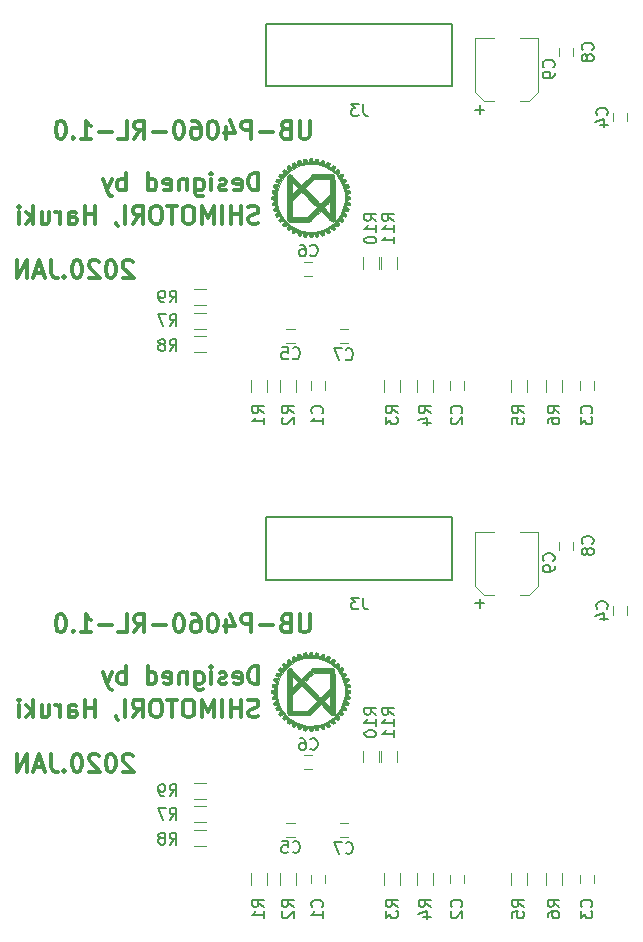
<source format=gbo>
G04 #@! TF.GenerationSoftware,KiCad,Pcbnew,(5.0.0)*
G04 #@! TF.CreationDate,2020-01-25T17:41:45+09:00*
G04 #@! TF.ProjectId,General_purpose_lancer_board_sub_m,47656E6572616C5F707572706F73655F,rev?*
G04 #@! TF.SameCoordinates,Original*
G04 #@! TF.FileFunction,Legend,Bot*
G04 #@! TF.FilePolarity,Positive*
%FSLAX46Y46*%
G04 Gerber Fmt 4.6, Leading zero omitted, Abs format (unit mm)*
G04 Created by KiCad (PCBNEW (5.0.0)) date 01/25/20 17:41:45*
%MOMM*%
%LPD*%
G01*
G04 APERTURE LIST*
%ADD10C,0.300000*%
%ADD11C,0.150000*%
%ADD12C,0.010000*%
%ADD13C,0.120000*%
G04 APERTURE END LIST*
D10*
X191471428Y-115478571D02*
X191471428Y-113978571D01*
X191114285Y-113978571D01*
X190900000Y-114050000D01*
X190757142Y-114192857D01*
X190685714Y-114335714D01*
X190614285Y-114621428D01*
X190614285Y-114835714D01*
X190685714Y-115121428D01*
X190757142Y-115264285D01*
X190900000Y-115407142D01*
X191114285Y-115478571D01*
X191471428Y-115478571D01*
X189400000Y-115407142D02*
X189542857Y-115478571D01*
X189828571Y-115478571D01*
X189971428Y-115407142D01*
X190042857Y-115264285D01*
X190042857Y-114692857D01*
X189971428Y-114550000D01*
X189828571Y-114478571D01*
X189542857Y-114478571D01*
X189400000Y-114550000D01*
X189328571Y-114692857D01*
X189328571Y-114835714D01*
X190042857Y-114978571D01*
X188757142Y-115407142D02*
X188614285Y-115478571D01*
X188328571Y-115478571D01*
X188185714Y-115407142D01*
X188114285Y-115264285D01*
X188114285Y-115192857D01*
X188185714Y-115050000D01*
X188328571Y-114978571D01*
X188542857Y-114978571D01*
X188685714Y-114907142D01*
X188757142Y-114764285D01*
X188757142Y-114692857D01*
X188685714Y-114550000D01*
X188542857Y-114478571D01*
X188328571Y-114478571D01*
X188185714Y-114550000D01*
X187471428Y-115478571D02*
X187471428Y-114478571D01*
X187471428Y-113978571D02*
X187542857Y-114050000D01*
X187471428Y-114121428D01*
X187400000Y-114050000D01*
X187471428Y-113978571D01*
X187471428Y-114121428D01*
X186114285Y-114478571D02*
X186114285Y-115692857D01*
X186185714Y-115835714D01*
X186257142Y-115907142D01*
X186400000Y-115978571D01*
X186614285Y-115978571D01*
X186757142Y-115907142D01*
X186114285Y-115407142D02*
X186257142Y-115478571D01*
X186542857Y-115478571D01*
X186685714Y-115407142D01*
X186757142Y-115335714D01*
X186828571Y-115192857D01*
X186828571Y-114764285D01*
X186757142Y-114621428D01*
X186685714Y-114550000D01*
X186542857Y-114478571D01*
X186257142Y-114478571D01*
X186114285Y-114550000D01*
X185400000Y-114478571D02*
X185400000Y-115478571D01*
X185400000Y-114621428D02*
X185328571Y-114550000D01*
X185185714Y-114478571D01*
X184971428Y-114478571D01*
X184828571Y-114550000D01*
X184757142Y-114692857D01*
X184757142Y-115478571D01*
X183471428Y-115407142D02*
X183614285Y-115478571D01*
X183900000Y-115478571D01*
X184042857Y-115407142D01*
X184114285Y-115264285D01*
X184114285Y-114692857D01*
X184042857Y-114550000D01*
X183900000Y-114478571D01*
X183614285Y-114478571D01*
X183471428Y-114550000D01*
X183400000Y-114692857D01*
X183400000Y-114835714D01*
X184114285Y-114978571D01*
X182114285Y-115478571D02*
X182114285Y-113978571D01*
X182114285Y-115407142D02*
X182257142Y-115478571D01*
X182542857Y-115478571D01*
X182685714Y-115407142D01*
X182757142Y-115335714D01*
X182828571Y-115192857D01*
X182828571Y-114764285D01*
X182757142Y-114621428D01*
X182685714Y-114550000D01*
X182542857Y-114478571D01*
X182257142Y-114478571D01*
X182114285Y-114550000D01*
X180257142Y-115478571D02*
X180257142Y-113978571D01*
X180257142Y-114550000D02*
X180114285Y-114478571D01*
X179828571Y-114478571D01*
X179685714Y-114550000D01*
X179614285Y-114621428D01*
X179542857Y-114764285D01*
X179542857Y-115192857D01*
X179614285Y-115335714D01*
X179685714Y-115407142D01*
X179828571Y-115478571D01*
X180114285Y-115478571D01*
X180257142Y-115407142D01*
X179042857Y-114478571D02*
X178685714Y-115478571D01*
X178328571Y-114478571D02*
X178685714Y-115478571D01*
X178828571Y-115835714D01*
X178900000Y-115907142D01*
X179042857Y-115978571D01*
X191478571Y-118207142D02*
X191264285Y-118278571D01*
X190907142Y-118278571D01*
X190764285Y-118207142D01*
X190692857Y-118135714D01*
X190621428Y-117992857D01*
X190621428Y-117850000D01*
X190692857Y-117707142D01*
X190764285Y-117635714D01*
X190907142Y-117564285D01*
X191192857Y-117492857D01*
X191335714Y-117421428D01*
X191407142Y-117350000D01*
X191478571Y-117207142D01*
X191478571Y-117064285D01*
X191407142Y-116921428D01*
X191335714Y-116850000D01*
X191192857Y-116778571D01*
X190835714Y-116778571D01*
X190621428Y-116850000D01*
X189978571Y-118278571D02*
X189978571Y-116778571D01*
X189978571Y-117492857D02*
X189121428Y-117492857D01*
X189121428Y-118278571D02*
X189121428Y-116778571D01*
X188407142Y-118278571D02*
X188407142Y-116778571D01*
X187692857Y-118278571D02*
X187692857Y-116778571D01*
X187192857Y-117850000D01*
X186692857Y-116778571D01*
X186692857Y-118278571D01*
X185692857Y-116778571D02*
X185407142Y-116778571D01*
X185264285Y-116850000D01*
X185121428Y-116992857D01*
X185050000Y-117278571D01*
X185050000Y-117778571D01*
X185121428Y-118064285D01*
X185264285Y-118207142D01*
X185407142Y-118278571D01*
X185692857Y-118278571D01*
X185835714Y-118207142D01*
X185978571Y-118064285D01*
X186050000Y-117778571D01*
X186050000Y-117278571D01*
X185978571Y-116992857D01*
X185835714Y-116850000D01*
X185692857Y-116778571D01*
X184621428Y-116778571D02*
X183764285Y-116778571D01*
X184192857Y-118278571D02*
X184192857Y-116778571D01*
X182978571Y-116778571D02*
X182692857Y-116778571D01*
X182550000Y-116850000D01*
X182407142Y-116992857D01*
X182335714Y-117278571D01*
X182335714Y-117778571D01*
X182407142Y-118064285D01*
X182550000Y-118207142D01*
X182692857Y-118278571D01*
X182978571Y-118278571D01*
X183121428Y-118207142D01*
X183264285Y-118064285D01*
X183335714Y-117778571D01*
X183335714Y-117278571D01*
X183264285Y-116992857D01*
X183121428Y-116850000D01*
X182978571Y-116778571D01*
X180835714Y-118278571D02*
X181335714Y-117564285D01*
X181692857Y-118278571D02*
X181692857Y-116778571D01*
X181121428Y-116778571D01*
X180978571Y-116850000D01*
X180907142Y-116921428D01*
X180835714Y-117064285D01*
X180835714Y-117278571D01*
X180907142Y-117421428D01*
X180978571Y-117492857D01*
X181121428Y-117564285D01*
X181692857Y-117564285D01*
X180192857Y-118278571D02*
X180192857Y-116778571D01*
X179407142Y-118207142D02*
X179407142Y-118278571D01*
X179478571Y-118421428D01*
X179550000Y-118492857D01*
X177621428Y-118278571D02*
X177621428Y-116778571D01*
X177621428Y-117492857D02*
X176764285Y-117492857D01*
X176764285Y-118278571D02*
X176764285Y-116778571D01*
X175407142Y-118278571D02*
X175407142Y-117492857D01*
X175478571Y-117350000D01*
X175621428Y-117278571D01*
X175907142Y-117278571D01*
X176050000Y-117350000D01*
X175407142Y-118207142D02*
X175550000Y-118278571D01*
X175907142Y-118278571D01*
X176050000Y-118207142D01*
X176121428Y-118064285D01*
X176121428Y-117921428D01*
X176050000Y-117778571D01*
X175907142Y-117707142D01*
X175550000Y-117707142D01*
X175407142Y-117635714D01*
X174692857Y-118278571D02*
X174692857Y-117278571D01*
X174692857Y-117564285D02*
X174621428Y-117421428D01*
X174550000Y-117350000D01*
X174407142Y-117278571D01*
X174264285Y-117278571D01*
X173121428Y-117278571D02*
X173121428Y-118278571D01*
X173764285Y-117278571D02*
X173764285Y-118064285D01*
X173692857Y-118207142D01*
X173550000Y-118278571D01*
X173335714Y-118278571D01*
X173192857Y-118207142D01*
X173121428Y-118135714D01*
X172407142Y-118278571D02*
X172407142Y-116778571D01*
X172264285Y-117707142D02*
X171835714Y-118278571D01*
X171835714Y-117278571D02*
X172407142Y-117850000D01*
X171192857Y-118278571D02*
X171192857Y-117278571D01*
X171192857Y-116778571D02*
X171264285Y-116850000D01*
X171192857Y-116921428D01*
X171121428Y-116850000D01*
X171192857Y-116778571D01*
X171192857Y-116921428D01*
X180828571Y-121521428D02*
X180757142Y-121450000D01*
X180614285Y-121378571D01*
X180257142Y-121378571D01*
X180114285Y-121450000D01*
X180042857Y-121521428D01*
X179971428Y-121664285D01*
X179971428Y-121807142D01*
X180042857Y-122021428D01*
X180900000Y-122878571D01*
X179971428Y-122878571D01*
X179042857Y-121378571D02*
X178900000Y-121378571D01*
X178757142Y-121450000D01*
X178685714Y-121521428D01*
X178614285Y-121664285D01*
X178542857Y-121950000D01*
X178542857Y-122307142D01*
X178614285Y-122592857D01*
X178685714Y-122735714D01*
X178757142Y-122807142D01*
X178900000Y-122878571D01*
X179042857Y-122878571D01*
X179185714Y-122807142D01*
X179257142Y-122735714D01*
X179328571Y-122592857D01*
X179400000Y-122307142D01*
X179400000Y-121950000D01*
X179328571Y-121664285D01*
X179257142Y-121521428D01*
X179185714Y-121450000D01*
X179042857Y-121378571D01*
X177971428Y-121521428D02*
X177900000Y-121450000D01*
X177757142Y-121378571D01*
X177400000Y-121378571D01*
X177257142Y-121450000D01*
X177185714Y-121521428D01*
X177114285Y-121664285D01*
X177114285Y-121807142D01*
X177185714Y-122021428D01*
X178042857Y-122878571D01*
X177114285Y-122878571D01*
X176185714Y-121378571D02*
X176042857Y-121378571D01*
X175900000Y-121450000D01*
X175828571Y-121521428D01*
X175757142Y-121664285D01*
X175685714Y-121950000D01*
X175685714Y-122307142D01*
X175757142Y-122592857D01*
X175828571Y-122735714D01*
X175900000Y-122807142D01*
X176042857Y-122878571D01*
X176185714Y-122878571D01*
X176328571Y-122807142D01*
X176400000Y-122735714D01*
X176471428Y-122592857D01*
X176542857Y-122307142D01*
X176542857Y-121950000D01*
X176471428Y-121664285D01*
X176400000Y-121521428D01*
X176328571Y-121450000D01*
X176185714Y-121378571D01*
X175042857Y-122735714D02*
X174971428Y-122807142D01*
X175042857Y-122878571D01*
X175114285Y-122807142D01*
X175042857Y-122735714D01*
X175042857Y-122878571D01*
X173900000Y-121378571D02*
X173900000Y-122450000D01*
X173971428Y-122664285D01*
X174114285Y-122807142D01*
X174328571Y-122878571D01*
X174471428Y-122878571D01*
X173257142Y-122450000D02*
X172542857Y-122450000D01*
X173400000Y-122878571D02*
X172900000Y-121378571D01*
X172400000Y-122878571D01*
X171900000Y-122878571D02*
X171900000Y-121378571D01*
X171042857Y-122878571D01*
X171042857Y-121378571D01*
X195814285Y-109578571D02*
X195814285Y-110792857D01*
X195742857Y-110935714D01*
X195671428Y-111007142D01*
X195528571Y-111078571D01*
X195242857Y-111078571D01*
X195100000Y-111007142D01*
X195028571Y-110935714D01*
X194957142Y-110792857D01*
X194957142Y-109578571D01*
X193742857Y-110292857D02*
X193528571Y-110364285D01*
X193457142Y-110435714D01*
X193385714Y-110578571D01*
X193385714Y-110792857D01*
X193457142Y-110935714D01*
X193528571Y-111007142D01*
X193671428Y-111078571D01*
X194242857Y-111078571D01*
X194242857Y-109578571D01*
X193742857Y-109578571D01*
X193600000Y-109650000D01*
X193528571Y-109721428D01*
X193457142Y-109864285D01*
X193457142Y-110007142D01*
X193528571Y-110150000D01*
X193600000Y-110221428D01*
X193742857Y-110292857D01*
X194242857Y-110292857D01*
X192742857Y-110507142D02*
X191600000Y-110507142D01*
X190885714Y-111078571D02*
X190885714Y-109578571D01*
X190314285Y-109578571D01*
X190171428Y-109650000D01*
X190100000Y-109721428D01*
X190028571Y-109864285D01*
X190028571Y-110078571D01*
X190100000Y-110221428D01*
X190171428Y-110292857D01*
X190314285Y-110364285D01*
X190885714Y-110364285D01*
X188742857Y-110078571D02*
X188742857Y-111078571D01*
X189100000Y-109507142D02*
X189457142Y-110578571D01*
X188528571Y-110578571D01*
X187671428Y-109578571D02*
X187528571Y-109578571D01*
X187385714Y-109650000D01*
X187314285Y-109721428D01*
X187242857Y-109864285D01*
X187171428Y-110150000D01*
X187171428Y-110507142D01*
X187242857Y-110792857D01*
X187314285Y-110935714D01*
X187385714Y-111007142D01*
X187528571Y-111078571D01*
X187671428Y-111078571D01*
X187814285Y-111007142D01*
X187885714Y-110935714D01*
X187957142Y-110792857D01*
X188028571Y-110507142D01*
X188028571Y-110150000D01*
X187957142Y-109864285D01*
X187885714Y-109721428D01*
X187814285Y-109650000D01*
X187671428Y-109578571D01*
X185885714Y-109578571D02*
X186171428Y-109578571D01*
X186314285Y-109650000D01*
X186385714Y-109721428D01*
X186528571Y-109935714D01*
X186600000Y-110221428D01*
X186600000Y-110792857D01*
X186528571Y-110935714D01*
X186457142Y-111007142D01*
X186314285Y-111078571D01*
X186028571Y-111078571D01*
X185885714Y-111007142D01*
X185814285Y-110935714D01*
X185742857Y-110792857D01*
X185742857Y-110435714D01*
X185814285Y-110292857D01*
X185885714Y-110221428D01*
X186028571Y-110150000D01*
X186314285Y-110150000D01*
X186457142Y-110221428D01*
X186528571Y-110292857D01*
X186600000Y-110435714D01*
X184814285Y-109578571D02*
X184671428Y-109578571D01*
X184528571Y-109650000D01*
X184457142Y-109721428D01*
X184385714Y-109864285D01*
X184314285Y-110150000D01*
X184314285Y-110507142D01*
X184385714Y-110792857D01*
X184457142Y-110935714D01*
X184528571Y-111007142D01*
X184671428Y-111078571D01*
X184814285Y-111078571D01*
X184957142Y-111007142D01*
X185028571Y-110935714D01*
X185100000Y-110792857D01*
X185171428Y-110507142D01*
X185171428Y-110150000D01*
X185100000Y-109864285D01*
X185028571Y-109721428D01*
X184957142Y-109650000D01*
X184814285Y-109578571D01*
X183671428Y-110507142D02*
X182528571Y-110507142D01*
X180957142Y-111078571D02*
X181457142Y-110364285D01*
X181814285Y-111078571D02*
X181814285Y-109578571D01*
X181242857Y-109578571D01*
X181100000Y-109650000D01*
X181028571Y-109721428D01*
X180957142Y-109864285D01*
X180957142Y-110078571D01*
X181028571Y-110221428D01*
X181100000Y-110292857D01*
X181242857Y-110364285D01*
X181814285Y-110364285D01*
X179600000Y-111078571D02*
X180314285Y-111078571D01*
X180314285Y-109578571D01*
X179100000Y-110507142D02*
X177957142Y-110507142D01*
X176457142Y-111078571D02*
X177314285Y-111078571D01*
X176885714Y-111078571D02*
X176885714Y-109578571D01*
X177028571Y-109792857D01*
X177171428Y-109935714D01*
X177314285Y-110007142D01*
X175814285Y-110935714D02*
X175742857Y-111007142D01*
X175814285Y-111078571D01*
X175885714Y-111007142D01*
X175814285Y-110935714D01*
X175814285Y-111078571D01*
X174814285Y-109578571D02*
X174671428Y-109578571D01*
X174528571Y-109650000D01*
X174457142Y-109721428D01*
X174385714Y-109864285D01*
X174314285Y-110150000D01*
X174314285Y-110507142D01*
X174385714Y-110792857D01*
X174457142Y-110935714D01*
X174528571Y-111007142D01*
X174671428Y-111078571D01*
X174814285Y-111078571D01*
X174957142Y-111007142D01*
X175028571Y-110935714D01*
X175100000Y-110792857D01*
X175171428Y-110507142D01*
X175171428Y-110150000D01*
X175100000Y-109864285D01*
X175028571Y-109721428D01*
X174957142Y-109650000D01*
X174814285Y-109578571D01*
X191471428Y-73678571D02*
X191471428Y-72178571D01*
X191114285Y-72178571D01*
X190900000Y-72250000D01*
X190757142Y-72392857D01*
X190685714Y-72535714D01*
X190614285Y-72821428D01*
X190614285Y-73035714D01*
X190685714Y-73321428D01*
X190757142Y-73464285D01*
X190900000Y-73607142D01*
X191114285Y-73678571D01*
X191471428Y-73678571D01*
X189400000Y-73607142D02*
X189542857Y-73678571D01*
X189828571Y-73678571D01*
X189971428Y-73607142D01*
X190042857Y-73464285D01*
X190042857Y-72892857D01*
X189971428Y-72750000D01*
X189828571Y-72678571D01*
X189542857Y-72678571D01*
X189400000Y-72750000D01*
X189328571Y-72892857D01*
X189328571Y-73035714D01*
X190042857Y-73178571D01*
X188757142Y-73607142D02*
X188614285Y-73678571D01*
X188328571Y-73678571D01*
X188185714Y-73607142D01*
X188114285Y-73464285D01*
X188114285Y-73392857D01*
X188185714Y-73250000D01*
X188328571Y-73178571D01*
X188542857Y-73178571D01*
X188685714Y-73107142D01*
X188757142Y-72964285D01*
X188757142Y-72892857D01*
X188685714Y-72750000D01*
X188542857Y-72678571D01*
X188328571Y-72678571D01*
X188185714Y-72750000D01*
X187471428Y-73678571D02*
X187471428Y-72678571D01*
X187471428Y-72178571D02*
X187542857Y-72250000D01*
X187471428Y-72321428D01*
X187400000Y-72250000D01*
X187471428Y-72178571D01*
X187471428Y-72321428D01*
X186114285Y-72678571D02*
X186114285Y-73892857D01*
X186185714Y-74035714D01*
X186257142Y-74107142D01*
X186400000Y-74178571D01*
X186614285Y-74178571D01*
X186757142Y-74107142D01*
X186114285Y-73607142D02*
X186257142Y-73678571D01*
X186542857Y-73678571D01*
X186685714Y-73607142D01*
X186757142Y-73535714D01*
X186828571Y-73392857D01*
X186828571Y-72964285D01*
X186757142Y-72821428D01*
X186685714Y-72750000D01*
X186542857Y-72678571D01*
X186257142Y-72678571D01*
X186114285Y-72750000D01*
X185400000Y-72678571D02*
X185400000Y-73678571D01*
X185400000Y-72821428D02*
X185328571Y-72750000D01*
X185185714Y-72678571D01*
X184971428Y-72678571D01*
X184828571Y-72750000D01*
X184757142Y-72892857D01*
X184757142Y-73678571D01*
X183471428Y-73607142D02*
X183614285Y-73678571D01*
X183900000Y-73678571D01*
X184042857Y-73607142D01*
X184114285Y-73464285D01*
X184114285Y-72892857D01*
X184042857Y-72750000D01*
X183900000Y-72678571D01*
X183614285Y-72678571D01*
X183471428Y-72750000D01*
X183400000Y-72892857D01*
X183400000Y-73035714D01*
X184114285Y-73178571D01*
X182114285Y-73678571D02*
X182114285Y-72178571D01*
X182114285Y-73607142D02*
X182257142Y-73678571D01*
X182542857Y-73678571D01*
X182685714Y-73607142D01*
X182757142Y-73535714D01*
X182828571Y-73392857D01*
X182828571Y-72964285D01*
X182757142Y-72821428D01*
X182685714Y-72750000D01*
X182542857Y-72678571D01*
X182257142Y-72678571D01*
X182114285Y-72750000D01*
X180257142Y-73678571D02*
X180257142Y-72178571D01*
X180257142Y-72750000D02*
X180114285Y-72678571D01*
X179828571Y-72678571D01*
X179685714Y-72750000D01*
X179614285Y-72821428D01*
X179542857Y-72964285D01*
X179542857Y-73392857D01*
X179614285Y-73535714D01*
X179685714Y-73607142D01*
X179828571Y-73678571D01*
X180114285Y-73678571D01*
X180257142Y-73607142D01*
X179042857Y-72678571D02*
X178685714Y-73678571D01*
X178328571Y-72678571D02*
X178685714Y-73678571D01*
X178828571Y-74035714D01*
X178900000Y-74107142D01*
X179042857Y-74178571D01*
X191478571Y-76407142D02*
X191264285Y-76478571D01*
X190907142Y-76478571D01*
X190764285Y-76407142D01*
X190692857Y-76335714D01*
X190621428Y-76192857D01*
X190621428Y-76050000D01*
X190692857Y-75907142D01*
X190764285Y-75835714D01*
X190907142Y-75764285D01*
X191192857Y-75692857D01*
X191335714Y-75621428D01*
X191407142Y-75550000D01*
X191478571Y-75407142D01*
X191478571Y-75264285D01*
X191407142Y-75121428D01*
X191335714Y-75050000D01*
X191192857Y-74978571D01*
X190835714Y-74978571D01*
X190621428Y-75050000D01*
X189978571Y-76478571D02*
X189978571Y-74978571D01*
X189978571Y-75692857D02*
X189121428Y-75692857D01*
X189121428Y-76478571D02*
X189121428Y-74978571D01*
X188407142Y-76478571D02*
X188407142Y-74978571D01*
X187692857Y-76478571D02*
X187692857Y-74978571D01*
X187192857Y-76050000D01*
X186692857Y-74978571D01*
X186692857Y-76478571D01*
X185692857Y-74978571D02*
X185407142Y-74978571D01*
X185264285Y-75050000D01*
X185121428Y-75192857D01*
X185050000Y-75478571D01*
X185050000Y-75978571D01*
X185121428Y-76264285D01*
X185264285Y-76407142D01*
X185407142Y-76478571D01*
X185692857Y-76478571D01*
X185835714Y-76407142D01*
X185978571Y-76264285D01*
X186050000Y-75978571D01*
X186050000Y-75478571D01*
X185978571Y-75192857D01*
X185835714Y-75050000D01*
X185692857Y-74978571D01*
X184621428Y-74978571D02*
X183764285Y-74978571D01*
X184192857Y-76478571D02*
X184192857Y-74978571D01*
X182978571Y-74978571D02*
X182692857Y-74978571D01*
X182550000Y-75050000D01*
X182407142Y-75192857D01*
X182335714Y-75478571D01*
X182335714Y-75978571D01*
X182407142Y-76264285D01*
X182550000Y-76407142D01*
X182692857Y-76478571D01*
X182978571Y-76478571D01*
X183121428Y-76407142D01*
X183264285Y-76264285D01*
X183335714Y-75978571D01*
X183335714Y-75478571D01*
X183264285Y-75192857D01*
X183121428Y-75050000D01*
X182978571Y-74978571D01*
X180835714Y-76478571D02*
X181335714Y-75764285D01*
X181692857Y-76478571D02*
X181692857Y-74978571D01*
X181121428Y-74978571D01*
X180978571Y-75050000D01*
X180907142Y-75121428D01*
X180835714Y-75264285D01*
X180835714Y-75478571D01*
X180907142Y-75621428D01*
X180978571Y-75692857D01*
X181121428Y-75764285D01*
X181692857Y-75764285D01*
X180192857Y-76478571D02*
X180192857Y-74978571D01*
X179407142Y-76407142D02*
X179407142Y-76478571D01*
X179478571Y-76621428D01*
X179550000Y-76692857D01*
X177621428Y-76478571D02*
X177621428Y-74978571D01*
X177621428Y-75692857D02*
X176764285Y-75692857D01*
X176764285Y-76478571D02*
X176764285Y-74978571D01*
X175407142Y-76478571D02*
X175407142Y-75692857D01*
X175478571Y-75550000D01*
X175621428Y-75478571D01*
X175907142Y-75478571D01*
X176050000Y-75550000D01*
X175407142Y-76407142D02*
X175550000Y-76478571D01*
X175907142Y-76478571D01*
X176050000Y-76407142D01*
X176121428Y-76264285D01*
X176121428Y-76121428D01*
X176050000Y-75978571D01*
X175907142Y-75907142D01*
X175550000Y-75907142D01*
X175407142Y-75835714D01*
X174692857Y-76478571D02*
X174692857Y-75478571D01*
X174692857Y-75764285D02*
X174621428Y-75621428D01*
X174550000Y-75550000D01*
X174407142Y-75478571D01*
X174264285Y-75478571D01*
X173121428Y-75478571D02*
X173121428Y-76478571D01*
X173764285Y-75478571D02*
X173764285Y-76264285D01*
X173692857Y-76407142D01*
X173550000Y-76478571D01*
X173335714Y-76478571D01*
X173192857Y-76407142D01*
X173121428Y-76335714D01*
X172407142Y-76478571D02*
X172407142Y-74978571D01*
X172264285Y-75907142D02*
X171835714Y-76478571D01*
X171835714Y-75478571D02*
X172407142Y-76050000D01*
X171192857Y-76478571D02*
X171192857Y-75478571D01*
X171192857Y-74978571D02*
X171264285Y-75050000D01*
X171192857Y-75121428D01*
X171121428Y-75050000D01*
X171192857Y-74978571D01*
X171192857Y-75121428D01*
X180828571Y-79721428D02*
X180757142Y-79650000D01*
X180614285Y-79578571D01*
X180257142Y-79578571D01*
X180114285Y-79650000D01*
X180042857Y-79721428D01*
X179971428Y-79864285D01*
X179971428Y-80007142D01*
X180042857Y-80221428D01*
X180900000Y-81078571D01*
X179971428Y-81078571D01*
X179042857Y-79578571D02*
X178900000Y-79578571D01*
X178757142Y-79650000D01*
X178685714Y-79721428D01*
X178614285Y-79864285D01*
X178542857Y-80150000D01*
X178542857Y-80507142D01*
X178614285Y-80792857D01*
X178685714Y-80935714D01*
X178757142Y-81007142D01*
X178900000Y-81078571D01*
X179042857Y-81078571D01*
X179185714Y-81007142D01*
X179257142Y-80935714D01*
X179328571Y-80792857D01*
X179400000Y-80507142D01*
X179400000Y-80150000D01*
X179328571Y-79864285D01*
X179257142Y-79721428D01*
X179185714Y-79650000D01*
X179042857Y-79578571D01*
X177971428Y-79721428D02*
X177900000Y-79650000D01*
X177757142Y-79578571D01*
X177400000Y-79578571D01*
X177257142Y-79650000D01*
X177185714Y-79721428D01*
X177114285Y-79864285D01*
X177114285Y-80007142D01*
X177185714Y-80221428D01*
X178042857Y-81078571D01*
X177114285Y-81078571D01*
X176185714Y-79578571D02*
X176042857Y-79578571D01*
X175900000Y-79650000D01*
X175828571Y-79721428D01*
X175757142Y-79864285D01*
X175685714Y-80150000D01*
X175685714Y-80507142D01*
X175757142Y-80792857D01*
X175828571Y-80935714D01*
X175900000Y-81007142D01*
X176042857Y-81078571D01*
X176185714Y-81078571D01*
X176328571Y-81007142D01*
X176400000Y-80935714D01*
X176471428Y-80792857D01*
X176542857Y-80507142D01*
X176542857Y-80150000D01*
X176471428Y-79864285D01*
X176400000Y-79721428D01*
X176328571Y-79650000D01*
X176185714Y-79578571D01*
X175042857Y-80935714D02*
X174971428Y-81007142D01*
X175042857Y-81078571D01*
X175114285Y-81007142D01*
X175042857Y-80935714D01*
X175042857Y-81078571D01*
X173900000Y-79578571D02*
X173900000Y-80650000D01*
X173971428Y-80864285D01*
X174114285Y-81007142D01*
X174328571Y-81078571D01*
X174471428Y-81078571D01*
X173257142Y-80650000D02*
X172542857Y-80650000D01*
X173400000Y-81078571D02*
X172900000Y-79578571D01*
X172400000Y-81078571D01*
X171900000Y-81078571D02*
X171900000Y-79578571D01*
X171042857Y-81078571D01*
X171042857Y-79578571D01*
X195814285Y-67778571D02*
X195814285Y-68992857D01*
X195742857Y-69135714D01*
X195671428Y-69207142D01*
X195528571Y-69278571D01*
X195242857Y-69278571D01*
X195100000Y-69207142D01*
X195028571Y-69135714D01*
X194957142Y-68992857D01*
X194957142Y-67778571D01*
X193742857Y-68492857D02*
X193528571Y-68564285D01*
X193457142Y-68635714D01*
X193385714Y-68778571D01*
X193385714Y-68992857D01*
X193457142Y-69135714D01*
X193528571Y-69207142D01*
X193671428Y-69278571D01*
X194242857Y-69278571D01*
X194242857Y-67778571D01*
X193742857Y-67778571D01*
X193600000Y-67850000D01*
X193528571Y-67921428D01*
X193457142Y-68064285D01*
X193457142Y-68207142D01*
X193528571Y-68350000D01*
X193600000Y-68421428D01*
X193742857Y-68492857D01*
X194242857Y-68492857D01*
X192742857Y-68707142D02*
X191600000Y-68707142D01*
X190885714Y-69278571D02*
X190885714Y-67778571D01*
X190314285Y-67778571D01*
X190171428Y-67850000D01*
X190100000Y-67921428D01*
X190028571Y-68064285D01*
X190028571Y-68278571D01*
X190100000Y-68421428D01*
X190171428Y-68492857D01*
X190314285Y-68564285D01*
X190885714Y-68564285D01*
X188742857Y-68278571D02*
X188742857Y-69278571D01*
X189100000Y-67707142D02*
X189457142Y-68778571D01*
X188528571Y-68778571D01*
X187671428Y-67778571D02*
X187528571Y-67778571D01*
X187385714Y-67850000D01*
X187314285Y-67921428D01*
X187242857Y-68064285D01*
X187171428Y-68350000D01*
X187171428Y-68707142D01*
X187242857Y-68992857D01*
X187314285Y-69135714D01*
X187385714Y-69207142D01*
X187528571Y-69278571D01*
X187671428Y-69278571D01*
X187814285Y-69207142D01*
X187885714Y-69135714D01*
X187957142Y-68992857D01*
X188028571Y-68707142D01*
X188028571Y-68350000D01*
X187957142Y-68064285D01*
X187885714Y-67921428D01*
X187814285Y-67850000D01*
X187671428Y-67778571D01*
X185885714Y-67778571D02*
X186171428Y-67778571D01*
X186314285Y-67850000D01*
X186385714Y-67921428D01*
X186528571Y-68135714D01*
X186600000Y-68421428D01*
X186600000Y-68992857D01*
X186528571Y-69135714D01*
X186457142Y-69207142D01*
X186314285Y-69278571D01*
X186028571Y-69278571D01*
X185885714Y-69207142D01*
X185814285Y-69135714D01*
X185742857Y-68992857D01*
X185742857Y-68635714D01*
X185814285Y-68492857D01*
X185885714Y-68421428D01*
X186028571Y-68350000D01*
X186314285Y-68350000D01*
X186457142Y-68421428D01*
X186528571Y-68492857D01*
X186600000Y-68635714D01*
X184814285Y-67778571D02*
X184671428Y-67778571D01*
X184528571Y-67850000D01*
X184457142Y-67921428D01*
X184385714Y-68064285D01*
X184314285Y-68350000D01*
X184314285Y-68707142D01*
X184385714Y-68992857D01*
X184457142Y-69135714D01*
X184528571Y-69207142D01*
X184671428Y-69278571D01*
X184814285Y-69278571D01*
X184957142Y-69207142D01*
X185028571Y-69135714D01*
X185100000Y-68992857D01*
X185171428Y-68707142D01*
X185171428Y-68350000D01*
X185100000Y-68064285D01*
X185028571Y-67921428D01*
X184957142Y-67850000D01*
X184814285Y-67778571D01*
X183671428Y-68707142D02*
X182528571Y-68707142D01*
X180957142Y-69278571D02*
X181457142Y-68564285D01*
X181814285Y-69278571D02*
X181814285Y-67778571D01*
X181242857Y-67778571D01*
X181100000Y-67850000D01*
X181028571Y-67921428D01*
X180957142Y-68064285D01*
X180957142Y-68278571D01*
X181028571Y-68421428D01*
X181100000Y-68492857D01*
X181242857Y-68564285D01*
X181814285Y-68564285D01*
X179600000Y-69278571D02*
X180314285Y-69278571D01*
X180314285Y-67778571D01*
X179100000Y-68707142D02*
X177957142Y-68707142D01*
X176457142Y-69278571D02*
X177314285Y-69278571D01*
X176885714Y-69278571D02*
X176885714Y-67778571D01*
X177028571Y-67992857D01*
X177171428Y-68135714D01*
X177314285Y-68207142D01*
X175814285Y-69135714D02*
X175742857Y-69207142D01*
X175814285Y-69278571D01*
X175885714Y-69207142D01*
X175814285Y-69135714D01*
X175814285Y-69278571D01*
X174814285Y-67778571D02*
X174671428Y-67778571D01*
X174528571Y-67850000D01*
X174457142Y-67921428D01*
X174385714Y-68064285D01*
X174314285Y-68350000D01*
X174314285Y-68707142D01*
X174385714Y-68992857D01*
X174457142Y-69135714D01*
X174528571Y-69207142D01*
X174671428Y-69278571D01*
X174814285Y-69278571D01*
X174957142Y-69207142D01*
X175028571Y-69135714D01*
X175100000Y-68992857D01*
X175171428Y-68707142D01*
X175171428Y-68350000D01*
X175100000Y-68064285D01*
X175028571Y-67921428D01*
X174957142Y-67850000D01*
X174814285Y-67778571D01*
D11*
G04 #@! TO.C,J3*
X192150000Y-101350000D02*
X207850000Y-101350000D01*
X192150000Y-106650000D02*
X192150000Y-101350000D01*
X207850000Y-106650000D02*
X192150000Y-106650000D01*
X207850000Y-106650000D02*
X207850000Y-101350000D01*
D12*
G04 #@! TO.C,G\002A\002A\002A*
G36*
X196054665Y-119284525D02*
X196099218Y-119141650D01*
X196145362Y-119137727D01*
X196191506Y-119133803D01*
X196258198Y-119267902D01*
X196287814Y-119327069D01*
X196310530Y-119366784D01*
X196331408Y-119389999D01*
X196355508Y-119399670D01*
X196387893Y-119398750D01*
X196433623Y-119390193D01*
X196458655Y-119384901D01*
X196528361Y-119370250D01*
X196550900Y-119225089D01*
X196560145Y-119167524D01*
X196568363Y-119119954D01*
X196574627Y-119087530D01*
X196577895Y-119075472D01*
X196591967Y-119069244D01*
X196620004Y-119060221D01*
X196621924Y-119059667D01*
X196639047Y-119055601D01*
X196653379Y-119056775D01*
X196668481Y-119066296D01*
X196687916Y-119087268D01*
X196715243Y-119122796D01*
X196751786Y-119172897D01*
X196842075Y-119297477D01*
X196933012Y-119269856D01*
X197023950Y-119242235D01*
X197036650Y-118929547D01*
X197074750Y-118913275D01*
X197091369Y-118907024D01*
X197105930Y-118906180D01*
X197122494Y-118913259D01*
X197145125Y-118930777D01*
X197177887Y-118961251D01*
X197222140Y-119004536D01*
X197331430Y-119112068D01*
X197422344Y-119066284D01*
X197468028Y-119042291D01*
X197494643Y-119024883D01*
X197506359Y-119010400D01*
X197507348Y-118995176D01*
X197506732Y-118992176D01*
X197501947Y-118967504D01*
X197494558Y-118924979D01*
X197485807Y-118871855D01*
X197481248Y-118843200D01*
X197472695Y-118787434D01*
X197468459Y-118751235D01*
X197468911Y-118729083D01*
X197474418Y-118715455D01*
X197485349Y-118704829D01*
X197490770Y-118700608D01*
X197516450Y-118684315D01*
X197533463Y-118678383D01*
X197548819Y-118685371D01*
X197579904Y-118704578D01*
X197622104Y-118733011D01*
X197667736Y-118765444D01*
X197787796Y-118852787D01*
X197861728Y-118797480D01*
X197898633Y-118769683D01*
X197926953Y-118747999D01*
X197941075Y-118736731D01*
X197941497Y-118736337D01*
X197940002Y-118722734D01*
X197931596Y-118690057D01*
X197917664Y-118643242D01*
X197900057Y-118588623D01*
X197852782Y-118446746D01*
X197884189Y-118415338D01*
X197915596Y-118383931D01*
X198055055Y-118453872D01*
X198194513Y-118523813D01*
X198337531Y-118380795D01*
X198265388Y-118243538D01*
X198193245Y-118106282D01*
X198256002Y-118043525D01*
X198400043Y-118088637D01*
X198456484Y-118105729D01*
X198503531Y-118118872D01*
X198536254Y-118126765D01*
X198549712Y-118128121D01*
X198566062Y-118108785D01*
X198589110Y-118078119D01*
X198614212Y-118042782D01*
X198636721Y-118009433D01*
X198651992Y-117984731D01*
X198655900Y-117975923D01*
X198648787Y-117961459D01*
X198629521Y-117931363D01*
X198601207Y-117890312D01*
X198573350Y-117851663D01*
X198539862Y-117804591D01*
X198512958Y-117764017D01*
X198495757Y-117734826D01*
X198491082Y-117722872D01*
X198498542Y-117701359D01*
X198513307Y-117678055D01*
X198521016Y-117668198D01*
X198529125Y-117661208D01*
X198541048Y-117657270D01*
X198560196Y-117656571D01*
X198589982Y-117659294D01*
X198633820Y-117665625D01*
X198695122Y-117675750D01*
X198777301Y-117689854D01*
X198798775Y-117693553D01*
X198817125Y-117694800D01*
X198831767Y-117688218D01*
X198846837Y-117669468D01*
X198866471Y-117634209D01*
X198879233Y-117609148D01*
X198924767Y-117518731D01*
X198816506Y-117409441D01*
X198708245Y-117300150D01*
X198725742Y-117259273D01*
X198743239Y-117218395D01*
X198897634Y-117214823D01*
X199052028Y-117211250D01*
X199080747Y-117120602D01*
X199109467Y-117029954D01*
X198990785Y-116945010D01*
X198943371Y-116910643D01*
X198904116Y-116881375D01*
X198877342Y-116860484D01*
X198867465Y-116851508D01*
X198867271Y-116834450D01*
X198873170Y-116804931D01*
X198873564Y-116803464D01*
X198878854Y-116786613D01*
X198886926Y-116774620D01*
X198902293Y-116765681D01*
X198929468Y-116757996D01*
X198972965Y-116749762D01*
X199032722Y-116739919D01*
X199097592Y-116729383D01*
X199142010Y-116719979D01*
X199170415Y-116707783D01*
X199187247Y-116688866D01*
X199196945Y-116659302D01*
X199203949Y-116615164D01*
X199208042Y-116584834D01*
X199216666Y-116522129D01*
X199082333Y-116450074D01*
X199025598Y-116419315D01*
X198987602Y-116397158D01*
X198964594Y-116380393D01*
X198952826Y-116365811D01*
X198948548Y-116350204D01*
X198948000Y-116335116D01*
X198947999Y-116292213D01*
X199241033Y-116195769D01*
X199237391Y-116094940D01*
X199233750Y-115994112D01*
X199094050Y-115947641D01*
X198954350Y-115901171D01*
X198950437Y-115855021D01*
X198946524Y-115808872D01*
X199077437Y-115743428D01*
X199129484Y-115717266D01*
X199172506Y-115695369D01*
X199201816Y-115680142D01*
X199212656Y-115674078D01*
X199213022Y-115660563D01*
X199209824Y-115629689D01*
X199204233Y-115589053D01*
X199197421Y-115546249D01*
X199190558Y-115508875D01*
X199184817Y-115484525D01*
X199182646Y-115479513D01*
X199168615Y-115475283D01*
X199134749Y-115468029D01*
X199086284Y-115458807D01*
X199034248Y-115449649D01*
X198977314Y-115439711D01*
X198930451Y-115431030D01*
X198898809Y-115424593D01*
X198887585Y-115421519D01*
X198881777Y-115407897D01*
X198872956Y-115380120D01*
X198872366Y-115378076D01*
X198868302Y-115360963D01*
X198869472Y-115346637D01*
X198878982Y-115331540D01*
X198899934Y-115312115D01*
X198935433Y-115284804D01*
X198985762Y-115248093D01*
X199110508Y-115157684D01*
X199047304Y-114969700D01*
X198743573Y-114969700D01*
X198708245Y-114887150D01*
X198924767Y-114668570D01*
X198880081Y-114579837D01*
X198835396Y-114491103D01*
X198685689Y-114514915D01*
X198535983Y-114538727D01*
X198513673Y-114509739D01*
X198497224Y-114483909D01*
X198491082Y-114466537D01*
X198498069Y-114451170D01*
X198517269Y-114420088D01*
X198545682Y-114377919D01*
X198577732Y-114332828D01*
X198664665Y-114213333D01*
X198625179Y-114161897D01*
X198597695Y-114125303D01*
X198573718Y-114092063D01*
X198566133Y-114081002D01*
X198546573Y-114051543D01*
X198403009Y-114099381D01*
X198259445Y-114147218D01*
X198228037Y-114115811D01*
X198196630Y-114084404D01*
X198266571Y-113944945D01*
X198336512Y-113805487D01*
X198194148Y-113663123D01*
X198057329Y-113735387D01*
X197920510Y-113807650D01*
X197854274Y-113742048D01*
X197900588Y-113598786D01*
X197917788Y-113542248D01*
X197930248Y-113494637D01*
X197936783Y-113461008D01*
X197936276Y-113446466D01*
X197912293Y-113427723D01*
X197879122Y-113403788D01*
X197843367Y-113379162D01*
X197811631Y-113358344D01*
X197790517Y-113345834D01*
X197786039Y-113344100D01*
X197772657Y-113351190D01*
X197743487Y-113370398D01*
X197703082Y-113398634D01*
X197664362Y-113426650D01*
X197617290Y-113460138D01*
X197576716Y-113487042D01*
X197547525Y-113504243D01*
X197535571Y-113508918D01*
X197514068Y-113501413D01*
X197491047Y-113486693D01*
X197478172Y-113475746D01*
X197470817Y-113463741D01*
X197468621Y-113445151D01*
X197471219Y-113414448D01*
X197478249Y-113366107D01*
X197481673Y-113344100D01*
X197490569Y-113288372D01*
X197498719Y-113239567D01*
X197504895Y-113204942D01*
X197506879Y-113195125D01*
X197507227Y-113179374D01*
X197497540Y-113164973D01*
X197473644Y-113148261D01*
X197431362Y-113125579D01*
X197422344Y-113121017D01*
X197331430Y-113075233D01*
X197220673Y-113185476D01*
X197109916Y-113295720D01*
X197030300Y-113254548D01*
X197030300Y-112952696D01*
X196936744Y-112921241D01*
X196843189Y-112889785D01*
X196757976Y-113008842D01*
X196723555Y-113056333D01*
X196694231Y-113095671D01*
X196673276Y-113122540D01*
X196664207Y-113132535D01*
X196647181Y-113132708D01*
X196617547Y-113126812D01*
X196615510Y-113126267D01*
X196601259Y-113122570D01*
X196590493Y-113118053D01*
X196582119Y-113109249D01*
X196575044Y-113092691D01*
X196568171Y-113064909D01*
X196560407Y-113022435D01*
X196550659Y-112961802D01*
X196537996Y-112880598D01*
X196528077Y-112817146D01*
X196434571Y-112800401D01*
X196388230Y-112793614D01*
X196351824Y-112791087D01*
X196332300Y-112793252D01*
X196331262Y-112794003D01*
X196321619Y-112808872D01*
X196303035Y-112841199D01*
X196278350Y-112885940D01*
X196255285Y-112928853D01*
X196189111Y-113053356D01*
X196143091Y-113049503D01*
X196097070Y-113045650D01*
X196053009Y-112902775D01*
X196008947Y-112759900D01*
X195906848Y-112759936D01*
X195804750Y-112759972D01*
X195760119Y-112902811D01*
X195715489Y-113045650D01*
X195669538Y-113049503D01*
X195623588Y-113053356D01*
X195557414Y-112928853D01*
X195529826Y-112877641D01*
X195505981Y-112834662D01*
X195488722Y-112804958D01*
X195481437Y-112794003D01*
X195465026Y-112791102D01*
X195430697Y-112792956D01*
X195385396Y-112799135D01*
X195378128Y-112800401D01*
X195284622Y-112817146D01*
X195274703Y-112880598D01*
X195261916Y-112962597D01*
X195252195Y-113023006D01*
X195244448Y-113065296D01*
X195237579Y-113092932D01*
X195230495Y-113109385D01*
X195222100Y-113118121D01*
X195211302Y-113122609D01*
X195197189Y-113126267D01*
X195167148Y-113132498D01*
X195148975Y-113132755D01*
X195148492Y-113132535D01*
X195138111Y-113120926D01*
X195116354Y-113092883D01*
X195086494Y-113052721D01*
X195054723Y-113008842D01*
X194969510Y-112889785D01*
X194875955Y-112921241D01*
X194782400Y-112952696D01*
X194782400Y-113254548D01*
X194742591Y-113275134D01*
X194702783Y-113295720D01*
X194592026Y-113185476D01*
X194481269Y-113075233D01*
X194390355Y-113121017D01*
X194344644Y-113145033D01*
X194318006Y-113162476D01*
X194306266Y-113177007D01*
X194305248Y-113192284D01*
X194305820Y-113195125D01*
X194310528Y-113219800D01*
X194317832Y-113262329D01*
X194326503Y-113315457D01*
X194331026Y-113344100D01*
X194339514Y-113399887D01*
X194343698Y-113436109D01*
X194343214Y-113458293D01*
X194337698Y-113471965D01*
X194326788Y-113482653D01*
X194321652Y-113486693D01*
X194295272Y-113503090D01*
X194277128Y-113508918D01*
X194260760Y-113501882D01*
X194229045Y-113482611D01*
X194186870Y-113454224D01*
X194148337Y-113426650D01*
X194102075Y-113393276D01*
X194063276Y-113366370D01*
X194036493Y-113349024D01*
X194026660Y-113344100D01*
X194013209Y-113350863D01*
X193985882Y-113368149D01*
X193951281Y-113391461D01*
X193916012Y-113416299D01*
X193886677Y-113438162D01*
X193876423Y-113446466D01*
X193875964Y-113461381D01*
X193882596Y-113495255D01*
X193895135Y-113543036D01*
X193912111Y-113598786D01*
X193958425Y-113742048D01*
X193892189Y-113807650D01*
X193755370Y-113735387D01*
X193618551Y-113663123D01*
X193476187Y-113805487D01*
X193546128Y-113944945D01*
X193616069Y-114084404D01*
X193584662Y-114115811D01*
X193553254Y-114147218D01*
X193409690Y-114099381D01*
X193266126Y-114051543D01*
X193246566Y-114081002D01*
X193227012Y-114108851D01*
X193200114Y-114145312D01*
X193187520Y-114161897D01*
X193148034Y-114213333D01*
X193234967Y-114332828D01*
X193269255Y-114381153D01*
X193297118Y-114422693D01*
X193315556Y-114452820D01*
X193321617Y-114466537D01*
X193314231Y-114486288D01*
X193299026Y-114509739D01*
X193276716Y-114538727D01*
X193127010Y-114514915D01*
X192977303Y-114491103D01*
X192932618Y-114579837D01*
X192887932Y-114668570D01*
X193104454Y-114887150D01*
X193069126Y-114969700D01*
X192765395Y-114969700D01*
X192702191Y-115157684D01*
X192826937Y-115248093D01*
X192879223Y-115286255D01*
X192913999Y-115313134D01*
X192934369Y-115332287D01*
X192943436Y-115347272D01*
X192944304Y-115361648D01*
X192940333Y-115378076D01*
X192931442Y-115406413D01*
X192925329Y-115421267D01*
X192925114Y-115421519D01*
X192911809Y-115425053D01*
X192878594Y-115431731D01*
X192830618Y-115440565D01*
X192778451Y-115449649D01*
X192721292Y-115459745D01*
X192673997Y-115468824D01*
X192641802Y-115475834D01*
X192630053Y-115479513D01*
X192625371Y-115493976D01*
X192618952Y-115525454D01*
X192611967Y-115566352D01*
X192605588Y-115609074D01*
X192600987Y-115646024D01*
X192599335Y-115669606D01*
X192600043Y-115674078D01*
X192612445Y-115680969D01*
X192642905Y-115696760D01*
X192686738Y-115719046D01*
X192735262Y-115743428D01*
X192866175Y-115808872D01*
X192862262Y-115855021D01*
X192858350Y-115901171D01*
X192718650Y-115947641D01*
X192578950Y-115994112D01*
X192575308Y-116094940D01*
X192575126Y-116100000D01*
X193037135Y-116100000D01*
X193038677Y-115961332D01*
X193043237Y-115841802D01*
X193051622Y-115735247D01*
X193064637Y-115635503D01*
X193083090Y-115536406D01*
X193107788Y-115431790D01*
X193139535Y-115315492D01*
X193139973Y-115313962D01*
X193225288Y-115060888D01*
X193332342Y-114819268D01*
X193459876Y-114590225D01*
X193606632Y-114374880D01*
X193771352Y-114174353D01*
X193952779Y-113989764D01*
X194149653Y-113822236D01*
X194360718Y-113672889D01*
X194584715Y-113542844D01*
X194820387Y-113433222D01*
X195066475Y-113345144D01*
X195321721Y-113279731D01*
X195449150Y-113256388D01*
X195526080Y-113244365D01*
X195589859Y-113235319D01*
X195646180Y-113228907D01*
X195700739Y-113224787D01*
X195759229Y-113222615D01*
X195827344Y-113222051D01*
X195910780Y-113222750D01*
X195988900Y-113223933D01*
X196094230Y-113226471D01*
X196181663Y-113230665D01*
X196258682Y-113237149D01*
X196332770Y-113246558D01*
X196411410Y-113259529D01*
X196414350Y-113260058D01*
X196679678Y-113320240D01*
X196934166Y-113402571D01*
X197176828Y-113505949D01*
X197406682Y-113629271D01*
X197622744Y-113771436D01*
X197824030Y-113931340D01*
X198009557Y-114107883D01*
X198178340Y-114299962D01*
X198329397Y-114506475D01*
X198461743Y-114726319D01*
X198574395Y-114958393D01*
X198666370Y-115201595D01*
X198736684Y-115454821D01*
X198784353Y-115716971D01*
X198805972Y-115939816D01*
X198809559Y-116210639D01*
X198788383Y-116477516D01*
X198742940Y-116739144D01*
X198673729Y-116994223D01*
X198581249Y-117241451D01*
X198465997Y-117479526D01*
X198328471Y-117707148D01*
X198169169Y-117923016D01*
X197988589Y-118125827D01*
X197957330Y-118157400D01*
X197755221Y-118341076D01*
X197540028Y-118503158D01*
X197312720Y-118643211D01*
X197074269Y-118760798D01*
X196825645Y-118855483D01*
X196567819Y-118926830D01*
X196301762Y-118974402D01*
X196095537Y-118994333D01*
X195828298Y-118998603D01*
X195565548Y-118978582D01*
X195308576Y-118935178D01*
X195058672Y-118869298D01*
X194817127Y-118781849D01*
X194585230Y-118673738D01*
X194364271Y-118545873D01*
X194155540Y-118399160D01*
X193960327Y-118234507D01*
X193779923Y-118052821D01*
X193615617Y-117855010D01*
X193468700Y-117641980D01*
X193340461Y-117414638D01*
X193232190Y-117173893D01*
X193145177Y-116920651D01*
X193144738Y-116919150D01*
X193110408Y-116795182D01*
X193083779Y-116682065D01*
X193064027Y-116573527D01*
X193050327Y-116463294D01*
X193041856Y-116345094D01*
X193037790Y-116212653D01*
X193037135Y-116100000D01*
X192575126Y-116100000D01*
X192571666Y-116195769D01*
X192864700Y-116292213D01*
X192864700Y-116335116D01*
X192863679Y-116353783D01*
X192858117Y-116368901D01*
X192844264Y-116383680D01*
X192818371Y-116401327D01*
X192776689Y-116425051D01*
X192730366Y-116450074D01*
X192596033Y-116522129D01*
X192604657Y-116584834D01*
X192612022Y-116638195D01*
X192619752Y-116674921D01*
X192632285Y-116698938D01*
X192654061Y-116714173D01*
X192689519Y-116724553D01*
X192743098Y-116734005D01*
X192779977Y-116739919D01*
X192842918Y-116750310D01*
X192885298Y-116758460D01*
X192911628Y-116766169D01*
X192926424Y-116775242D01*
X192934199Y-116787478D01*
X192939135Y-116803464D01*
X192945279Y-116833274D01*
X192945398Y-116851164D01*
X192945234Y-116851508D01*
X192933623Y-116861893D01*
X192905585Y-116883648D01*
X192865444Y-116913493D01*
X192821914Y-116945010D01*
X192703232Y-117029954D01*
X192731952Y-117120602D01*
X192760671Y-117211250D01*
X192915065Y-117214823D01*
X193069460Y-117218395D01*
X193086957Y-117259273D01*
X193104454Y-117300150D01*
X192996193Y-117409441D01*
X192887932Y-117518731D01*
X192933466Y-117609148D01*
X192956915Y-117654245D01*
X192973740Y-117680674D01*
X192988078Y-117692773D01*
X193004064Y-117694881D01*
X193013924Y-117693553D01*
X193101214Y-117678538D01*
X193166867Y-117667544D01*
X193214297Y-117660384D01*
X193246915Y-117656874D01*
X193268135Y-117656828D01*
X193281370Y-117660061D01*
X193290033Y-117666388D01*
X193297536Y-117675623D01*
X193299392Y-117678055D01*
X193315748Y-117704568D01*
X193321617Y-117722872D01*
X193314579Y-117739196D01*
X193295285Y-117770918D01*
X193266833Y-117813200D01*
X193238108Y-117853354D01*
X193203004Y-117903602D01*
X193177137Y-117945512D01*
X193162955Y-117974863D01*
X193161349Y-117985837D01*
X193172333Y-118005495D01*
X193192641Y-118035587D01*
X193217469Y-118069689D01*
X193242010Y-118101378D01*
X193261458Y-118124228D01*
X193270635Y-118131928D01*
X193284754Y-118128301D01*
X193317992Y-118118500D01*
X193365267Y-118104055D01*
X193417150Y-118087864D01*
X193556850Y-118043874D01*
X193619454Y-118106282D01*
X193547311Y-118243538D01*
X193475168Y-118380795D01*
X193618186Y-118523813D01*
X193757644Y-118453872D01*
X193897103Y-118383931D01*
X193928510Y-118415338D01*
X193959917Y-118446746D01*
X193912642Y-118588623D01*
X193894650Y-118644481D01*
X193880834Y-118691018D01*
X193872576Y-118723298D01*
X193871202Y-118736337D01*
X193883563Y-118746302D01*
X193910693Y-118767122D01*
X193946981Y-118794493D01*
X193950971Y-118797480D01*
X194024903Y-118852787D01*
X194144963Y-118765444D01*
X194193401Y-118731069D01*
X194235055Y-118703112D01*
X194265313Y-118684565D01*
X194279236Y-118678383D01*
X194299053Y-118685774D01*
X194321929Y-118700608D01*
X194334935Y-118711515D01*
X194342382Y-118723406D01*
X194344638Y-118741803D01*
X194342072Y-118772228D01*
X194335054Y-118820204D01*
X194331451Y-118843200D01*
X194322483Y-118898925D01*
X194314249Y-118947728D01*
X194307989Y-118982355D01*
X194305967Y-118992176D01*
X194305513Y-119007903D01*
X194315060Y-119022252D01*
X194338778Y-119038886D01*
X194380838Y-119061468D01*
X194390355Y-119066284D01*
X194481269Y-119112068D01*
X194590559Y-119004536D01*
X194636722Y-118959411D01*
X194668890Y-118929634D01*
X194691128Y-118912688D01*
X194707499Y-118906057D01*
X194722065Y-118907226D01*
X194737950Y-118913275D01*
X194776050Y-118929547D01*
X194788750Y-119242235D01*
X194970624Y-119297477D01*
X195060913Y-119172897D01*
X195099045Y-119120652D01*
X195125899Y-119085916D01*
X195145036Y-119065582D01*
X195160017Y-119056547D01*
X195174403Y-119055704D01*
X195190775Y-119059667D01*
X195219321Y-119068737D01*
X195234543Y-119075243D01*
X195234804Y-119075472D01*
X195238395Y-119089042D01*
X195244810Y-119122581D01*
X195253121Y-119170940D01*
X195261799Y-119225089D01*
X195284338Y-119370250D01*
X195354044Y-119384901D01*
X195407070Y-119395833D01*
X195444574Y-119400399D01*
X195471617Y-119395646D01*
X195493260Y-119378617D01*
X195514565Y-119346361D01*
X195540594Y-119295921D01*
X195554501Y-119267902D01*
X195621193Y-119133803D01*
X195667910Y-119137727D01*
X195714627Y-119141650D01*
X195802539Y-119427400D01*
X196010111Y-119427400D01*
X196054665Y-119284525D01*
X196054665Y-119284525D01*
G37*
X196054665Y-119284525D02*
X196099218Y-119141650D01*
X196145362Y-119137727D01*
X196191506Y-119133803D01*
X196258198Y-119267902D01*
X196287814Y-119327069D01*
X196310530Y-119366784D01*
X196331408Y-119389999D01*
X196355508Y-119399670D01*
X196387893Y-119398750D01*
X196433623Y-119390193D01*
X196458655Y-119384901D01*
X196528361Y-119370250D01*
X196550900Y-119225089D01*
X196560145Y-119167524D01*
X196568363Y-119119954D01*
X196574627Y-119087530D01*
X196577895Y-119075472D01*
X196591967Y-119069244D01*
X196620004Y-119060221D01*
X196621924Y-119059667D01*
X196639047Y-119055601D01*
X196653379Y-119056775D01*
X196668481Y-119066296D01*
X196687916Y-119087268D01*
X196715243Y-119122796D01*
X196751786Y-119172897D01*
X196842075Y-119297477D01*
X196933012Y-119269856D01*
X197023950Y-119242235D01*
X197036650Y-118929547D01*
X197074750Y-118913275D01*
X197091369Y-118907024D01*
X197105930Y-118906180D01*
X197122494Y-118913259D01*
X197145125Y-118930777D01*
X197177887Y-118961251D01*
X197222140Y-119004536D01*
X197331430Y-119112068D01*
X197422344Y-119066284D01*
X197468028Y-119042291D01*
X197494643Y-119024883D01*
X197506359Y-119010400D01*
X197507348Y-118995176D01*
X197506732Y-118992176D01*
X197501947Y-118967504D01*
X197494558Y-118924979D01*
X197485807Y-118871855D01*
X197481248Y-118843200D01*
X197472695Y-118787434D01*
X197468459Y-118751235D01*
X197468911Y-118729083D01*
X197474418Y-118715455D01*
X197485349Y-118704829D01*
X197490770Y-118700608D01*
X197516450Y-118684315D01*
X197533463Y-118678383D01*
X197548819Y-118685371D01*
X197579904Y-118704578D01*
X197622104Y-118733011D01*
X197667736Y-118765444D01*
X197787796Y-118852787D01*
X197861728Y-118797480D01*
X197898633Y-118769683D01*
X197926953Y-118747999D01*
X197941075Y-118736731D01*
X197941497Y-118736337D01*
X197940002Y-118722734D01*
X197931596Y-118690057D01*
X197917664Y-118643242D01*
X197900057Y-118588623D01*
X197852782Y-118446746D01*
X197884189Y-118415338D01*
X197915596Y-118383931D01*
X198055055Y-118453872D01*
X198194513Y-118523813D01*
X198337531Y-118380795D01*
X198265388Y-118243538D01*
X198193245Y-118106282D01*
X198256002Y-118043525D01*
X198400043Y-118088637D01*
X198456484Y-118105729D01*
X198503531Y-118118872D01*
X198536254Y-118126765D01*
X198549712Y-118128121D01*
X198566062Y-118108785D01*
X198589110Y-118078119D01*
X198614212Y-118042782D01*
X198636721Y-118009433D01*
X198651992Y-117984731D01*
X198655900Y-117975923D01*
X198648787Y-117961459D01*
X198629521Y-117931363D01*
X198601207Y-117890312D01*
X198573350Y-117851663D01*
X198539862Y-117804591D01*
X198512958Y-117764017D01*
X198495757Y-117734826D01*
X198491082Y-117722872D01*
X198498542Y-117701359D01*
X198513307Y-117678055D01*
X198521016Y-117668198D01*
X198529125Y-117661208D01*
X198541048Y-117657270D01*
X198560196Y-117656571D01*
X198589982Y-117659294D01*
X198633820Y-117665625D01*
X198695122Y-117675750D01*
X198777301Y-117689854D01*
X198798775Y-117693553D01*
X198817125Y-117694800D01*
X198831767Y-117688218D01*
X198846837Y-117669468D01*
X198866471Y-117634209D01*
X198879233Y-117609148D01*
X198924767Y-117518731D01*
X198816506Y-117409441D01*
X198708245Y-117300150D01*
X198725742Y-117259273D01*
X198743239Y-117218395D01*
X198897634Y-117214823D01*
X199052028Y-117211250D01*
X199080747Y-117120602D01*
X199109467Y-117029954D01*
X198990785Y-116945010D01*
X198943371Y-116910643D01*
X198904116Y-116881375D01*
X198877342Y-116860484D01*
X198867465Y-116851508D01*
X198867271Y-116834450D01*
X198873170Y-116804931D01*
X198873564Y-116803464D01*
X198878854Y-116786613D01*
X198886926Y-116774620D01*
X198902293Y-116765681D01*
X198929468Y-116757996D01*
X198972965Y-116749762D01*
X199032722Y-116739919D01*
X199097592Y-116729383D01*
X199142010Y-116719979D01*
X199170415Y-116707783D01*
X199187247Y-116688866D01*
X199196945Y-116659302D01*
X199203949Y-116615164D01*
X199208042Y-116584834D01*
X199216666Y-116522129D01*
X199082333Y-116450074D01*
X199025598Y-116419315D01*
X198987602Y-116397158D01*
X198964594Y-116380393D01*
X198952826Y-116365811D01*
X198948548Y-116350204D01*
X198948000Y-116335116D01*
X198947999Y-116292213D01*
X199241033Y-116195769D01*
X199237391Y-116094940D01*
X199233750Y-115994112D01*
X199094050Y-115947641D01*
X198954350Y-115901171D01*
X198950437Y-115855021D01*
X198946524Y-115808872D01*
X199077437Y-115743428D01*
X199129484Y-115717266D01*
X199172506Y-115695369D01*
X199201816Y-115680142D01*
X199212656Y-115674078D01*
X199213022Y-115660563D01*
X199209824Y-115629689D01*
X199204233Y-115589053D01*
X199197421Y-115546249D01*
X199190558Y-115508875D01*
X199184817Y-115484525D01*
X199182646Y-115479513D01*
X199168615Y-115475283D01*
X199134749Y-115468029D01*
X199086284Y-115458807D01*
X199034248Y-115449649D01*
X198977314Y-115439711D01*
X198930451Y-115431030D01*
X198898809Y-115424593D01*
X198887585Y-115421519D01*
X198881777Y-115407897D01*
X198872956Y-115380120D01*
X198872366Y-115378076D01*
X198868302Y-115360963D01*
X198869472Y-115346637D01*
X198878982Y-115331540D01*
X198899934Y-115312115D01*
X198935433Y-115284804D01*
X198985762Y-115248093D01*
X199110508Y-115157684D01*
X199047304Y-114969700D01*
X198743573Y-114969700D01*
X198708245Y-114887150D01*
X198924767Y-114668570D01*
X198880081Y-114579837D01*
X198835396Y-114491103D01*
X198685689Y-114514915D01*
X198535983Y-114538727D01*
X198513673Y-114509739D01*
X198497224Y-114483909D01*
X198491082Y-114466537D01*
X198498069Y-114451170D01*
X198517269Y-114420088D01*
X198545682Y-114377919D01*
X198577732Y-114332828D01*
X198664665Y-114213333D01*
X198625179Y-114161897D01*
X198597695Y-114125303D01*
X198573718Y-114092063D01*
X198566133Y-114081002D01*
X198546573Y-114051543D01*
X198403009Y-114099381D01*
X198259445Y-114147218D01*
X198228037Y-114115811D01*
X198196630Y-114084404D01*
X198266571Y-113944945D01*
X198336512Y-113805487D01*
X198194148Y-113663123D01*
X198057329Y-113735387D01*
X197920510Y-113807650D01*
X197854274Y-113742048D01*
X197900588Y-113598786D01*
X197917788Y-113542248D01*
X197930248Y-113494637D01*
X197936783Y-113461008D01*
X197936276Y-113446466D01*
X197912293Y-113427723D01*
X197879122Y-113403788D01*
X197843367Y-113379162D01*
X197811631Y-113358344D01*
X197790517Y-113345834D01*
X197786039Y-113344100D01*
X197772657Y-113351190D01*
X197743487Y-113370398D01*
X197703082Y-113398634D01*
X197664362Y-113426650D01*
X197617290Y-113460138D01*
X197576716Y-113487042D01*
X197547525Y-113504243D01*
X197535571Y-113508918D01*
X197514068Y-113501413D01*
X197491047Y-113486693D01*
X197478172Y-113475746D01*
X197470817Y-113463741D01*
X197468621Y-113445151D01*
X197471219Y-113414448D01*
X197478249Y-113366107D01*
X197481673Y-113344100D01*
X197490569Y-113288372D01*
X197498719Y-113239567D01*
X197504895Y-113204942D01*
X197506879Y-113195125D01*
X197507227Y-113179374D01*
X197497540Y-113164973D01*
X197473644Y-113148261D01*
X197431362Y-113125579D01*
X197422344Y-113121017D01*
X197331430Y-113075233D01*
X197220673Y-113185476D01*
X197109916Y-113295720D01*
X197030300Y-113254548D01*
X197030300Y-112952696D01*
X196936744Y-112921241D01*
X196843189Y-112889785D01*
X196757976Y-113008842D01*
X196723555Y-113056333D01*
X196694231Y-113095671D01*
X196673276Y-113122540D01*
X196664207Y-113132535D01*
X196647181Y-113132708D01*
X196617547Y-113126812D01*
X196615510Y-113126267D01*
X196601259Y-113122570D01*
X196590493Y-113118053D01*
X196582119Y-113109249D01*
X196575044Y-113092691D01*
X196568171Y-113064909D01*
X196560407Y-113022435D01*
X196550659Y-112961802D01*
X196537996Y-112880598D01*
X196528077Y-112817146D01*
X196434571Y-112800401D01*
X196388230Y-112793614D01*
X196351824Y-112791087D01*
X196332300Y-112793252D01*
X196331262Y-112794003D01*
X196321619Y-112808872D01*
X196303035Y-112841199D01*
X196278350Y-112885940D01*
X196255285Y-112928853D01*
X196189111Y-113053356D01*
X196143091Y-113049503D01*
X196097070Y-113045650D01*
X196053009Y-112902775D01*
X196008947Y-112759900D01*
X195906848Y-112759936D01*
X195804750Y-112759972D01*
X195760119Y-112902811D01*
X195715489Y-113045650D01*
X195669538Y-113049503D01*
X195623588Y-113053356D01*
X195557414Y-112928853D01*
X195529826Y-112877641D01*
X195505981Y-112834662D01*
X195488722Y-112804958D01*
X195481437Y-112794003D01*
X195465026Y-112791102D01*
X195430697Y-112792956D01*
X195385396Y-112799135D01*
X195378128Y-112800401D01*
X195284622Y-112817146D01*
X195274703Y-112880598D01*
X195261916Y-112962597D01*
X195252195Y-113023006D01*
X195244448Y-113065296D01*
X195237579Y-113092932D01*
X195230495Y-113109385D01*
X195222100Y-113118121D01*
X195211302Y-113122609D01*
X195197189Y-113126267D01*
X195167148Y-113132498D01*
X195148975Y-113132755D01*
X195148492Y-113132535D01*
X195138111Y-113120926D01*
X195116354Y-113092883D01*
X195086494Y-113052721D01*
X195054723Y-113008842D01*
X194969510Y-112889785D01*
X194875955Y-112921241D01*
X194782400Y-112952696D01*
X194782400Y-113254548D01*
X194742591Y-113275134D01*
X194702783Y-113295720D01*
X194592026Y-113185476D01*
X194481269Y-113075233D01*
X194390355Y-113121017D01*
X194344644Y-113145033D01*
X194318006Y-113162476D01*
X194306266Y-113177007D01*
X194305248Y-113192284D01*
X194305820Y-113195125D01*
X194310528Y-113219800D01*
X194317832Y-113262329D01*
X194326503Y-113315457D01*
X194331026Y-113344100D01*
X194339514Y-113399887D01*
X194343698Y-113436109D01*
X194343214Y-113458293D01*
X194337698Y-113471965D01*
X194326788Y-113482653D01*
X194321652Y-113486693D01*
X194295272Y-113503090D01*
X194277128Y-113508918D01*
X194260760Y-113501882D01*
X194229045Y-113482611D01*
X194186870Y-113454224D01*
X194148337Y-113426650D01*
X194102075Y-113393276D01*
X194063276Y-113366370D01*
X194036493Y-113349024D01*
X194026660Y-113344100D01*
X194013209Y-113350863D01*
X193985882Y-113368149D01*
X193951281Y-113391461D01*
X193916012Y-113416299D01*
X193886677Y-113438162D01*
X193876423Y-113446466D01*
X193875964Y-113461381D01*
X193882596Y-113495255D01*
X193895135Y-113543036D01*
X193912111Y-113598786D01*
X193958425Y-113742048D01*
X193892189Y-113807650D01*
X193755370Y-113735387D01*
X193618551Y-113663123D01*
X193476187Y-113805487D01*
X193546128Y-113944945D01*
X193616069Y-114084404D01*
X193584662Y-114115811D01*
X193553254Y-114147218D01*
X193409690Y-114099381D01*
X193266126Y-114051543D01*
X193246566Y-114081002D01*
X193227012Y-114108851D01*
X193200114Y-114145312D01*
X193187520Y-114161897D01*
X193148034Y-114213333D01*
X193234967Y-114332828D01*
X193269255Y-114381153D01*
X193297118Y-114422693D01*
X193315556Y-114452820D01*
X193321617Y-114466537D01*
X193314231Y-114486288D01*
X193299026Y-114509739D01*
X193276716Y-114538727D01*
X193127010Y-114514915D01*
X192977303Y-114491103D01*
X192932618Y-114579837D01*
X192887932Y-114668570D01*
X193104454Y-114887150D01*
X193069126Y-114969700D01*
X192765395Y-114969700D01*
X192702191Y-115157684D01*
X192826937Y-115248093D01*
X192879223Y-115286255D01*
X192913999Y-115313134D01*
X192934369Y-115332287D01*
X192943436Y-115347272D01*
X192944304Y-115361648D01*
X192940333Y-115378076D01*
X192931442Y-115406413D01*
X192925329Y-115421267D01*
X192925114Y-115421519D01*
X192911809Y-115425053D01*
X192878594Y-115431731D01*
X192830618Y-115440565D01*
X192778451Y-115449649D01*
X192721292Y-115459745D01*
X192673997Y-115468824D01*
X192641802Y-115475834D01*
X192630053Y-115479513D01*
X192625371Y-115493976D01*
X192618952Y-115525454D01*
X192611967Y-115566352D01*
X192605588Y-115609074D01*
X192600987Y-115646024D01*
X192599335Y-115669606D01*
X192600043Y-115674078D01*
X192612445Y-115680969D01*
X192642905Y-115696760D01*
X192686738Y-115719046D01*
X192735262Y-115743428D01*
X192866175Y-115808872D01*
X192862262Y-115855021D01*
X192858350Y-115901171D01*
X192718650Y-115947641D01*
X192578950Y-115994112D01*
X192575308Y-116094940D01*
X192575126Y-116100000D01*
X193037135Y-116100000D01*
X193038677Y-115961332D01*
X193043237Y-115841802D01*
X193051622Y-115735247D01*
X193064637Y-115635503D01*
X193083090Y-115536406D01*
X193107788Y-115431790D01*
X193139535Y-115315492D01*
X193139973Y-115313962D01*
X193225288Y-115060888D01*
X193332342Y-114819268D01*
X193459876Y-114590225D01*
X193606632Y-114374880D01*
X193771352Y-114174353D01*
X193952779Y-113989764D01*
X194149653Y-113822236D01*
X194360718Y-113672889D01*
X194584715Y-113542844D01*
X194820387Y-113433222D01*
X195066475Y-113345144D01*
X195321721Y-113279731D01*
X195449150Y-113256388D01*
X195526080Y-113244365D01*
X195589859Y-113235319D01*
X195646180Y-113228907D01*
X195700739Y-113224787D01*
X195759229Y-113222615D01*
X195827344Y-113222051D01*
X195910780Y-113222750D01*
X195988900Y-113223933D01*
X196094230Y-113226471D01*
X196181663Y-113230665D01*
X196258682Y-113237149D01*
X196332770Y-113246558D01*
X196411410Y-113259529D01*
X196414350Y-113260058D01*
X196679678Y-113320240D01*
X196934166Y-113402571D01*
X197176828Y-113505949D01*
X197406682Y-113629271D01*
X197622744Y-113771436D01*
X197824030Y-113931340D01*
X198009557Y-114107883D01*
X198178340Y-114299962D01*
X198329397Y-114506475D01*
X198461743Y-114726319D01*
X198574395Y-114958393D01*
X198666370Y-115201595D01*
X198736684Y-115454821D01*
X198784353Y-115716971D01*
X198805972Y-115939816D01*
X198809559Y-116210639D01*
X198788383Y-116477516D01*
X198742940Y-116739144D01*
X198673729Y-116994223D01*
X198581249Y-117241451D01*
X198465997Y-117479526D01*
X198328471Y-117707148D01*
X198169169Y-117923016D01*
X197988589Y-118125827D01*
X197957330Y-118157400D01*
X197755221Y-118341076D01*
X197540028Y-118503158D01*
X197312720Y-118643211D01*
X197074269Y-118760798D01*
X196825645Y-118855483D01*
X196567819Y-118926830D01*
X196301762Y-118974402D01*
X196095537Y-118994333D01*
X195828298Y-118998603D01*
X195565548Y-118978582D01*
X195308576Y-118935178D01*
X195058672Y-118869298D01*
X194817127Y-118781849D01*
X194585230Y-118673738D01*
X194364271Y-118545873D01*
X194155540Y-118399160D01*
X193960327Y-118234507D01*
X193779923Y-118052821D01*
X193615617Y-117855010D01*
X193468700Y-117641980D01*
X193340461Y-117414638D01*
X193232190Y-117173893D01*
X193145177Y-116920651D01*
X193144738Y-116919150D01*
X193110408Y-116795182D01*
X193083779Y-116682065D01*
X193064027Y-116573527D01*
X193050327Y-116463294D01*
X193041856Y-116345094D01*
X193037790Y-116212653D01*
X193037135Y-116100000D01*
X192575126Y-116100000D01*
X192571666Y-116195769D01*
X192864700Y-116292213D01*
X192864700Y-116335116D01*
X192863679Y-116353783D01*
X192858117Y-116368901D01*
X192844264Y-116383680D01*
X192818371Y-116401327D01*
X192776689Y-116425051D01*
X192730366Y-116450074D01*
X192596033Y-116522129D01*
X192604657Y-116584834D01*
X192612022Y-116638195D01*
X192619752Y-116674921D01*
X192632285Y-116698938D01*
X192654061Y-116714173D01*
X192689519Y-116724553D01*
X192743098Y-116734005D01*
X192779977Y-116739919D01*
X192842918Y-116750310D01*
X192885298Y-116758460D01*
X192911628Y-116766169D01*
X192926424Y-116775242D01*
X192934199Y-116787478D01*
X192939135Y-116803464D01*
X192945279Y-116833274D01*
X192945398Y-116851164D01*
X192945234Y-116851508D01*
X192933623Y-116861893D01*
X192905585Y-116883648D01*
X192865444Y-116913493D01*
X192821914Y-116945010D01*
X192703232Y-117029954D01*
X192731952Y-117120602D01*
X192760671Y-117211250D01*
X192915065Y-117214823D01*
X193069460Y-117218395D01*
X193086957Y-117259273D01*
X193104454Y-117300150D01*
X192996193Y-117409441D01*
X192887932Y-117518731D01*
X192933466Y-117609148D01*
X192956915Y-117654245D01*
X192973740Y-117680674D01*
X192988078Y-117692773D01*
X193004064Y-117694881D01*
X193013924Y-117693553D01*
X193101214Y-117678538D01*
X193166867Y-117667544D01*
X193214297Y-117660384D01*
X193246915Y-117656874D01*
X193268135Y-117656828D01*
X193281370Y-117660061D01*
X193290033Y-117666388D01*
X193297536Y-117675623D01*
X193299392Y-117678055D01*
X193315748Y-117704568D01*
X193321617Y-117722872D01*
X193314579Y-117739196D01*
X193295285Y-117770918D01*
X193266833Y-117813200D01*
X193238108Y-117853354D01*
X193203004Y-117903602D01*
X193177137Y-117945512D01*
X193162955Y-117974863D01*
X193161349Y-117985837D01*
X193172333Y-118005495D01*
X193192641Y-118035587D01*
X193217469Y-118069689D01*
X193242010Y-118101378D01*
X193261458Y-118124228D01*
X193270635Y-118131928D01*
X193284754Y-118128301D01*
X193317992Y-118118500D01*
X193365267Y-118104055D01*
X193417150Y-118087864D01*
X193556850Y-118043874D01*
X193619454Y-118106282D01*
X193547311Y-118243538D01*
X193475168Y-118380795D01*
X193618186Y-118523813D01*
X193757644Y-118453872D01*
X193897103Y-118383931D01*
X193928510Y-118415338D01*
X193959917Y-118446746D01*
X193912642Y-118588623D01*
X193894650Y-118644481D01*
X193880834Y-118691018D01*
X193872576Y-118723298D01*
X193871202Y-118736337D01*
X193883563Y-118746302D01*
X193910693Y-118767122D01*
X193946981Y-118794493D01*
X193950971Y-118797480D01*
X194024903Y-118852787D01*
X194144963Y-118765444D01*
X194193401Y-118731069D01*
X194235055Y-118703112D01*
X194265313Y-118684565D01*
X194279236Y-118678383D01*
X194299053Y-118685774D01*
X194321929Y-118700608D01*
X194334935Y-118711515D01*
X194342382Y-118723406D01*
X194344638Y-118741803D01*
X194342072Y-118772228D01*
X194335054Y-118820204D01*
X194331451Y-118843200D01*
X194322483Y-118898925D01*
X194314249Y-118947728D01*
X194307989Y-118982355D01*
X194305967Y-118992176D01*
X194305513Y-119007903D01*
X194315060Y-119022252D01*
X194338778Y-119038886D01*
X194380838Y-119061468D01*
X194390355Y-119066284D01*
X194481269Y-119112068D01*
X194590559Y-119004536D01*
X194636722Y-118959411D01*
X194668890Y-118929634D01*
X194691128Y-118912688D01*
X194707499Y-118906057D01*
X194722065Y-118907226D01*
X194737950Y-118913275D01*
X194776050Y-118929547D01*
X194788750Y-119242235D01*
X194970624Y-119297477D01*
X195060913Y-119172897D01*
X195099045Y-119120652D01*
X195125899Y-119085916D01*
X195145036Y-119065582D01*
X195160017Y-119056547D01*
X195174403Y-119055704D01*
X195190775Y-119059667D01*
X195219321Y-119068737D01*
X195234543Y-119075243D01*
X195234804Y-119075472D01*
X195238395Y-119089042D01*
X195244810Y-119122581D01*
X195253121Y-119170940D01*
X195261799Y-119225089D01*
X195284338Y-119370250D01*
X195354044Y-119384901D01*
X195407070Y-119395833D01*
X195444574Y-119400399D01*
X195471617Y-119395646D01*
X195493260Y-119378617D01*
X195514565Y-119346361D01*
X195540594Y-119295921D01*
X195554501Y-119267902D01*
X195621193Y-119133803D01*
X195667910Y-119137727D01*
X195714627Y-119141650D01*
X195802539Y-119427400D01*
X196010111Y-119427400D01*
X196054665Y-119284525D01*
G36*
X195053722Y-118112796D02*
X195192220Y-118112350D01*
X195321751Y-118111640D01*
X195440105Y-118110690D01*
X195545069Y-118109528D01*
X195634433Y-118108179D01*
X195705987Y-118106669D01*
X195757519Y-118105025D01*
X195786819Y-118103274D01*
X195792050Y-118102489D01*
X195810006Y-118091764D01*
X195842714Y-118065206D01*
X195890609Y-118022405D01*
X195954124Y-117962954D01*
X196033695Y-117886443D01*
X196129756Y-117792462D01*
X196242744Y-117680603D01*
X196281230Y-117642276D01*
X196732311Y-117192524D01*
X197170230Y-117631345D01*
X197258214Y-117719185D01*
X197341689Y-117801901D01*
X197418765Y-117877664D01*
X197487550Y-117944643D01*
X197546154Y-118001008D01*
X197592684Y-118044927D01*
X197625250Y-118074571D01*
X197641960Y-118088109D01*
X197642444Y-118088383D01*
X197691685Y-118103285D01*
X197749834Y-118104966D01*
X197804153Y-118093495D01*
X197817966Y-118087413D01*
X197848881Y-118064408D01*
X197879961Y-118030870D01*
X197887185Y-118020965D01*
X197919299Y-117973704D01*
X197919299Y-116112729D01*
X197919290Y-115858593D01*
X197919252Y-115628619D01*
X197919169Y-115421567D01*
X197919027Y-115236199D01*
X197918810Y-115071276D01*
X197918503Y-114925560D01*
X197918090Y-114797812D01*
X197917556Y-114686794D01*
X197916886Y-114591266D01*
X197916065Y-114509990D01*
X197915076Y-114441728D01*
X197913906Y-114385240D01*
X197912538Y-114339289D01*
X197910957Y-114302635D01*
X197909148Y-114274039D01*
X197907096Y-114252264D01*
X197904785Y-114236070D01*
X197902199Y-114224218D01*
X197899325Y-114215471D01*
X197896145Y-114208589D01*
X197895737Y-114207819D01*
X197865403Y-114169862D01*
X197821996Y-114137431D01*
X197817539Y-114134992D01*
X197762904Y-114106100D01*
X196913167Y-114106100D01*
X196724182Y-114106263D01*
X196559831Y-114106760D01*
X196419350Y-114107603D01*
X196301975Y-114108804D01*
X196206941Y-114110376D01*
X196133484Y-114112331D01*
X196080841Y-114114680D01*
X196048247Y-114117437D01*
X196035690Y-114120132D01*
X196021419Y-114131672D01*
X195991064Y-114159422D01*
X195946464Y-114201601D01*
X195889461Y-114256424D01*
X195821896Y-114322111D01*
X195745612Y-114396877D01*
X195662449Y-114478939D01*
X195574249Y-114566516D01*
X195560361Y-114580354D01*
X195112773Y-115026543D01*
X194665011Y-114579740D01*
X194575966Y-114491324D01*
X194491389Y-114408184D01*
X194413154Y-114332105D01*
X194343138Y-114264874D01*
X194283218Y-114208275D01*
X194235267Y-114164094D01*
X194201163Y-114134116D01*
X194182782Y-114120127D01*
X194181498Y-114119519D01*
X194123466Y-114107062D01*
X194065378Y-114115572D01*
X194024219Y-114132519D01*
X193976154Y-114166375D01*
X193944844Y-114212718D01*
X193941278Y-114220363D01*
X193938053Y-114228670D01*
X193935152Y-114238889D01*
X193932558Y-114252274D01*
X193930254Y-114270078D01*
X193928223Y-114293552D01*
X193926447Y-114323949D01*
X193924910Y-114362522D01*
X193923594Y-114410522D01*
X193922482Y-114469203D01*
X193921556Y-114539815D01*
X193920801Y-114623613D01*
X193920197Y-114721848D01*
X193919988Y-114772927D01*
X194312500Y-114772927D01*
X194575986Y-115036414D01*
X194839473Y-115299900D01*
X194839412Y-115299961D01*
X195385740Y-115299961D01*
X195785669Y-114899881D01*
X196185598Y-114499800D01*
X197525600Y-114499800D01*
X197525600Y-115839802D01*
X197125519Y-116239731D01*
X196725439Y-116639660D01*
X196055590Y-115969810D01*
X195385740Y-115299961D01*
X194839412Y-115299961D01*
X194575986Y-115563387D01*
X194312500Y-115826874D01*
X194312500Y-114772927D01*
X193919988Y-114772927D01*
X193919729Y-114835773D01*
X193919380Y-114966640D01*
X193919131Y-115115701D01*
X193918966Y-115284209D01*
X193918867Y-115473416D01*
X193918818Y-115684575D01*
X193918801Y-115918937D01*
X193918800Y-116111616D01*
X193918764Y-116369097D01*
X193918698Y-116602399D01*
X193918657Y-116812744D01*
X193918700Y-117001353D01*
X193918885Y-117169448D01*
X193919270Y-117318249D01*
X193919912Y-117448978D01*
X193920869Y-117562857D01*
X193922199Y-117661106D01*
X193923553Y-117725600D01*
X194312500Y-117725600D01*
X194312500Y-116373199D01*
X194709299Y-115976250D01*
X194791979Y-115893680D01*
X194869113Y-115816923D01*
X194938857Y-115747793D01*
X194999368Y-115688104D01*
X195048804Y-115639668D01*
X195085323Y-115604302D01*
X195107081Y-115583817D01*
X195112569Y-115579300D01*
X195122371Y-115588058D01*
X195148702Y-115613399D01*
X195190150Y-115653926D01*
X195245305Y-115708240D01*
X195312755Y-115774945D01*
X195391090Y-115852642D01*
X195478898Y-115939935D01*
X195574768Y-116035424D01*
X195677290Y-116137712D01*
X195785051Y-116245402D01*
X195785685Y-116246036D01*
X196452330Y-116912771D01*
X196445724Y-116919380D01*
X197004897Y-116919380D01*
X197261957Y-116662090D01*
X197327958Y-116596140D01*
X197387916Y-116536441D01*
X197439549Y-116485246D01*
X197480581Y-116444807D01*
X197508730Y-116417376D01*
X197521717Y-116405207D01*
X197522308Y-116404800D01*
X197523020Y-116417057D01*
X197523678Y-116452049D01*
X197524267Y-116507113D01*
X197524769Y-116579586D01*
X197525168Y-116666804D01*
X197525445Y-116766102D01*
X197525586Y-116874818D01*
X197525600Y-116922209D01*
X197525600Y-117439618D01*
X197265248Y-117179499D01*
X197004897Y-116919380D01*
X196445724Y-116919380D01*
X195639798Y-117725601D01*
X194976149Y-117725600D01*
X194312500Y-117725600D01*
X193923553Y-117725600D01*
X193923960Y-117744947D01*
X193926209Y-117815601D01*
X193929005Y-117874290D01*
X193932405Y-117922235D01*
X193936467Y-117960656D01*
X193941248Y-117990777D01*
X193946808Y-118013817D01*
X193953203Y-118030998D01*
X193960491Y-118043542D01*
X193968730Y-118052669D01*
X193977978Y-118059601D01*
X193988292Y-118065560D01*
X193999731Y-118071766D01*
X194011927Y-118079159D01*
X194062985Y-118112950D01*
X194908467Y-118112950D01*
X195053722Y-118112796D01*
X195053722Y-118112796D01*
G37*
X195053722Y-118112796D02*
X195192220Y-118112350D01*
X195321751Y-118111640D01*
X195440105Y-118110690D01*
X195545069Y-118109528D01*
X195634433Y-118108179D01*
X195705987Y-118106669D01*
X195757519Y-118105025D01*
X195786819Y-118103274D01*
X195792050Y-118102489D01*
X195810006Y-118091764D01*
X195842714Y-118065206D01*
X195890609Y-118022405D01*
X195954124Y-117962954D01*
X196033695Y-117886443D01*
X196129756Y-117792462D01*
X196242744Y-117680603D01*
X196281230Y-117642276D01*
X196732311Y-117192524D01*
X197170230Y-117631345D01*
X197258214Y-117719185D01*
X197341689Y-117801901D01*
X197418765Y-117877664D01*
X197487550Y-117944643D01*
X197546154Y-118001008D01*
X197592684Y-118044927D01*
X197625250Y-118074571D01*
X197641960Y-118088109D01*
X197642444Y-118088383D01*
X197691685Y-118103285D01*
X197749834Y-118104966D01*
X197804153Y-118093495D01*
X197817966Y-118087413D01*
X197848881Y-118064408D01*
X197879961Y-118030870D01*
X197887185Y-118020965D01*
X197919299Y-117973704D01*
X197919299Y-116112729D01*
X197919290Y-115858593D01*
X197919252Y-115628619D01*
X197919169Y-115421567D01*
X197919027Y-115236199D01*
X197918810Y-115071276D01*
X197918503Y-114925560D01*
X197918090Y-114797812D01*
X197917556Y-114686794D01*
X197916886Y-114591266D01*
X197916065Y-114509990D01*
X197915076Y-114441728D01*
X197913906Y-114385240D01*
X197912538Y-114339289D01*
X197910957Y-114302635D01*
X197909148Y-114274039D01*
X197907096Y-114252264D01*
X197904785Y-114236070D01*
X197902199Y-114224218D01*
X197899325Y-114215471D01*
X197896145Y-114208589D01*
X197895737Y-114207819D01*
X197865403Y-114169862D01*
X197821996Y-114137431D01*
X197817539Y-114134992D01*
X197762904Y-114106100D01*
X196913167Y-114106100D01*
X196724182Y-114106263D01*
X196559831Y-114106760D01*
X196419350Y-114107603D01*
X196301975Y-114108804D01*
X196206941Y-114110376D01*
X196133484Y-114112331D01*
X196080841Y-114114680D01*
X196048247Y-114117437D01*
X196035690Y-114120132D01*
X196021419Y-114131672D01*
X195991064Y-114159422D01*
X195946464Y-114201601D01*
X195889461Y-114256424D01*
X195821896Y-114322111D01*
X195745612Y-114396877D01*
X195662449Y-114478939D01*
X195574249Y-114566516D01*
X195560361Y-114580354D01*
X195112773Y-115026543D01*
X194665011Y-114579740D01*
X194575966Y-114491324D01*
X194491389Y-114408184D01*
X194413154Y-114332105D01*
X194343138Y-114264874D01*
X194283218Y-114208275D01*
X194235267Y-114164094D01*
X194201163Y-114134116D01*
X194182782Y-114120127D01*
X194181498Y-114119519D01*
X194123466Y-114107062D01*
X194065378Y-114115572D01*
X194024219Y-114132519D01*
X193976154Y-114166375D01*
X193944844Y-114212718D01*
X193941278Y-114220363D01*
X193938053Y-114228670D01*
X193935152Y-114238889D01*
X193932558Y-114252274D01*
X193930254Y-114270078D01*
X193928223Y-114293552D01*
X193926447Y-114323949D01*
X193924910Y-114362522D01*
X193923594Y-114410522D01*
X193922482Y-114469203D01*
X193921556Y-114539815D01*
X193920801Y-114623613D01*
X193920197Y-114721848D01*
X193919988Y-114772927D01*
X194312500Y-114772927D01*
X194575986Y-115036414D01*
X194839473Y-115299900D01*
X194839412Y-115299961D01*
X195385740Y-115299961D01*
X195785669Y-114899881D01*
X196185598Y-114499800D01*
X197525600Y-114499800D01*
X197525600Y-115839802D01*
X197125519Y-116239731D01*
X196725439Y-116639660D01*
X196055590Y-115969810D01*
X195385740Y-115299961D01*
X194839412Y-115299961D01*
X194575986Y-115563387D01*
X194312500Y-115826874D01*
X194312500Y-114772927D01*
X193919988Y-114772927D01*
X193919729Y-114835773D01*
X193919380Y-114966640D01*
X193919131Y-115115701D01*
X193918966Y-115284209D01*
X193918867Y-115473416D01*
X193918818Y-115684575D01*
X193918801Y-115918937D01*
X193918800Y-116111616D01*
X193918764Y-116369097D01*
X193918698Y-116602399D01*
X193918657Y-116812744D01*
X193918700Y-117001353D01*
X193918885Y-117169448D01*
X193919270Y-117318249D01*
X193919912Y-117448978D01*
X193920869Y-117562857D01*
X193922199Y-117661106D01*
X193923553Y-117725600D01*
X194312500Y-117725600D01*
X194312500Y-116373199D01*
X194709299Y-115976250D01*
X194791979Y-115893680D01*
X194869113Y-115816923D01*
X194938857Y-115747793D01*
X194999368Y-115688104D01*
X195048804Y-115639668D01*
X195085323Y-115604302D01*
X195107081Y-115583817D01*
X195112569Y-115579300D01*
X195122371Y-115588058D01*
X195148702Y-115613399D01*
X195190150Y-115653926D01*
X195245305Y-115708240D01*
X195312755Y-115774945D01*
X195391090Y-115852642D01*
X195478898Y-115939935D01*
X195574768Y-116035424D01*
X195677290Y-116137712D01*
X195785051Y-116245402D01*
X195785685Y-116246036D01*
X196452330Y-116912771D01*
X196445724Y-116919380D01*
X197004897Y-116919380D01*
X197261957Y-116662090D01*
X197327958Y-116596140D01*
X197387916Y-116536441D01*
X197439549Y-116485246D01*
X197480581Y-116444807D01*
X197508730Y-116417376D01*
X197521717Y-116405207D01*
X197522308Y-116404800D01*
X197523020Y-116417057D01*
X197523678Y-116452049D01*
X197524267Y-116507113D01*
X197524769Y-116579586D01*
X197525168Y-116666804D01*
X197525445Y-116766102D01*
X197525586Y-116874818D01*
X197525600Y-116922209D01*
X197525600Y-117439618D01*
X197265248Y-117179499D01*
X197004897Y-116919380D01*
X196445724Y-116919380D01*
X195639798Y-117725601D01*
X194976149Y-117725600D01*
X194312500Y-117725600D01*
X193923553Y-117725600D01*
X193923960Y-117744947D01*
X193926209Y-117815601D01*
X193929005Y-117874290D01*
X193932405Y-117922235D01*
X193936467Y-117960656D01*
X193941248Y-117990777D01*
X193946808Y-118013817D01*
X193953203Y-118030998D01*
X193960491Y-118043542D01*
X193968730Y-118052669D01*
X193977978Y-118059601D01*
X193988292Y-118065560D01*
X193999731Y-118071766D01*
X194011927Y-118079159D01*
X194062985Y-118112950D01*
X194908467Y-118112950D01*
X195053722Y-118112796D01*
D13*
G04 #@! TO.C,R4*
X206280000Y-132500000D02*
X206280000Y-131500000D01*
X204920000Y-131500000D02*
X204920000Y-132500000D01*
G04 #@! TO.C,R11*
X201820000Y-121100000D02*
X201820000Y-122100000D01*
X203180000Y-122100000D02*
X203180000Y-121100000D01*
G04 #@! TO.C,R6*
X217180000Y-132500000D02*
X217180000Y-131500000D01*
X215820000Y-131500000D02*
X215820000Y-132500000D01*
G04 #@! TO.C,R10*
X201680000Y-122100000D02*
X201680000Y-121100000D01*
X200320000Y-121100000D02*
X200320000Y-122100000D01*
G04 #@! TO.C,R8*
X187000000Y-127820000D02*
X186000000Y-127820000D01*
X186000000Y-129180000D02*
X187000000Y-129180000D01*
G04 #@! TO.C,R7*
X186000000Y-127180000D02*
X187000000Y-127180000D01*
X187000000Y-125820000D02*
X186000000Y-125820000D01*
G04 #@! TO.C,R3*
X202120000Y-131500000D02*
X202120000Y-132500000D01*
X203480000Y-132500000D02*
X203480000Y-131500000D01*
G04 #@! TO.C,R9*
X187000000Y-123820000D02*
X186000000Y-123820000D01*
X186000000Y-125180000D02*
X187000000Y-125180000D01*
G04 #@! TO.C,R5*
X212820000Y-131500000D02*
X212820000Y-132500000D01*
X214180000Y-132500000D02*
X214180000Y-131500000D01*
G04 #@! TO.C,C7*
X199050000Y-127200000D02*
X198350000Y-127200000D01*
X198350000Y-128400000D02*
X199050000Y-128400000D01*
G04 #@! TO.C,C2*
X207700000Y-131650000D02*
X207700000Y-132350000D01*
X208900000Y-132350000D02*
X208900000Y-131650000D01*
G04 #@! TO.C,C5*
X194550000Y-127200000D02*
X193850000Y-127200000D01*
X193850000Y-128400000D02*
X194550000Y-128400000D01*
G04 #@! TO.C,C3*
X218700000Y-131650000D02*
X218700000Y-132350000D01*
X219900000Y-132350000D02*
X219900000Y-131650000D01*
G04 #@! TO.C,C1*
X197100000Y-132350000D02*
X197100000Y-131650000D01*
X195900000Y-131650000D02*
X195900000Y-132350000D01*
G04 #@! TO.C,R2*
X194680000Y-132500000D02*
X194680000Y-131500000D01*
X193320000Y-131500000D02*
X193320000Y-132500000D01*
G04 #@! TO.C,C6*
X196050000Y-121500000D02*
X195350000Y-121500000D01*
X195350000Y-122700000D02*
X196050000Y-122700000D01*
G04 #@! TO.C,C4*
X221500000Y-108900000D02*
X221500000Y-109600000D01*
X222700000Y-109600000D02*
X222700000Y-108900000D01*
G04 #@! TO.C,R1*
X190820000Y-131500000D02*
X190820000Y-132500000D01*
X192180000Y-132500000D02*
X192180000Y-131500000D01*
G04 #@! TO.C,C9*
X209830000Y-102580000D02*
X211380000Y-102580000D01*
X215170000Y-102580000D02*
X213620000Y-102580000D01*
X210590000Y-107920000D02*
X211380000Y-107920000D01*
X214410000Y-107920000D02*
X213620000Y-107920000D01*
X215170000Y-102580000D02*
X215170000Y-107160000D01*
X215170000Y-107160000D02*
X214410000Y-107920000D01*
X210590000Y-107920000D02*
X209830000Y-107160000D01*
X209830000Y-107160000D02*
X209830000Y-102580000D01*
G04 #@! TO.C,C8*
X216900000Y-103400000D02*
X216900000Y-104100000D01*
X218100000Y-104100000D02*
X218100000Y-103400000D01*
D11*
G04 #@! TO.C,J3*
X192150000Y-59550000D02*
X207850000Y-59550000D01*
X192150000Y-64850000D02*
X192150000Y-59550000D01*
X207850000Y-64850000D02*
X192150000Y-64850000D01*
X207850000Y-64850000D02*
X207850000Y-59550000D01*
D12*
G04 #@! TO.C,G\002A\002A\002A*
G36*
X196054665Y-77484525D02*
X196099218Y-77341650D01*
X196145362Y-77337727D01*
X196191506Y-77333803D01*
X196258198Y-77467902D01*
X196287814Y-77527069D01*
X196310530Y-77566784D01*
X196331408Y-77589999D01*
X196355508Y-77599670D01*
X196387893Y-77598750D01*
X196433623Y-77590193D01*
X196458655Y-77584901D01*
X196528361Y-77570250D01*
X196550900Y-77425089D01*
X196560145Y-77367524D01*
X196568363Y-77319954D01*
X196574627Y-77287530D01*
X196577895Y-77275472D01*
X196591967Y-77269244D01*
X196620004Y-77260221D01*
X196621924Y-77259667D01*
X196639047Y-77255601D01*
X196653379Y-77256775D01*
X196668481Y-77266296D01*
X196687916Y-77287268D01*
X196715243Y-77322796D01*
X196751786Y-77372897D01*
X196842075Y-77497477D01*
X196933012Y-77469856D01*
X197023950Y-77442235D01*
X197036650Y-77129547D01*
X197074750Y-77113275D01*
X197091369Y-77107024D01*
X197105930Y-77106180D01*
X197122494Y-77113259D01*
X197145125Y-77130777D01*
X197177887Y-77161251D01*
X197222140Y-77204536D01*
X197331430Y-77312068D01*
X197422344Y-77266284D01*
X197468028Y-77242291D01*
X197494643Y-77224883D01*
X197506359Y-77210400D01*
X197507348Y-77195176D01*
X197506732Y-77192176D01*
X197501947Y-77167504D01*
X197494558Y-77124979D01*
X197485807Y-77071855D01*
X197481248Y-77043200D01*
X197472695Y-76987434D01*
X197468459Y-76951235D01*
X197468911Y-76929083D01*
X197474418Y-76915455D01*
X197485349Y-76904829D01*
X197490770Y-76900608D01*
X197516450Y-76884315D01*
X197533463Y-76878383D01*
X197548819Y-76885371D01*
X197579904Y-76904578D01*
X197622104Y-76933011D01*
X197667736Y-76965444D01*
X197787796Y-77052787D01*
X197861728Y-76997480D01*
X197898633Y-76969683D01*
X197926953Y-76947999D01*
X197941075Y-76936731D01*
X197941497Y-76936337D01*
X197940002Y-76922734D01*
X197931596Y-76890057D01*
X197917664Y-76843242D01*
X197900057Y-76788623D01*
X197852782Y-76646746D01*
X197884189Y-76615338D01*
X197915596Y-76583931D01*
X198055055Y-76653872D01*
X198194513Y-76723813D01*
X198337531Y-76580795D01*
X198265388Y-76443538D01*
X198193245Y-76306282D01*
X198256002Y-76243525D01*
X198400043Y-76288637D01*
X198456484Y-76305729D01*
X198503531Y-76318872D01*
X198536254Y-76326765D01*
X198549712Y-76328121D01*
X198566062Y-76308785D01*
X198589110Y-76278119D01*
X198614212Y-76242782D01*
X198636721Y-76209433D01*
X198651992Y-76184731D01*
X198655900Y-76175923D01*
X198648787Y-76161459D01*
X198629521Y-76131363D01*
X198601207Y-76090312D01*
X198573350Y-76051663D01*
X198539862Y-76004591D01*
X198512958Y-75964017D01*
X198495757Y-75934826D01*
X198491082Y-75922872D01*
X198498542Y-75901359D01*
X198513307Y-75878055D01*
X198521016Y-75868198D01*
X198529125Y-75861208D01*
X198541048Y-75857270D01*
X198560196Y-75856571D01*
X198589982Y-75859294D01*
X198633820Y-75865625D01*
X198695122Y-75875750D01*
X198777301Y-75889854D01*
X198798775Y-75893553D01*
X198817125Y-75894800D01*
X198831767Y-75888218D01*
X198846837Y-75869468D01*
X198866471Y-75834209D01*
X198879233Y-75809148D01*
X198924767Y-75718731D01*
X198816506Y-75609441D01*
X198708245Y-75500150D01*
X198725742Y-75459273D01*
X198743239Y-75418395D01*
X198897634Y-75414823D01*
X199052028Y-75411250D01*
X199080747Y-75320602D01*
X199109467Y-75229954D01*
X198990785Y-75145010D01*
X198943371Y-75110643D01*
X198904116Y-75081375D01*
X198877342Y-75060484D01*
X198867465Y-75051508D01*
X198867271Y-75034450D01*
X198873170Y-75004931D01*
X198873564Y-75003464D01*
X198878854Y-74986613D01*
X198886926Y-74974620D01*
X198902293Y-74965681D01*
X198929468Y-74957996D01*
X198972965Y-74949762D01*
X199032722Y-74939919D01*
X199097592Y-74929383D01*
X199142010Y-74919979D01*
X199170415Y-74907783D01*
X199187247Y-74888866D01*
X199196945Y-74859302D01*
X199203949Y-74815164D01*
X199208042Y-74784834D01*
X199216666Y-74722129D01*
X199082333Y-74650074D01*
X199025598Y-74619315D01*
X198987602Y-74597158D01*
X198964594Y-74580393D01*
X198952826Y-74565811D01*
X198948548Y-74550204D01*
X198948000Y-74535116D01*
X198947999Y-74492213D01*
X199241033Y-74395769D01*
X199237391Y-74294940D01*
X199233750Y-74194112D01*
X199094050Y-74147641D01*
X198954350Y-74101171D01*
X198950437Y-74055021D01*
X198946524Y-74008872D01*
X199077437Y-73943428D01*
X199129484Y-73917266D01*
X199172506Y-73895369D01*
X199201816Y-73880142D01*
X199212656Y-73874078D01*
X199213022Y-73860563D01*
X199209824Y-73829689D01*
X199204233Y-73789053D01*
X199197421Y-73746249D01*
X199190558Y-73708875D01*
X199184817Y-73684525D01*
X199182646Y-73679513D01*
X199168615Y-73675283D01*
X199134749Y-73668029D01*
X199086284Y-73658807D01*
X199034248Y-73649649D01*
X198977314Y-73639711D01*
X198930451Y-73631030D01*
X198898809Y-73624593D01*
X198887585Y-73621519D01*
X198881777Y-73607897D01*
X198872956Y-73580120D01*
X198872366Y-73578076D01*
X198868302Y-73560963D01*
X198869472Y-73546637D01*
X198878982Y-73531540D01*
X198899934Y-73512115D01*
X198935433Y-73484804D01*
X198985762Y-73448093D01*
X199110508Y-73357684D01*
X199047304Y-73169700D01*
X198743573Y-73169700D01*
X198708245Y-73087150D01*
X198924767Y-72868570D01*
X198880081Y-72779837D01*
X198835396Y-72691103D01*
X198685689Y-72714915D01*
X198535983Y-72738727D01*
X198513673Y-72709739D01*
X198497224Y-72683909D01*
X198491082Y-72666537D01*
X198498069Y-72651170D01*
X198517269Y-72620088D01*
X198545682Y-72577919D01*
X198577732Y-72532828D01*
X198664665Y-72413333D01*
X198625179Y-72361897D01*
X198597695Y-72325303D01*
X198573718Y-72292063D01*
X198566133Y-72281002D01*
X198546573Y-72251543D01*
X198403009Y-72299381D01*
X198259445Y-72347218D01*
X198228037Y-72315811D01*
X198196630Y-72284404D01*
X198266571Y-72144945D01*
X198336512Y-72005487D01*
X198194148Y-71863123D01*
X198057329Y-71935387D01*
X197920510Y-72007650D01*
X197854274Y-71942048D01*
X197900588Y-71798786D01*
X197917788Y-71742248D01*
X197930248Y-71694637D01*
X197936783Y-71661008D01*
X197936276Y-71646466D01*
X197912293Y-71627723D01*
X197879122Y-71603788D01*
X197843367Y-71579162D01*
X197811631Y-71558344D01*
X197790517Y-71545834D01*
X197786039Y-71544100D01*
X197772657Y-71551190D01*
X197743487Y-71570398D01*
X197703082Y-71598634D01*
X197664362Y-71626650D01*
X197617290Y-71660138D01*
X197576716Y-71687042D01*
X197547525Y-71704243D01*
X197535571Y-71708918D01*
X197514068Y-71701413D01*
X197491047Y-71686693D01*
X197478172Y-71675746D01*
X197470817Y-71663741D01*
X197468621Y-71645151D01*
X197471219Y-71614448D01*
X197478249Y-71566107D01*
X197481673Y-71544100D01*
X197490569Y-71488372D01*
X197498719Y-71439567D01*
X197504895Y-71404942D01*
X197506879Y-71395125D01*
X197507227Y-71379374D01*
X197497540Y-71364973D01*
X197473644Y-71348261D01*
X197431362Y-71325579D01*
X197422344Y-71321017D01*
X197331430Y-71275233D01*
X197220673Y-71385476D01*
X197109916Y-71495720D01*
X197030300Y-71454548D01*
X197030300Y-71152696D01*
X196936744Y-71121241D01*
X196843189Y-71089785D01*
X196757976Y-71208842D01*
X196723555Y-71256333D01*
X196694231Y-71295671D01*
X196673276Y-71322540D01*
X196664207Y-71332535D01*
X196647181Y-71332708D01*
X196617547Y-71326812D01*
X196615510Y-71326267D01*
X196601259Y-71322570D01*
X196590493Y-71318053D01*
X196582119Y-71309249D01*
X196575044Y-71292691D01*
X196568171Y-71264909D01*
X196560407Y-71222435D01*
X196550659Y-71161802D01*
X196537996Y-71080598D01*
X196528077Y-71017146D01*
X196434571Y-71000401D01*
X196388230Y-70993614D01*
X196351824Y-70991087D01*
X196332300Y-70993252D01*
X196331262Y-70994003D01*
X196321619Y-71008872D01*
X196303035Y-71041199D01*
X196278350Y-71085940D01*
X196255285Y-71128853D01*
X196189111Y-71253356D01*
X196143091Y-71249503D01*
X196097070Y-71245650D01*
X196053009Y-71102775D01*
X196008947Y-70959900D01*
X195906848Y-70959936D01*
X195804750Y-70959972D01*
X195760119Y-71102811D01*
X195715489Y-71245650D01*
X195669538Y-71249503D01*
X195623588Y-71253356D01*
X195557414Y-71128853D01*
X195529826Y-71077641D01*
X195505981Y-71034662D01*
X195488722Y-71004958D01*
X195481437Y-70994003D01*
X195465026Y-70991102D01*
X195430697Y-70992956D01*
X195385396Y-70999135D01*
X195378128Y-71000401D01*
X195284622Y-71017146D01*
X195274703Y-71080598D01*
X195261916Y-71162597D01*
X195252195Y-71223006D01*
X195244448Y-71265296D01*
X195237579Y-71292932D01*
X195230495Y-71309385D01*
X195222100Y-71318121D01*
X195211302Y-71322609D01*
X195197189Y-71326267D01*
X195167148Y-71332498D01*
X195148975Y-71332755D01*
X195148492Y-71332535D01*
X195138111Y-71320926D01*
X195116354Y-71292883D01*
X195086494Y-71252721D01*
X195054723Y-71208842D01*
X194969510Y-71089785D01*
X194875955Y-71121241D01*
X194782400Y-71152696D01*
X194782400Y-71454548D01*
X194742591Y-71475134D01*
X194702783Y-71495720D01*
X194592026Y-71385476D01*
X194481269Y-71275233D01*
X194390355Y-71321017D01*
X194344644Y-71345033D01*
X194318006Y-71362476D01*
X194306266Y-71377007D01*
X194305248Y-71392284D01*
X194305820Y-71395125D01*
X194310528Y-71419800D01*
X194317832Y-71462329D01*
X194326503Y-71515457D01*
X194331026Y-71544100D01*
X194339514Y-71599887D01*
X194343698Y-71636109D01*
X194343214Y-71658293D01*
X194337698Y-71671965D01*
X194326788Y-71682653D01*
X194321652Y-71686693D01*
X194295272Y-71703090D01*
X194277128Y-71708918D01*
X194260760Y-71701882D01*
X194229045Y-71682611D01*
X194186870Y-71654224D01*
X194148337Y-71626650D01*
X194102075Y-71593276D01*
X194063276Y-71566370D01*
X194036493Y-71549024D01*
X194026660Y-71544100D01*
X194013209Y-71550863D01*
X193985882Y-71568149D01*
X193951281Y-71591461D01*
X193916012Y-71616299D01*
X193886677Y-71638162D01*
X193876423Y-71646466D01*
X193875964Y-71661381D01*
X193882596Y-71695255D01*
X193895135Y-71743036D01*
X193912111Y-71798786D01*
X193958425Y-71942048D01*
X193892189Y-72007650D01*
X193755370Y-71935387D01*
X193618551Y-71863123D01*
X193476187Y-72005487D01*
X193546128Y-72144945D01*
X193616069Y-72284404D01*
X193584662Y-72315811D01*
X193553254Y-72347218D01*
X193409690Y-72299381D01*
X193266126Y-72251543D01*
X193246566Y-72281002D01*
X193227012Y-72308851D01*
X193200114Y-72345312D01*
X193187520Y-72361897D01*
X193148034Y-72413333D01*
X193234967Y-72532828D01*
X193269255Y-72581153D01*
X193297118Y-72622693D01*
X193315556Y-72652820D01*
X193321617Y-72666537D01*
X193314231Y-72686288D01*
X193299026Y-72709739D01*
X193276716Y-72738727D01*
X193127010Y-72714915D01*
X192977303Y-72691103D01*
X192932618Y-72779837D01*
X192887932Y-72868570D01*
X193104454Y-73087150D01*
X193069126Y-73169700D01*
X192765395Y-73169700D01*
X192702191Y-73357684D01*
X192826937Y-73448093D01*
X192879223Y-73486255D01*
X192913999Y-73513134D01*
X192934369Y-73532287D01*
X192943436Y-73547272D01*
X192944304Y-73561648D01*
X192940333Y-73578076D01*
X192931442Y-73606413D01*
X192925329Y-73621267D01*
X192925114Y-73621519D01*
X192911809Y-73625053D01*
X192878594Y-73631731D01*
X192830618Y-73640565D01*
X192778451Y-73649649D01*
X192721292Y-73659745D01*
X192673997Y-73668824D01*
X192641802Y-73675834D01*
X192630053Y-73679513D01*
X192625371Y-73693976D01*
X192618952Y-73725454D01*
X192611967Y-73766352D01*
X192605588Y-73809074D01*
X192600987Y-73846024D01*
X192599335Y-73869606D01*
X192600043Y-73874078D01*
X192612445Y-73880969D01*
X192642905Y-73896760D01*
X192686738Y-73919046D01*
X192735262Y-73943428D01*
X192866175Y-74008872D01*
X192862262Y-74055021D01*
X192858350Y-74101171D01*
X192718650Y-74147641D01*
X192578950Y-74194112D01*
X192575308Y-74294940D01*
X192575126Y-74300000D01*
X193037135Y-74300000D01*
X193038677Y-74161332D01*
X193043237Y-74041802D01*
X193051622Y-73935247D01*
X193064637Y-73835503D01*
X193083090Y-73736406D01*
X193107788Y-73631790D01*
X193139535Y-73515492D01*
X193139973Y-73513962D01*
X193225288Y-73260888D01*
X193332342Y-73019268D01*
X193459876Y-72790225D01*
X193606632Y-72574880D01*
X193771352Y-72374353D01*
X193952779Y-72189764D01*
X194149653Y-72022236D01*
X194360718Y-71872889D01*
X194584715Y-71742844D01*
X194820387Y-71633222D01*
X195066475Y-71545144D01*
X195321721Y-71479731D01*
X195449150Y-71456388D01*
X195526080Y-71444365D01*
X195589859Y-71435319D01*
X195646180Y-71428907D01*
X195700739Y-71424787D01*
X195759229Y-71422615D01*
X195827344Y-71422051D01*
X195910780Y-71422750D01*
X195988900Y-71423933D01*
X196094230Y-71426471D01*
X196181663Y-71430665D01*
X196258682Y-71437149D01*
X196332770Y-71446558D01*
X196411410Y-71459529D01*
X196414350Y-71460058D01*
X196679678Y-71520240D01*
X196934166Y-71602571D01*
X197176828Y-71705949D01*
X197406682Y-71829271D01*
X197622744Y-71971436D01*
X197824030Y-72131340D01*
X198009557Y-72307883D01*
X198178340Y-72499962D01*
X198329397Y-72706475D01*
X198461743Y-72926319D01*
X198574395Y-73158393D01*
X198666370Y-73401595D01*
X198736684Y-73654821D01*
X198784353Y-73916971D01*
X198805972Y-74139816D01*
X198809559Y-74410639D01*
X198788383Y-74677516D01*
X198742940Y-74939144D01*
X198673729Y-75194223D01*
X198581249Y-75441451D01*
X198465997Y-75679526D01*
X198328471Y-75907148D01*
X198169169Y-76123016D01*
X197988589Y-76325827D01*
X197957330Y-76357400D01*
X197755221Y-76541076D01*
X197540028Y-76703158D01*
X197312720Y-76843211D01*
X197074269Y-76960798D01*
X196825645Y-77055483D01*
X196567819Y-77126830D01*
X196301762Y-77174402D01*
X196095537Y-77194333D01*
X195828298Y-77198603D01*
X195565548Y-77178582D01*
X195308576Y-77135178D01*
X195058672Y-77069298D01*
X194817127Y-76981849D01*
X194585230Y-76873738D01*
X194364271Y-76745873D01*
X194155540Y-76599160D01*
X193960327Y-76434507D01*
X193779923Y-76252821D01*
X193615617Y-76055010D01*
X193468700Y-75841980D01*
X193340461Y-75614638D01*
X193232190Y-75373893D01*
X193145177Y-75120651D01*
X193144738Y-75119150D01*
X193110408Y-74995182D01*
X193083779Y-74882065D01*
X193064027Y-74773527D01*
X193050327Y-74663294D01*
X193041856Y-74545094D01*
X193037790Y-74412653D01*
X193037135Y-74300000D01*
X192575126Y-74300000D01*
X192571666Y-74395769D01*
X192864700Y-74492213D01*
X192864700Y-74535116D01*
X192863679Y-74553783D01*
X192858117Y-74568901D01*
X192844264Y-74583680D01*
X192818371Y-74601327D01*
X192776689Y-74625051D01*
X192730366Y-74650074D01*
X192596033Y-74722129D01*
X192604657Y-74784834D01*
X192612022Y-74838195D01*
X192619752Y-74874921D01*
X192632285Y-74898938D01*
X192654061Y-74914173D01*
X192689519Y-74924553D01*
X192743098Y-74934005D01*
X192779977Y-74939919D01*
X192842918Y-74950310D01*
X192885298Y-74958460D01*
X192911628Y-74966169D01*
X192926424Y-74975242D01*
X192934199Y-74987478D01*
X192939135Y-75003464D01*
X192945279Y-75033274D01*
X192945398Y-75051164D01*
X192945234Y-75051508D01*
X192933623Y-75061893D01*
X192905585Y-75083648D01*
X192865444Y-75113493D01*
X192821914Y-75145010D01*
X192703232Y-75229954D01*
X192731952Y-75320602D01*
X192760671Y-75411250D01*
X192915065Y-75414823D01*
X193069460Y-75418395D01*
X193086957Y-75459273D01*
X193104454Y-75500150D01*
X192996193Y-75609441D01*
X192887932Y-75718731D01*
X192933466Y-75809148D01*
X192956915Y-75854245D01*
X192973740Y-75880674D01*
X192988078Y-75892773D01*
X193004064Y-75894881D01*
X193013924Y-75893553D01*
X193101214Y-75878538D01*
X193166867Y-75867544D01*
X193214297Y-75860384D01*
X193246915Y-75856874D01*
X193268135Y-75856828D01*
X193281370Y-75860061D01*
X193290033Y-75866388D01*
X193297536Y-75875623D01*
X193299392Y-75878055D01*
X193315748Y-75904568D01*
X193321617Y-75922872D01*
X193314579Y-75939196D01*
X193295285Y-75970918D01*
X193266833Y-76013200D01*
X193238108Y-76053354D01*
X193203004Y-76103602D01*
X193177137Y-76145512D01*
X193162955Y-76174863D01*
X193161349Y-76185837D01*
X193172333Y-76205495D01*
X193192641Y-76235587D01*
X193217469Y-76269689D01*
X193242010Y-76301378D01*
X193261458Y-76324228D01*
X193270635Y-76331928D01*
X193284754Y-76328301D01*
X193317992Y-76318500D01*
X193365267Y-76304055D01*
X193417150Y-76287864D01*
X193556850Y-76243874D01*
X193619454Y-76306282D01*
X193547311Y-76443538D01*
X193475168Y-76580795D01*
X193618186Y-76723813D01*
X193757644Y-76653872D01*
X193897103Y-76583931D01*
X193928510Y-76615338D01*
X193959917Y-76646746D01*
X193912642Y-76788623D01*
X193894650Y-76844481D01*
X193880834Y-76891018D01*
X193872576Y-76923298D01*
X193871202Y-76936337D01*
X193883563Y-76946302D01*
X193910693Y-76967122D01*
X193946981Y-76994493D01*
X193950971Y-76997480D01*
X194024903Y-77052787D01*
X194144963Y-76965444D01*
X194193401Y-76931069D01*
X194235055Y-76903112D01*
X194265313Y-76884565D01*
X194279236Y-76878383D01*
X194299053Y-76885774D01*
X194321929Y-76900608D01*
X194334935Y-76911515D01*
X194342382Y-76923406D01*
X194344638Y-76941803D01*
X194342072Y-76972228D01*
X194335054Y-77020204D01*
X194331451Y-77043200D01*
X194322483Y-77098925D01*
X194314249Y-77147728D01*
X194307989Y-77182355D01*
X194305967Y-77192176D01*
X194305513Y-77207903D01*
X194315060Y-77222252D01*
X194338778Y-77238886D01*
X194380838Y-77261468D01*
X194390355Y-77266284D01*
X194481269Y-77312068D01*
X194590559Y-77204536D01*
X194636722Y-77159411D01*
X194668890Y-77129634D01*
X194691128Y-77112688D01*
X194707499Y-77106057D01*
X194722065Y-77107226D01*
X194737950Y-77113275D01*
X194776050Y-77129547D01*
X194788750Y-77442235D01*
X194970624Y-77497477D01*
X195060913Y-77372897D01*
X195099045Y-77320652D01*
X195125899Y-77285916D01*
X195145036Y-77265582D01*
X195160017Y-77256547D01*
X195174403Y-77255704D01*
X195190775Y-77259667D01*
X195219321Y-77268737D01*
X195234543Y-77275243D01*
X195234804Y-77275472D01*
X195238395Y-77289042D01*
X195244810Y-77322581D01*
X195253121Y-77370940D01*
X195261799Y-77425089D01*
X195284338Y-77570250D01*
X195354044Y-77584901D01*
X195407070Y-77595833D01*
X195444574Y-77600399D01*
X195471617Y-77595646D01*
X195493260Y-77578617D01*
X195514565Y-77546361D01*
X195540594Y-77495921D01*
X195554501Y-77467902D01*
X195621193Y-77333803D01*
X195667910Y-77337727D01*
X195714627Y-77341650D01*
X195802539Y-77627400D01*
X196010111Y-77627400D01*
X196054665Y-77484525D01*
X196054665Y-77484525D01*
G37*
X196054665Y-77484525D02*
X196099218Y-77341650D01*
X196145362Y-77337727D01*
X196191506Y-77333803D01*
X196258198Y-77467902D01*
X196287814Y-77527069D01*
X196310530Y-77566784D01*
X196331408Y-77589999D01*
X196355508Y-77599670D01*
X196387893Y-77598750D01*
X196433623Y-77590193D01*
X196458655Y-77584901D01*
X196528361Y-77570250D01*
X196550900Y-77425089D01*
X196560145Y-77367524D01*
X196568363Y-77319954D01*
X196574627Y-77287530D01*
X196577895Y-77275472D01*
X196591967Y-77269244D01*
X196620004Y-77260221D01*
X196621924Y-77259667D01*
X196639047Y-77255601D01*
X196653379Y-77256775D01*
X196668481Y-77266296D01*
X196687916Y-77287268D01*
X196715243Y-77322796D01*
X196751786Y-77372897D01*
X196842075Y-77497477D01*
X196933012Y-77469856D01*
X197023950Y-77442235D01*
X197036650Y-77129547D01*
X197074750Y-77113275D01*
X197091369Y-77107024D01*
X197105930Y-77106180D01*
X197122494Y-77113259D01*
X197145125Y-77130777D01*
X197177887Y-77161251D01*
X197222140Y-77204536D01*
X197331430Y-77312068D01*
X197422344Y-77266284D01*
X197468028Y-77242291D01*
X197494643Y-77224883D01*
X197506359Y-77210400D01*
X197507348Y-77195176D01*
X197506732Y-77192176D01*
X197501947Y-77167504D01*
X197494558Y-77124979D01*
X197485807Y-77071855D01*
X197481248Y-77043200D01*
X197472695Y-76987434D01*
X197468459Y-76951235D01*
X197468911Y-76929083D01*
X197474418Y-76915455D01*
X197485349Y-76904829D01*
X197490770Y-76900608D01*
X197516450Y-76884315D01*
X197533463Y-76878383D01*
X197548819Y-76885371D01*
X197579904Y-76904578D01*
X197622104Y-76933011D01*
X197667736Y-76965444D01*
X197787796Y-77052787D01*
X197861728Y-76997480D01*
X197898633Y-76969683D01*
X197926953Y-76947999D01*
X197941075Y-76936731D01*
X197941497Y-76936337D01*
X197940002Y-76922734D01*
X197931596Y-76890057D01*
X197917664Y-76843242D01*
X197900057Y-76788623D01*
X197852782Y-76646746D01*
X197884189Y-76615338D01*
X197915596Y-76583931D01*
X198055055Y-76653872D01*
X198194513Y-76723813D01*
X198337531Y-76580795D01*
X198265388Y-76443538D01*
X198193245Y-76306282D01*
X198256002Y-76243525D01*
X198400043Y-76288637D01*
X198456484Y-76305729D01*
X198503531Y-76318872D01*
X198536254Y-76326765D01*
X198549712Y-76328121D01*
X198566062Y-76308785D01*
X198589110Y-76278119D01*
X198614212Y-76242782D01*
X198636721Y-76209433D01*
X198651992Y-76184731D01*
X198655900Y-76175923D01*
X198648787Y-76161459D01*
X198629521Y-76131363D01*
X198601207Y-76090312D01*
X198573350Y-76051663D01*
X198539862Y-76004591D01*
X198512958Y-75964017D01*
X198495757Y-75934826D01*
X198491082Y-75922872D01*
X198498542Y-75901359D01*
X198513307Y-75878055D01*
X198521016Y-75868198D01*
X198529125Y-75861208D01*
X198541048Y-75857270D01*
X198560196Y-75856571D01*
X198589982Y-75859294D01*
X198633820Y-75865625D01*
X198695122Y-75875750D01*
X198777301Y-75889854D01*
X198798775Y-75893553D01*
X198817125Y-75894800D01*
X198831767Y-75888218D01*
X198846837Y-75869468D01*
X198866471Y-75834209D01*
X198879233Y-75809148D01*
X198924767Y-75718731D01*
X198816506Y-75609441D01*
X198708245Y-75500150D01*
X198725742Y-75459273D01*
X198743239Y-75418395D01*
X198897634Y-75414823D01*
X199052028Y-75411250D01*
X199080747Y-75320602D01*
X199109467Y-75229954D01*
X198990785Y-75145010D01*
X198943371Y-75110643D01*
X198904116Y-75081375D01*
X198877342Y-75060484D01*
X198867465Y-75051508D01*
X198867271Y-75034450D01*
X198873170Y-75004931D01*
X198873564Y-75003464D01*
X198878854Y-74986613D01*
X198886926Y-74974620D01*
X198902293Y-74965681D01*
X198929468Y-74957996D01*
X198972965Y-74949762D01*
X199032722Y-74939919D01*
X199097592Y-74929383D01*
X199142010Y-74919979D01*
X199170415Y-74907783D01*
X199187247Y-74888866D01*
X199196945Y-74859302D01*
X199203949Y-74815164D01*
X199208042Y-74784834D01*
X199216666Y-74722129D01*
X199082333Y-74650074D01*
X199025598Y-74619315D01*
X198987602Y-74597158D01*
X198964594Y-74580393D01*
X198952826Y-74565811D01*
X198948548Y-74550204D01*
X198948000Y-74535116D01*
X198947999Y-74492213D01*
X199241033Y-74395769D01*
X199237391Y-74294940D01*
X199233750Y-74194112D01*
X199094050Y-74147641D01*
X198954350Y-74101171D01*
X198950437Y-74055021D01*
X198946524Y-74008872D01*
X199077437Y-73943428D01*
X199129484Y-73917266D01*
X199172506Y-73895369D01*
X199201816Y-73880142D01*
X199212656Y-73874078D01*
X199213022Y-73860563D01*
X199209824Y-73829689D01*
X199204233Y-73789053D01*
X199197421Y-73746249D01*
X199190558Y-73708875D01*
X199184817Y-73684525D01*
X199182646Y-73679513D01*
X199168615Y-73675283D01*
X199134749Y-73668029D01*
X199086284Y-73658807D01*
X199034248Y-73649649D01*
X198977314Y-73639711D01*
X198930451Y-73631030D01*
X198898809Y-73624593D01*
X198887585Y-73621519D01*
X198881777Y-73607897D01*
X198872956Y-73580120D01*
X198872366Y-73578076D01*
X198868302Y-73560963D01*
X198869472Y-73546637D01*
X198878982Y-73531540D01*
X198899934Y-73512115D01*
X198935433Y-73484804D01*
X198985762Y-73448093D01*
X199110508Y-73357684D01*
X199047304Y-73169700D01*
X198743573Y-73169700D01*
X198708245Y-73087150D01*
X198924767Y-72868570D01*
X198880081Y-72779837D01*
X198835396Y-72691103D01*
X198685689Y-72714915D01*
X198535983Y-72738727D01*
X198513673Y-72709739D01*
X198497224Y-72683909D01*
X198491082Y-72666537D01*
X198498069Y-72651170D01*
X198517269Y-72620088D01*
X198545682Y-72577919D01*
X198577732Y-72532828D01*
X198664665Y-72413333D01*
X198625179Y-72361897D01*
X198597695Y-72325303D01*
X198573718Y-72292063D01*
X198566133Y-72281002D01*
X198546573Y-72251543D01*
X198403009Y-72299381D01*
X198259445Y-72347218D01*
X198228037Y-72315811D01*
X198196630Y-72284404D01*
X198266571Y-72144945D01*
X198336512Y-72005487D01*
X198194148Y-71863123D01*
X198057329Y-71935387D01*
X197920510Y-72007650D01*
X197854274Y-71942048D01*
X197900588Y-71798786D01*
X197917788Y-71742248D01*
X197930248Y-71694637D01*
X197936783Y-71661008D01*
X197936276Y-71646466D01*
X197912293Y-71627723D01*
X197879122Y-71603788D01*
X197843367Y-71579162D01*
X197811631Y-71558344D01*
X197790517Y-71545834D01*
X197786039Y-71544100D01*
X197772657Y-71551190D01*
X197743487Y-71570398D01*
X197703082Y-71598634D01*
X197664362Y-71626650D01*
X197617290Y-71660138D01*
X197576716Y-71687042D01*
X197547525Y-71704243D01*
X197535571Y-71708918D01*
X197514068Y-71701413D01*
X197491047Y-71686693D01*
X197478172Y-71675746D01*
X197470817Y-71663741D01*
X197468621Y-71645151D01*
X197471219Y-71614448D01*
X197478249Y-71566107D01*
X197481673Y-71544100D01*
X197490569Y-71488372D01*
X197498719Y-71439567D01*
X197504895Y-71404942D01*
X197506879Y-71395125D01*
X197507227Y-71379374D01*
X197497540Y-71364973D01*
X197473644Y-71348261D01*
X197431362Y-71325579D01*
X197422344Y-71321017D01*
X197331430Y-71275233D01*
X197220673Y-71385476D01*
X197109916Y-71495720D01*
X197030300Y-71454548D01*
X197030300Y-71152696D01*
X196936744Y-71121241D01*
X196843189Y-71089785D01*
X196757976Y-71208842D01*
X196723555Y-71256333D01*
X196694231Y-71295671D01*
X196673276Y-71322540D01*
X196664207Y-71332535D01*
X196647181Y-71332708D01*
X196617547Y-71326812D01*
X196615510Y-71326267D01*
X196601259Y-71322570D01*
X196590493Y-71318053D01*
X196582119Y-71309249D01*
X196575044Y-71292691D01*
X196568171Y-71264909D01*
X196560407Y-71222435D01*
X196550659Y-71161802D01*
X196537996Y-71080598D01*
X196528077Y-71017146D01*
X196434571Y-71000401D01*
X196388230Y-70993614D01*
X196351824Y-70991087D01*
X196332300Y-70993252D01*
X196331262Y-70994003D01*
X196321619Y-71008872D01*
X196303035Y-71041199D01*
X196278350Y-71085940D01*
X196255285Y-71128853D01*
X196189111Y-71253356D01*
X196143091Y-71249503D01*
X196097070Y-71245650D01*
X196053009Y-71102775D01*
X196008947Y-70959900D01*
X195906848Y-70959936D01*
X195804750Y-70959972D01*
X195760119Y-71102811D01*
X195715489Y-71245650D01*
X195669538Y-71249503D01*
X195623588Y-71253356D01*
X195557414Y-71128853D01*
X195529826Y-71077641D01*
X195505981Y-71034662D01*
X195488722Y-71004958D01*
X195481437Y-70994003D01*
X195465026Y-70991102D01*
X195430697Y-70992956D01*
X195385396Y-70999135D01*
X195378128Y-71000401D01*
X195284622Y-71017146D01*
X195274703Y-71080598D01*
X195261916Y-71162597D01*
X195252195Y-71223006D01*
X195244448Y-71265296D01*
X195237579Y-71292932D01*
X195230495Y-71309385D01*
X195222100Y-71318121D01*
X195211302Y-71322609D01*
X195197189Y-71326267D01*
X195167148Y-71332498D01*
X195148975Y-71332755D01*
X195148492Y-71332535D01*
X195138111Y-71320926D01*
X195116354Y-71292883D01*
X195086494Y-71252721D01*
X195054723Y-71208842D01*
X194969510Y-71089785D01*
X194875955Y-71121241D01*
X194782400Y-71152696D01*
X194782400Y-71454548D01*
X194742591Y-71475134D01*
X194702783Y-71495720D01*
X194592026Y-71385476D01*
X194481269Y-71275233D01*
X194390355Y-71321017D01*
X194344644Y-71345033D01*
X194318006Y-71362476D01*
X194306266Y-71377007D01*
X194305248Y-71392284D01*
X194305820Y-71395125D01*
X194310528Y-71419800D01*
X194317832Y-71462329D01*
X194326503Y-71515457D01*
X194331026Y-71544100D01*
X194339514Y-71599887D01*
X194343698Y-71636109D01*
X194343214Y-71658293D01*
X194337698Y-71671965D01*
X194326788Y-71682653D01*
X194321652Y-71686693D01*
X194295272Y-71703090D01*
X194277128Y-71708918D01*
X194260760Y-71701882D01*
X194229045Y-71682611D01*
X194186870Y-71654224D01*
X194148337Y-71626650D01*
X194102075Y-71593276D01*
X194063276Y-71566370D01*
X194036493Y-71549024D01*
X194026660Y-71544100D01*
X194013209Y-71550863D01*
X193985882Y-71568149D01*
X193951281Y-71591461D01*
X193916012Y-71616299D01*
X193886677Y-71638162D01*
X193876423Y-71646466D01*
X193875964Y-71661381D01*
X193882596Y-71695255D01*
X193895135Y-71743036D01*
X193912111Y-71798786D01*
X193958425Y-71942048D01*
X193892189Y-72007650D01*
X193755370Y-71935387D01*
X193618551Y-71863123D01*
X193476187Y-72005487D01*
X193546128Y-72144945D01*
X193616069Y-72284404D01*
X193584662Y-72315811D01*
X193553254Y-72347218D01*
X193409690Y-72299381D01*
X193266126Y-72251543D01*
X193246566Y-72281002D01*
X193227012Y-72308851D01*
X193200114Y-72345312D01*
X193187520Y-72361897D01*
X193148034Y-72413333D01*
X193234967Y-72532828D01*
X193269255Y-72581153D01*
X193297118Y-72622693D01*
X193315556Y-72652820D01*
X193321617Y-72666537D01*
X193314231Y-72686288D01*
X193299026Y-72709739D01*
X193276716Y-72738727D01*
X193127010Y-72714915D01*
X192977303Y-72691103D01*
X192932618Y-72779837D01*
X192887932Y-72868570D01*
X193104454Y-73087150D01*
X193069126Y-73169700D01*
X192765395Y-73169700D01*
X192702191Y-73357684D01*
X192826937Y-73448093D01*
X192879223Y-73486255D01*
X192913999Y-73513134D01*
X192934369Y-73532287D01*
X192943436Y-73547272D01*
X192944304Y-73561648D01*
X192940333Y-73578076D01*
X192931442Y-73606413D01*
X192925329Y-73621267D01*
X192925114Y-73621519D01*
X192911809Y-73625053D01*
X192878594Y-73631731D01*
X192830618Y-73640565D01*
X192778451Y-73649649D01*
X192721292Y-73659745D01*
X192673997Y-73668824D01*
X192641802Y-73675834D01*
X192630053Y-73679513D01*
X192625371Y-73693976D01*
X192618952Y-73725454D01*
X192611967Y-73766352D01*
X192605588Y-73809074D01*
X192600987Y-73846024D01*
X192599335Y-73869606D01*
X192600043Y-73874078D01*
X192612445Y-73880969D01*
X192642905Y-73896760D01*
X192686738Y-73919046D01*
X192735262Y-73943428D01*
X192866175Y-74008872D01*
X192862262Y-74055021D01*
X192858350Y-74101171D01*
X192718650Y-74147641D01*
X192578950Y-74194112D01*
X192575308Y-74294940D01*
X192575126Y-74300000D01*
X193037135Y-74300000D01*
X193038677Y-74161332D01*
X193043237Y-74041802D01*
X193051622Y-73935247D01*
X193064637Y-73835503D01*
X193083090Y-73736406D01*
X193107788Y-73631790D01*
X193139535Y-73515492D01*
X193139973Y-73513962D01*
X193225288Y-73260888D01*
X193332342Y-73019268D01*
X193459876Y-72790225D01*
X193606632Y-72574880D01*
X193771352Y-72374353D01*
X193952779Y-72189764D01*
X194149653Y-72022236D01*
X194360718Y-71872889D01*
X194584715Y-71742844D01*
X194820387Y-71633222D01*
X195066475Y-71545144D01*
X195321721Y-71479731D01*
X195449150Y-71456388D01*
X195526080Y-71444365D01*
X195589859Y-71435319D01*
X195646180Y-71428907D01*
X195700739Y-71424787D01*
X195759229Y-71422615D01*
X195827344Y-71422051D01*
X195910780Y-71422750D01*
X195988900Y-71423933D01*
X196094230Y-71426471D01*
X196181663Y-71430665D01*
X196258682Y-71437149D01*
X196332770Y-71446558D01*
X196411410Y-71459529D01*
X196414350Y-71460058D01*
X196679678Y-71520240D01*
X196934166Y-71602571D01*
X197176828Y-71705949D01*
X197406682Y-71829271D01*
X197622744Y-71971436D01*
X197824030Y-72131340D01*
X198009557Y-72307883D01*
X198178340Y-72499962D01*
X198329397Y-72706475D01*
X198461743Y-72926319D01*
X198574395Y-73158393D01*
X198666370Y-73401595D01*
X198736684Y-73654821D01*
X198784353Y-73916971D01*
X198805972Y-74139816D01*
X198809559Y-74410639D01*
X198788383Y-74677516D01*
X198742940Y-74939144D01*
X198673729Y-75194223D01*
X198581249Y-75441451D01*
X198465997Y-75679526D01*
X198328471Y-75907148D01*
X198169169Y-76123016D01*
X197988589Y-76325827D01*
X197957330Y-76357400D01*
X197755221Y-76541076D01*
X197540028Y-76703158D01*
X197312720Y-76843211D01*
X197074269Y-76960798D01*
X196825645Y-77055483D01*
X196567819Y-77126830D01*
X196301762Y-77174402D01*
X196095537Y-77194333D01*
X195828298Y-77198603D01*
X195565548Y-77178582D01*
X195308576Y-77135178D01*
X195058672Y-77069298D01*
X194817127Y-76981849D01*
X194585230Y-76873738D01*
X194364271Y-76745873D01*
X194155540Y-76599160D01*
X193960327Y-76434507D01*
X193779923Y-76252821D01*
X193615617Y-76055010D01*
X193468700Y-75841980D01*
X193340461Y-75614638D01*
X193232190Y-75373893D01*
X193145177Y-75120651D01*
X193144738Y-75119150D01*
X193110408Y-74995182D01*
X193083779Y-74882065D01*
X193064027Y-74773527D01*
X193050327Y-74663294D01*
X193041856Y-74545094D01*
X193037790Y-74412653D01*
X193037135Y-74300000D01*
X192575126Y-74300000D01*
X192571666Y-74395769D01*
X192864700Y-74492213D01*
X192864700Y-74535116D01*
X192863679Y-74553783D01*
X192858117Y-74568901D01*
X192844264Y-74583680D01*
X192818371Y-74601327D01*
X192776689Y-74625051D01*
X192730366Y-74650074D01*
X192596033Y-74722129D01*
X192604657Y-74784834D01*
X192612022Y-74838195D01*
X192619752Y-74874921D01*
X192632285Y-74898938D01*
X192654061Y-74914173D01*
X192689519Y-74924553D01*
X192743098Y-74934005D01*
X192779977Y-74939919D01*
X192842918Y-74950310D01*
X192885298Y-74958460D01*
X192911628Y-74966169D01*
X192926424Y-74975242D01*
X192934199Y-74987478D01*
X192939135Y-75003464D01*
X192945279Y-75033274D01*
X192945398Y-75051164D01*
X192945234Y-75051508D01*
X192933623Y-75061893D01*
X192905585Y-75083648D01*
X192865444Y-75113493D01*
X192821914Y-75145010D01*
X192703232Y-75229954D01*
X192731952Y-75320602D01*
X192760671Y-75411250D01*
X192915065Y-75414823D01*
X193069460Y-75418395D01*
X193086957Y-75459273D01*
X193104454Y-75500150D01*
X192996193Y-75609441D01*
X192887932Y-75718731D01*
X192933466Y-75809148D01*
X192956915Y-75854245D01*
X192973740Y-75880674D01*
X192988078Y-75892773D01*
X193004064Y-75894881D01*
X193013924Y-75893553D01*
X193101214Y-75878538D01*
X193166867Y-75867544D01*
X193214297Y-75860384D01*
X193246915Y-75856874D01*
X193268135Y-75856828D01*
X193281370Y-75860061D01*
X193290033Y-75866388D01*
X193297536Y-75875623D01*
X193299392Y-75878055D01*
X193315748Y-75904568D01*
X193321617Y-75922872D01*
X193314579Y-75939196D01*
X193295285Y-75970918D01*
X193266833Y-76013200D01*
X193238108Y-76053354D01*
X193203004Y-76103602D01*
X193177137Y-76145512D01*
X193162955Y-76174863D01*
X193161349Y-76185837D01*
X193172333Y-76205495D01*
X193192641Y-76235587D01*
X193217469Y-76269689D01*
X193242010Y-76301378D01*
X193261458Y-76324228D01*
X193270635Y-76331928D01*
X193284754Y-76328301D01*
X193317992Y-76318500D01*
X193365267Y-76304055D01*
X193417150Y-76287864D01*
X193556850Y-76243874D01*
X193619454Y-76306282D01*
X193547311Y-76443538D01*
X193475168Y-76580795D01*
X193618186Y-76723813D01*
X193757644Y-76653872D01*
X193897103Y-76583931D01*
X193928510Y-76615338D01*
X193959917Y-76646746D01*
X193912642Y-76788623D01*
X193894650Y-76844481D01*
X193880834Y-76891018D01*
X193872576Y-76923298D01*
X193871202Y-76936337D01*
X193883563Y-76946302D01*
X193910693Y-76967122D01*
X193946981Y-76994493D01*
X193950971Y-76997480D01*
X194024903Y-77052787D01*
X194144963Y-76965444D01*
X194193401Y-76931069D01*
X194235055Y-76903112D01*
X194265313Y-76884565D01*
X194279236Y-76878383D01*
X194299053Y-76885774D01*
X194321929Y-76900608D01*
X194334935Y-76911515D01*
X194342382Y-76923406D01*
X194344638Y-76941803D01*
X194342072Y-76972228D01*
X194335054Y-77020204D01*
X194331451Y-77043200D01*
X194322483Y-77098925D01*
X194314249Y-77147728D01*
X194307989Y-77182355D01*
X194305967Y-77192176D01*
X194305513Y-77207903D01*
X194315060Y-77222252D01*
X194338778Y-77238886D01*
X194380838Y-77261468D01*
X194390355Y-77266284D01*
X194481269Y-77312068D01*
X194590559Y-77204536D01*
X194636722Y-77159411D01*
X194668890Y-77129634D01*
X194691128Y-77112688D01*
X194707499Y-77106057D01*
X194722065Y-77107226D01*
X194737950Y-77113275D01*
X194776050Y-77129547D01*
X194788750Y-77442235D01*
X194970624Y-77497477D01*
X195060913Y-77372897D01*
X195099045Y-77320652D01*
X195125899Y-77285916D01*
X195145036Y-77265582D01*
X195160017Y-77256547D01*
X195174403Y-77255704D01*
X195190775Y-77259667D01*
X195219321Y-77268737D01*
X195234543Y-77275243D01*
X195234804Y-77275472D01*
X195238395Y-77289042D01*
X195244810Y-77322581D01*
X195253121Y-77370940D01*
X195261799Y-77425089D01*
X195284338Y-77570250D01*
X195354044Y-77584901D01*
X195407070Y-77595833D01*
X195444574Y-77600399D01*
X195471617Y-77595646D01*
X195493260Y-77578617D01*
X195514565Y-77546361D01*
X195540594Y-77495921D01*
X195554501Y-77467902D01*
X195621193Y-77333803D01*
X195667910Y-77337727D01*
X195714627Y-77341650D01*
X195802539Y-77627400D01*
X196010111Y-77627400D01*
X196054665Y-77484525D01*
G36*
X195053722Y-76312796D02*
X195192220Y-76312350D01*
X195321751Y-76311640D01*
X195440105Y-76310690D01*
X195545069Y-76309528D01*
X195634433Y-76308179D01*
X195705987Y-76306669D01*
X195757519Y-76305025D01*
X195786819Y-76303274D01*
X195792050Y-76302489D01*
X195810006Y-76291764D01*
X195842714Y-76265206D01*
X195890609Y-76222405D01*
X195954124Y-76162954D01*
X196033695Y-76086443D01*
X196129756Y-75992462D01*
X196242744Y-75880603D01*
X196281230Y-75842276D01*
X196732311Y-75392524D01*
X197170230Y-75831345D01*
X197258214Y-75919185D01*
X197341689Y-76001901D01*
X197418765Y-76077664D01*
X197487550Y-76144643D01*
X197546154Y-76201008D01*
X197592684Y-76244927D01*
X197625250Y-76274571D01*
X197641960Y-76288109D01*
X197642444Y-76288383D01*
X197691685Y-76303285D01*
X197749834Y-76304966D01*
X197804153Y-76293495D01*
X197817966Y-76287413D01*
X197848881Y-76264408D01*
X197879961Y-76230870D01*
X197887185Y-76220965D01*
X197919299Y-76173704D01*
X197919299Y-74312729D01*
X197919290Y-74058593D01*
X197919252Y-73828619D01*
X197919169Y-73621567D01*
X197919027Y-73436199D01*
X197918810Y-73271276D01*
X197918503Y-73125560D01*
X197918090Y-72997812D01*
X197917556Y-72886794D01*
X197916886Y-72791266D01*
X197916065Y-72709990D01*
X197915076Y-72641728D01*
X197913906Y-72585240D01*
X197912538Y-72539289D01*
X197910957Y-72502635D01*
X197909148Y-72474039D01*
X197907096Y-72452264D01*
X197904785Y-72436070D01*
X197902199Y-72424218D01*
X197899325Y-72415471D01*
X197896145Y-72408589D01*
X197895737Y-72407819D01*
X197865403Y-72369862D01*
X197821996Y-72337431D01*
X197817539Y-72334992D01*
X197762904Y-72306100D01*
X196913167Y-72306100D01*
X196724182Y-72306263D01*
X196559831Y-72306760D01*
X196419350Y-72307603D01*
X196301975Y-72308804D01*
X196206941Y-72310376D01*
X196133484Y-72312331D01*
X196080841Y-72314680D01*
X196048247Y-72317437D01*
X196035690Y-72320132D01*
X196021419Y-72331672D01*
X195991064Y-72359422D01*
X195946464Y-72401601D01*
X195889461Y-72456424D01*
X195821896Y-72522111D01*
X195745612Y-72596877D01*
X195662449Y-72678939D01*
X195574249Y-72766516D01*
X195560361Y-72780354D01*
X195112773Y-73226543D01*
X194665011Y-72779740D01*
X194575966Y-72691324D01*
X194491389Y-72608184D01*
X194413154Y-72532105D01*
X194343138Y-72464874D01*
X194283218Y-72408275D01*
X194235267Y-72364094D01*
X194201163Y-72334116D01*
X194182782Y-72320127D01*
X194181498Y-72319519D01*
X194123466Y-72307062D01*
X194065378Y-72315572D01*
X194024219Y-72332519D01*
X193976154Y-72366375D01*
X193944844Y-72412718D01*
X193941278Y-72420363D01*
X193938053Y-72428670D01*
X193935152Y-72438889D01*
X193932558Y-72452274D01*
X193930254Y-72470078D01*
X193928223Y-72493552D01*
X193926447Y-72523949D01*
X193924910Y-72562522D01*
X193923594Y-72610522D01*
X193922482Y-72669203D01*
X193921556Y-72739815D01*
X193920801Y-72823613D01*
X193920197Y-72921848D01*
X193919988Y-72972927D01*
X194312500Y-72972927D01*
X194575986Y-73236414D01*
X194839473Y-73499900D01*
X194839412Y-73499961D01*
X195385740Y-73499961D01*
X195785669Y-73099881D01*
X196185598Y-72699800D01*
X197525600Y-72699800D01*
X197525600Y-74039802D01*
X197125519Y-74439731D01*
X196725439Y-74839660D01*
X196055590Y-74169810D01*
X195385740Y-73499961D01*
X194839412Y-73499961D01*
X194575986Y-73763387D01*
X194312500Y-74026874D01*
X194312500Y-72972927D01*
X193919988Y-72972927D01*
X193919729Y-73035773D01*
X193919380Y-73166640D01*
X193919131Y-73315701D01*
X193918966Y-73484209D01*
X193918867Y-73673416D01*
X193918818Y-73884575D01*
X193918801Y-74118937D01*
X193918800Y-74311616D01*
X193918764Y-74569097D01*
X193918698Y-74802399D01*
X193918657Y-75012744D01*
X193918700Y-75201353D01*
X193918885Y-75369448D01*
X193919270Y-75518249D01*
X193919912Y-75648978D01*
X193920869Y-75762857D01*
X193922199Y-75861106D01*
X193923553Y-75925600D01*
X194312500Y-75925600D01*
X194312500Y-74573199D01*
X194709299Y-74176250D01*
X194791979Y-74093680D01*
X194869113Y-74016923D01*
X194938857Y-73947793D01*
X194999368Y-73888104D01*
X195048804Y-73839668D01*
X195085323Y-73804302D01*
X195107081Y-73783817D01*
X195112569Y-73779300D01*
X195122371Y-73788058D01*
X195148702Y-73813399D01*
X195190150Y-73853926D01*
X195245305Y-73908240D01*
X195312755Y-73974945D01*
X195391090Y-74052642D01*
X195478898Y-74139935D01*
X195574768Y-74235424D01*
X195677290Y-74337712D01*
X195785051Y-74445402D01*
X195785685Y-74446036D01*
X196452330Y-75112771D01*
X196445724Y-75119380D01*
X197004897Y-75119380D01*
X197261957Y-74862090D01*
X197327958Y-74796140D01*
X197387916Y-74736441D01*
X197439549Y-74685246D01*
X197480581Y-74644807D01*
X197508730Y-74617376D01*
X197521717Y-74605207D01*
X197522308Y-74604800D01*
X197523020Y-74617057D01*
X197523678Y-74652049D01*
X197524267Y-74707113D01*
X197524769Y-74779586D01*
X197525168Y-74866804D01*
X197525445Y-74966102D01*
X197525586Y-75074818D01*
X197525600Y-75122209D01*
X197525600Y-75639618D01*
X197265248Y-75379499D01*
X197004897Y-75119380D01*
X196445724Y-75119380D01*
X195639798Y-75925601D01*
X194976149Y-75925600D01*
X194312500Y-75925600D01*
X193923553Y-75925600D01*
X193923960Y-75944947D01*
X193926209Y-76015601D01*
X193929005Y-76074290D01*
X193932405Y-76122235D01*
X193936467Y-76160656D01*
X193941248Y-76190777D01*
X193946808Y-76213817D01*
X193953203Y-76230998D01*
X193960491Y-76243542D01*
X193968730Y-76252669D01*
X193977978Y-76259601D01*
X193988292Y-76265560D01*
X193999731Y-76271766D01*
X194011927Y-76279159D01*
X194062985Y-76312950D01*
X194908467Y-76312950D01*
X195053722Y-76312796D01*
X195053722Y-76312796D01*
G37*
X195053722Y-76312796D02*
X195192220Y-76312350D01*
X195321751Y-76311640D01*
X195440105Y-76310690D01*
X195545069Y-76309528D01*
X195634433Y-76308179D01*
X195705987Y-76306669D01*
X195757519Y-76305025D01*
X195786819Y-76303274D01*
X195792050Y-76302489D01*
X195810006Y-76291764D01*
X195842714Y-76265206D01*
X195890609Y-76222405D01*
X195954124Y-76162954D01*
X196033695Y-76086443D01*
X196129756Y-75992462D01*
X196242744Y-75880603D01*
X196281230Y-75842276D01*
X196732311Y-75392524D01*
X197170230Y-75831345D01*
X197258214Y-75919185D01*
X197341689Y-76001901D01*
X197418765Y-76077664D01*
X197487550Y-76144643D01*
X197546154Y-76201008D01*
X197592684Y-76244927D01*
X197625250Y-76274571D01*
X197641960Y-76288109D01*
X197642444Y-76288383D01*
X197691685Y-76303285D01*
X197749834Y-76304966D01*
X197804153Y-76293495D01*
X197817966Y-76287413D01*
X197848881Y-76264408D01*
X197879961Y-76230870D01*
X197887185Y-76220965D01*
X197919299Y-76173704D01*
X197919299Y-74312729D01*
X197919290Y-74058593D01*
X197919252Y-73828619D01*
X197919169Y-73621567D01*
X197919027Y-73436199D01*
X197918810Y-73271276D01*
X197918503Y-73125560D01*
X197918090Y-72997812D01*
X197917556Y-72886794D01*
X197916886Y-72791266D01*
X197916065Y-72709990D01*
X197915076Y-72641728D01*
X197913906Y-72585240D01*
X197912538Y-72539289D01*
X197910957Y-72502635D01*
X197909148Y-72474039D01*
X197907096Y-72452264D01*
X197904785Y-72436070D01*
X197902199Y-72424218D01*
X197899325Y-72415471D01*
X197896145Y-72408589D01*
X197895737Y-72407819D01*
X197865403Y-72369862D01*
X197821996Y-72337431D01*
X197817539Y-72334992D01*
X197762904Y-72306100D01*
X196913167Y-72306100D01*
X196724182Y-72306263D01*
X196559831Y-72306760D01*
X196419350Y-72307603D01*
X196301975Y-72308804D01*
X196206941Y-72310376D01*
X196133484Y-72312331D01*
X196080841Y-72314680D01*
X196048247Y-72317437D01*
X196035690Y-72320132D01*
X196021419Y-72331672D01*
X195991064Y-72359422D01*
X195946464Y-72401601D01*
X195889461Y-72456424D01*
X195821896Y-72522111D01*
X195745612Y-72596877D01*
X195662449Y-72678939D01*
X195574249Y-72766516D01*
X195560361Y-72780354D01*
X195112773Y-73226543D01*
X194665011Y-72779740D01*
X194575966Y-72691324D01*
X194491389Y-72608184D01*
X194413154Y-72532105D01*
X194343138Y-72464874D01*
X194283218Y-72408275D01*
X194235267Y-72364094D01*
X194201163Y-72334116D01*
X194182782Y-72320127D01*
X194181498Y-72319519D01*
X194123466Y-72307062D01*
X194065378Y-72315572D01*
X194024219Y-72332519D01*
X193976154Y-72366375D01*
X193944844Y-72412718D01*
X193941278Y-72420363D01*
X193938053Y-72428670D01*
X193935152Y-72438889D01*
X193932558Y-72452274D01*
X193930254Y-72470078D01*
X193928223Y-72493552D01*
X193926447Y-72523949D01*
X193924910Y-72562522D01*
X193923594Y-72610522D01*
X193922482Y-72669203D01*
X193921556Y-72739815D01*
X193920801Y-72823613D01*
X193920197Y-72921848D01*
X193919988Y-72972927D01*
X194312500Y-72972927D01*
X194575986Y-73236414D01*
X194839473Y-73499900D01*
X194839412Y-73499961D01*
X195385740Y-73499961D01*
X195785669Y-73099881D01*
X196185598Y-72699800D01*
X197525600Y-72699800D01*
X197525600Y-74039802D01*
X197125519Y-74439731D01*
X196725439Y-74839660D01*
X196055590Y-74169810D01*
X195385740Y-73499961D01*
X194839412Y-73499961D01*
X194575986Y-73763387D01*
X194312500Y-74026874D01*
X194312500Y-72972927D01*
X193919988Y-72972927D01*
X193919729Y-73035773D01*
X193919380Y-73166640D01*
X193919131Y-73315701D01*
X193918966Y-73484209D01*
X193918867Y-73673416D01*
X193918818Y-73884575D01*
X193918801Y-74118937D01*
X193918800Y-74311616D01*
X193918764Y-74569097D01*
X193918698Y-74802399D01*
X193918657Y-75012744D01*
X193918700Y-75201353D01*
X193918885Y-75369448D01*
X193919270Y-75518249D01*
X193919912Y-75648978D01*
X193920869Y-75762857D01*
X193922199Y-75861106D01*
X193923553Y-75925600D01*
X194312500Y-75925600D01*
X194312500Y-74573199D01*
X194709299Y-74176250D01*
X194791979Y-74093680D01*
X194869113Y-74016923D01*
X194938857Y-73947793D01*
X194999368Y-73888104D01*
X195048804Y-73839668D01*
X195085323Y-73804302D01*
X195107081Y-73783817D01*
X195112569Y-73779300D01*
X195122371Y-73788058D01*
X195148702Y-73813399D01*
X195190150Y-73853926D01*
X195245305Y-73908240D01*
X195312755Y-73974945D01*
X195391090Y-74052642D01*
X195478898Y-74139935D01*
X195574768Y-74235424D01*
X195677290Y-74337712D01*
X195785051Y-74445402D01*
X195785685Y-74446036D01*
X196452330Y-75112771D01*
X196445724Y-75119380D01*
X197004897Y-75119380D01*
X197261957Y-74862090D01*
X197327958Y-74796140D01*
X197387916Y-74736441D01*
X197439549Y-74685246D01*
X197480581Y-74644807D01*
X197508730Y-74617376D01*
X197521717Y-74605207D01*
X197522308Y-74604800D01*
X197523020Y-74617057D01*
X197523678Y-74652049D01*
X197524267Y-74707113D01*
X197524769Y-74779586D01*
X197525168Y-74866804D01*
X197525445Y-74966102D01*
X197525586Y-75074818D01*
X197525600Y-75122209D01*
X197525600Y-75639618D01*
X197265248Y-75379499D01*
X197004897Y-75119380D01*
X196445724Y-75119380D01*
X195639798Y-75925601D01*
X194976149Y-75925600D01*
X194312500Y-75925600D01*
X193923553Y-75925600D01*
X193923960Y-75944947D01*
X193926209Y-76015601D01*
X193929005Y-76074290D01*
X193932405Y-76122235D01*
X193936467Y-76160656D01*
X193941248Y-76190777D01*
X193946808Y-76213817D01*
X193953203Y-76230998D01*
X193960491Y-76243542D01*
X193968730Y-76252669D01*
X193977978Y-76259601D01*
X193988292Y-76265560D01*
X193999731Y-76271766D01*
X194011927Y-76279159D01*
X194062985Y-76312950D01*
X194908467Y-76312950D01*
X195053722Y-76312796D01*
D13*
G04 #@! TO.C,R4*
X206280000Y-90700000D02*
X206280000Y-89700000D01*
X204920000Y-89700000D02*
X204920000Y-90700000D01*
G04 #@! TO.C,R11*
X201820000Y-79300000D02*
X201820000Y-80300000D01*
X203180000Y-80300000D02*
X203180000Y-79300000D01*
G04 #@! TO.C,R6*
X217180000Y-90700000D02*
X217180000Y-89700000D01*
X215820000Y-89700000D02*
X215820000Y-90700000D01*
G04 #@! TO.C,R10*
X201680000Y-80300000D02*
X201680000Y-79300000D01*
X200320000Y-79300000D02*
X200320000Y-80300000D01*
G04 #@! TO.C,R8*
X187000000Y-86020000D02*
X186000000Y-86020000D01*
X186000000Y-87380000D02*
X187000000Y-87380000D01*
G04 #@! TO.C,R7*
X186000000Y-85380000D02*
X187000000Y-85380000D01*
X187000000Y-84020000D02*
X186000000Y-84020000D01*
G04 #@! TO.C,R3*
X202120000Y-89700000D02*
X202120000Y-90700000D01*
X203480000Y-90700000D02*
X203480000Y-89700000D01*
G04 #@! TO.C,R9*
X187000000Y-82020000D02*
X186000000Y-82020000D01*
X186000000Y-83380000D02*
X187000000Y-83380000D01*
G04 #@! TO.C,R5*
X212820000Y-89700000D02*
X212820000Y-90700000D01*
X214180000Y-90700000D02*
X214180000Y-89700000D01*
G04 #@! TO.C,C7*
X199050000Y-85400000D02*
X198350000Y-85400000D01*
X198350000Y-86600000D02*
X199050000Y-86600000D01*
G04 #@! TO.C,C2*
X207700000Y-89850000D02*
X207700000Y-90550000D01*
X208900000Y-90550000D02*
X208900000Y-89850000D01*
G04 #@! TO.C,C5*
X194550000Y-85400000D02*
X193850000Y-85400000D01*
X193850000Y-86600000D02*
X194550000Y-86600000D01*
G04 #@! TO.C,C3*
X218700000Y-89850000D02*
X218700000Y-90550000D01*
X219900000Y-90550000D02*
X219900000Y-89850000D01*
G04 #@! TO.C,C1*
X197100000Y-90550000D02*
X197100000Y-89850000D01*
X195900000Y-89850000D02*
X195900000Y-90550000D01*
G04 #@! TO.C,R2*
X194680000Y-90700000D02*
X194680000Y-89700000D01*
X193320000Y-89700000D02*
X193320000Y-90700000D01*
G04 #@! TO.C,C6*
X196050000Y-79700000D02*
X195350000Y-79700000D01*
X195350000Y-80900000D02*
X196050000Y-80900000D01*
G04 #@! TO.C,C4*
X221500000Y-67100000D02*
X221500000Y-67800000D01*
X222700000Y-67800000D02*
X222700000Y-67100000D01*
G04 #@! TO.C,R1*
X190820000Y-89700000D02*
X190820000Y-90700000D01*
X192180000Y-90700000D02*
X192180000Y-89700000D01*
G04 #@! TO.C,C9*
X209830000Y-60780000D02*
X211380000Y-60780000D01*
X215170000Y-60780000D02*
X213620000Y-60780000D01*
X210590000Y-66120000D02*
X211380000Y-66120000D01*
X214410000Y-66120000D02*
X213620000Y-66120000D01*
X215170000Y-60780000D02*
X215170000Y-65360000D01*
X215170000Y-65360000D02*
X214410000Y-66120000D01*
X210590000Y-66120000D02*
X209830000Y-65360000D01*
X209830000Y-65360000D02*
X209830000Y-60780000D01*
G04 #@! TO.C,C8*
X216900000Y-61600000D02*
X216900000Y-62300000D01*
X218100000Y-62300000D02*
X218100000Y-61600000D01*
G04 #@! TO.C,J3*
D11*
X200333333Y-108152380D02*
X200333333Y-108866666D01*
X200380952Y-109009523D01*
X200476190Y-109104761D01*
X200619047Y-109152380D01*
X200714285Y-109152380D01*
X199952380Y-108152380D02*
X199333333Y-108152380D01*
X199666666Y-108533333D01*
X199523809Y-108533333D01*
X199428571Y-108580952D01*
X199380952Y-108628571D01*
X199333333Y-108723809D01*
X199333333Y-108961904D01*
X199380952Y-109057142D01*
X199428571Y-109104761D01*
X199523809Y-109152380D01*
X199809523Y-109152380D01*
X199904761Y-109104761D01*
X199952380Y-109057142D01*
G04 #@! TO.C,R4*
X206052380Y-134333333D02*
X205576190Y-134000000D01*
X206052380Y-133761904D02*
X205052380Y-133761904D01*
X205052380Y-134142857D01*
X205100000Y-134238095D01*
X205147619Y-134285714D01*
X205242857Y-134333333D01*
X205385714Y-134333333D01*
X205480952Y-134285714D01*
X205528571Y-134238095D01*
X205576190Y-134142857D01*
X205576190Y-133761904D01*
X205385714Y-135190476D02*
X206052380Y-135190476D01*
X205004761Y-134952380D02*
X205719047Y-134714285D01*
X205719047Y-135333333D01*
G04 #@! TO.C,R11*
X202952380Y-118057142D02*
X202476190Y-117723809D01*
X202952380Y-117485714D02*
X201952380Y-117485714D01*
X201952380Y-117866666D01*
X202000000Y-117961904D01*
X202047619Y-118009523D01*
X202142857Y-118057142D01*
X202285714Y-118057142D01*
X202380952Y-118009523D01*
X202428571Y-117961904D01*
X202476190Y-117866666D01*
X202476190Y-117485714D01*
X202952380Y-119009523D02*
X202952380Y-118438095D01*
X202952380Y-118723809D02*
X201952380Y-118723809D01*
X202095238Y-118628571D01*
X202190476Y-118533333D01*
X202238095Y-118438095D01*
X202952380Y-119961904D02*
X202952380Y-119390476D01*
X202952380Y-119676190D02*
X201952380Y-119676190D01*
X202095238Y-119580952D01*
X202190476Y-119485714D01*
X202238095Y-119390476D01*
G04 #@! TO.C,R6*
X216952380Y-134333333D02*
X216476190Y-134000000D01*
X216952380Y-133761904D02*
X215952380Y-133761904D01*
X215952380Y-134142857D01*
X216000000Y-134238095D01*
X216047619Y-134285714D01*
X216142857Y-134333333D01*
X216285714Y-134333333D01*
X216380952Y-134285714D01*
X216428571Y-134238095D01*
X216476190Y-134142857D01*
X216476190Y-133761904D01*
X215952380Y-135190476D02*
X215952380Y-135000000D01*
X216000000Y-134904761D01*
X216047619Y-134857142D01*
X216190476Y-134761904D01*
X216380952Y-134714285D01*
X216761904Y-134714285D01*
X216857142Y-134761904D01*
X216904761Y-134809523D01*
X216952380Y-134904761D01*
X216952380Y-135095238D01*
X216904761Y-135190476D01*
X216857142Y-135238095D01*
X216761904Y-135285714D01*
X216523809Y-135285714D01*
X216428571Y-135238095D01*
X216380952Y-135190476D01*
X216333333Y-135095238D01*
X216333333Y-134904761D01*
X216380952Y-134809523D01*
X216428571Y-134761904D01*
X216523809Y-134714285D01*
G04 #@! TO.C,R10*
X201452380Y-118057142D02*
X200976190Y-117723809D01*
X201452380Y-117485714D02*
X200452380Y-117485714D01*
X200452380Y-117866666D01*
X200500000Y-117961904D01*
X200547619Y-118009523D01*
X200642857Y-118057142D01*
X200785714Y-118057142D01*
X200880952Y-118009523D01*
X200928571Y-117961904D01*
X200976190Y-117866666D01*
X200976190Y-117485714D01*
X201452380Y-119009523D02*
X201452380Y-118438095D01*
X201452380Y-118723809D02*
X200452380Y-118723809D01*
X200595238Y-118628571D01*
X200690476Y-118533333D01*
X200738095Y-118438095D01*
X200452380Y-119628571D02*
X200452380Y-119723809D01*
X200500000Y-119819047D01*
X200547619Y-119866666D01*
X200642857Y-119914285D01*
X200833333Y-119961904D01*
X201071428Y-119961904D01*
X201261904Y-119914285D01*
X201357142Y-119866666D01*
X201404761Y-119819047D01*
X201452380Y-119723809D01*
X201452380Y-119628571D01*
X201404761Y-119533333D01*
X201357142Y-119485714D01*
X201261904Y-119438095D01*
X201071428Y-119390476D01*
X200833333Y-119390476D01*
X200642857Y-119438095D01*
X200547619Y-119485714D01*
X200500000Y-119533333D01*
X200452380Y-119628571D01*
G04 #@! TO.C,R8*
X183966666Y-129052380D02*
X184300000Y-128576190D01*
X184538095Y-129052380D02*
X184538095Y-128052380D01*
X184157142Y-128052380D01*
X184061904Y-128100000D01*
X184014285Y-128147619D01*
X183966666Y-128242857D01*
X183966666Y-128385714D01*
X184014285Y-128480952D01*
X184061904Y-128528571D01*
X184157142Y-128576190D01*
X184538095Y-128576190D01*
X183395238Y-128480952D02*
X183490476Y-128433333D01*
X183538095Y-128385714D01*
X183585714Y-128290476D01*
X183585714Y-128242857D01*
X183538095Y-128147619D01*
X183490476Y-128100000D01*
X183395238Y-128052380D01*
X183204761Y-128052380D01*
X183109523Y-128100000D01*
X183061904Y-128147619D01*
X183014285Y-128242857D01*
X183014285Y-128290476D01*
X183061904Y-128385714D01*
X183109523Y-128433333D01*
X183204761Y-128480952D01*
X183395238Y-128480952D01*
X183490476Y-128528571D01*
X183538095Y-128576190D01*
X183585714Y-128671428D01*
X183585714Y-128861904D01*
X183538095Y-128957142D01*
X183490476Y-129004761D01*
X183395238Y-129052380D01*
X183204761Y-129052380D01*
X183109523Y-129004761D01*
X183061904Y-128957142D01*
X183014285Y-128861904D01*
X183014285Y-128671428D01*
X183061904Y-128576190D01*
X183109523Y-128528571D01*
X183204761Y-128480952D01*
G04 #@! TO.C,R7*
X183966666Y-126952380D02*
X184300000Y-126476190D01*
X184538095Y-126952380D02*
X184538095Y-125952380D01*
X184157142Y-125952380D01*
X184061904Y-126000000D01*
X184014285Y-126047619D01*
X183966666Y-126142857D01*
X183966666Y-126285714D01*
X184014285Y-126380952D01*
X184061904Y-126428571D01*
X184157142Y-126476190D01*
X184538095Y-126476190D01*
X183633333Y-125952380D02*
X182966666Y-125952380D01*
X183395238Y-126952380D01*
G04 #@! TO.C,R3*
X203252380Y-134333333D02*
X202776190Y-134000000D01*
X203252380Y-133761904D02*
X202252380Y-133761904D01*
X202252380Y-134142857D01*
X202300000Y-134238095D01*
X202347619Y-134285714D01*
X202442857Y-134333333D01*
X202585714Y-134333333D01*
X202680952Y-134285714D01*
X202728571Y-134238095D01*
X202776190Y-134142857D01*
X202776190Y-133761904D01*
X202252380Y-134666666D02*
X202252380Y-135285714D01*
X202633333Y-134952380D01*
X202633333Y-135095238D01*
X202680952Y-135190476D01*
X202728571Y-135238095D01*
X202823809Y-135285714D01*
X203061904Y-135285714D01*
X203157142Y-135238095D01*
X203204761Y-135190476D01*
X203252380Y-135095238D01*
X203252380Y-134809523D01*
X203204761Y-134714285D01*
X203157142Y-134666666D01*
G04 #@! TO.C,R9*
X183966666Y-124952380D02*
X184300000Y-124476190D01*
X184538095Y-124952380D02*
X184538095Y-123952380D01*
X184157142Y-123952380D01*
X184061904Y-124000000D01*
X184014285Y-124047619D01*
X183966666Y-124142857D01*
X183966666Y-124285714D01*
X184014285Y-124380952D01*
X184061904Y-124428571D01*
X184157142Y-124476190D01*
X184538095Y-124476190D01*
X183490476Y-124952380D02*
X183300000Y-124952380D01*
X183204761Y-124904761D01*
X183157142Y-124857142D01*
X183061904Y-124714285D01*
X183014285Y-124523809D01*
X183014285Y-124142857D01*
X183061904Y-124047619D01*
X183109523Y-124000000D01*
X183204761Y-123952380D01*
X183395238Y-123952380D01*
X183490476Y-124000000D01*
X183538095Y-124047619D01*
X183585714Y-124142857D01*
X183585714Y-124380952D01*
X183538095Y-124476190D01*
X183490476Y-124523809D01*
X183395238Y-124571428D01*
X183204761Y-124571428D01*
X183109523Y-124523809D01*
X183061904Y-124476190D01*
X183014285Y-124380952D01*
G04 #@! TO.C,R5*
X213952380Y-134333333D02*
X213476190Y-134000000D01*
X213952380Y-133761904D02*
X212952380Y-133761904D01*
X212952380Y-134142857D01*
X213000000Y-134238095D01*
X213047619Y-134285714D01*
X213142857Y-134333333D01*
X213285714Y-134333333D01*
X213380952Y-134285714D01*
X213428571Y-134238095D01*
X213476190Y-134142857D01*
X213476190Y-133761904D01*
X212952380Y-135238095D02*
X212952380Y-134761904D01*
X213428571Y-134714285D01*
X213380952Y-134761904D01*
X213333333Y-134857142D01*
X213333333Y-135095238D01*
X213380952Y-135190476D01*
X213428571Y-135238095D01*
X213523809Y-135285714D01*
X213761904Y-135285714D01*
X213857142Y-135238095D01*
X213904761Y-135190476D01*
X213952380Y-135095238D01*
X213952380Y-134857142D01*
X213904761Y-134761904D01*
X213857142Y-134714285D01*
G04 #@! TO.C,C7*
X198866666Y-129757142D02*
X198914285Y-129804761D01*
X199057142Y-129852380D01*
X199152380Y-129852380D01*
X199295238Y-129804761D01*
X199390476Y-129709523D01*
X199438095Y-129614285D01*
X199485714Y-129423809D01*
X199485714Y-129280952D01*
X199438095Y-129090476D01*
X199390476Y-128995238D01*
X199295238Y-128900000D01*
X199152380Y-128852380D01*
X199057142Y-128852380D01*
X198914285Y-128900000D01*
X198866666Y-128947619D01*
X198533333Y-128852380D02*
X197866666Y-128852380D01*
X198295238Y-129852380D01*
G04 #@! TO.C,C2*
X208657142Y-134333333D02*
X208704761Y-134285714D01*
X208752380Y-134142857D01*
X208752380Y-134047619D01*
X208704761Y-133904761D01*
X208609523Y-133809523D01*
X208514285Y-133761904D01*
X208323809Y-133714285D01*
X208180952Y-133714285D01*
X207990476Y-133761904D01*
X207895238Y-133809523D01*
X207800000Y-133904761D01*
X207752380Y-134047619D01*
X207752380Y-134142857D01*
X207800000Y-134285714D01*
X207847619Y-134333333D01*
X207847619Y-134714285D02*
X207800000Y-134761904D01*
X207752380Y-134857142D01*
X207752380Y-135095238D01*
X207800000Y-135190476D01*
X207847619Y-135238095D01*
X207942857Y-135285714D01*
X208038095Y-135285714D01*
X208180952Y-135238095D01*
X208752380Y-134666666D01*
X208752380Y-135285714D01*
G04 #@! TO.C,C5*
X194366666Y-129657142D02*
X194414285Y-129704761D01*
X194557142Y-129752380D01*
X194652380Y-129752380D01*
X194795238Y-129704761D01*
X194890476Y-129609523D01*
X194938095Y-129514285D01*
X194985714Y-129323809D01*
X194985714Y-129180952D01*
X194938095Y-128990476D01*
X194890476Y-128895238D01*
X194795238Y-128800000D01*
X194652380Y-128752380D01*
X194557142Y-128752380D01*
X194414285Y-128800000D01*
X194366666Y-128847619D01*
X193461904Y-128752380D02*
X193938095Y-128752380D01*
X193985714Y-129228571D01*
X193938095Y-129180952D01*
X193842857Y-129133333D01*
X193604761Y-129133333D01*
X193509523Y-129180952D01*
X193461904Y-129228571D01*
X193414285Y-129323809D01*
X193414285Y-129561904D01*
X193461904Y-129657142D01*
X193509523Y-129704761D01*
X193604761Y-129752380D01*
X193842857Y-129752380D01*
X193938095Y-129704761D01*
X193985714Y-129657142D01*
G04 #@! TO.C,C3*
X219657142Y-134333333D02*
X219704761Y-134285714D01*
X219752380Y-134142857D01*
X219752380Y-134047619D01*
X219704761Y-133904761D01*
X219609523Y-133809523D01*
X219514285Y-133761904D01*
X219323809Y-133714285D01*
X219180952Y-133714285D01*
X218990476Y-133761904D01*
X218895238Y-133809523D01*
X218800000Y-133904761D01*
X218752380Y-134047619D01*
X218752380Y-134142857D01*
X218800000Y-134285714D01*
X218847619Y-134333333D01*
X218752380Y-134666666D02*
X218752380Y-135285714D01*
X219133333Y-134952380D01*
X219133333Y-135095238D01*
X219180952Y-135190476D01*
X219228571Y-135238095D01*
X219323809Y-135285714D01*
X219561904Y-135285714D01*
X219657142Y-135238095D01*
X219704761Y-135190476D01*
X219752380Y-135095238D01*
X219752380Y-134809523D01*
X219704761Y-134714285D01*
X219657142Y-134666666D01*
G04 #@! TO.C,C1*
X196857142Y-134333333D02*
X196904761Y-134285714D01*
X196952380Y-134142857D01*
X196952380Y-134047619D01*
X196904761Y-133904761D01*
X196809523Y-133809523D01*
X196714285Y-133761904D01*
X196523809Y-133714285D01*
X196380952Y-133714285D01*
X196190476Y-133761904D01*
X196095238Y-133809523D01*
X196000000Y-133904761D01*
X195952380Y-134047619D01*
X195952380Y-134142857D01*
X196000000Y-134285714D01*
X196047619Y-134333333D01*
X196952380Y-135285714D02*
X196952380Y-134714285D01*
X196952380Y-135000000D02*
X195952380Y-135000000D01*
X196095238Y-134904761D01*
X196190476Y-134809523D01*
X196238095Y-134714285D01*
G04 #@! TO.C,R2*
X194452380Y-134333333D02*
X193976190Y-134000000D01*
X194452380Y-133761904D02*
X193452380Y-133761904D01*
X193452380Y-134142857D01*
X193500000Y-134238095D01*
X193547619Y-134285714D01*
X193642857Y-134333333D01*
X193785714Y-134333333D01*
X193880952Y-134285714D01*
X193928571Y-134238095D01*
X193976190Y-134142857D01*
X193976190Y-133761904D01*
X193547619Y-134714285D02*
X193500000Y-134761904D01*
X193452380Y-134857142D01*
X193452380Y-135095238D01*
X193500000Y-135190476D01*
X193547619Y-135238095D01*
X193642857Y-135285714D01*
X193738095Y-135285714D01*
X193880952Y-135238095D01*
X194452380Y-134666666D01*
X194452380Y-135285714D01*
G04 #@! TO.C,C6*
X195866666Y-120957142D02*
X195914285Y-121004761D01*
X196057142Y-121052380D01*
X196152380Y-121052380D01*
X196295238Y-121004761D01*
X196390476Y-120909523D01*
X196438095Y-120814285D01*
X196485714Y-120623809D01*
X196485714Y-120480952D01*
X196438095Y-120290476D01*
X196390476Y-120195238D01*
X196295238Y-120100000D01*
X196152380Y-120052380D01*
X196057142Y-120052380D01*
X195914285Y-120100000D01*
X195866666Y-120147619D01*
X195009523Y-120052380D02*
X195200000Y-120052380D01*
X195295238Y-120100000D01*
X195342857Y-120147619D01*
X195438095Y-120290476D01*
X195485714Y-120480952D01*
X195485714Y-120861904D01*
X195438095Y-120957142D01*
X195390476Y-121004761D01*
X195295238Y-121052380D01*
X195104761Y-121052380D01*
X195009523Y-121004761D01*
X194961904Y-120957142D01*
X194914285Y-120861904D01*
X194914285Y-120623809D01*
X194961904Y-120528571D01*
X195009523Y-120480952D01*
X195104761Y-120433333D01*
X195295238Y-120433333D01*
X195390476Y-120480952D01*
X195438095Y-120528571D01*
X195485714Y-120623809D01*
G04 #@! TO.C,C4*
X220957142Y-109083333D02*
X221004761Y-109035714D01*
X221052380Y-108892857D01*
X221052380Y-108797619D01*
X221004761Y-108654761D01*
X220909523Y-108559523D01*
X220814285Y-108511904D01*
X220623809Y-108464285D01*
X220480952Y-108464285D01*
X220290476Y-108511904D01*
X220195238Y-108559523D01*
X220100000Y-108654761D01*
X220052380Y-108797619D01*
X220052380Y-108892857D01*
X220100000Y-109035714D01*
X220147619Y-109083333D01*
X220385714Y-109940476D02*
X221052380Y-109940476D01*
X220004761Y-109702380D02*
X220719047Y-109464285D01*
X220719047Y-110083333D01*
G04 #@! TO.C,R1*
X191952380Y-134333333D02*
X191476190Y-134000000D01*
X191952380Y-133761904D02*
X190952380Y-133761904D01*
X190952380Y-134142857D01*
X191000000Y-134238095D01*
X191047619Y-134285714D01*
X191142857Y-134333333D01*
X191285714Y-134333333D01*
X191380952Y-134285714D01*
X191428571Y-134238095D01*
X191476190Y-134142857D01*
X191476190Y-133761904D01*
X191952380Y-135285714D02*
X191952380Y-134714285D01*
X191952380Y-135000000D02*
X190952380Y-135000000D01*
X191095238Y-134904761D01*
X191190476Y-134809523D01*
X191238095Y-134714285D01*
G04 #@! TO.C,C9*
X216457142Y-105033333D02*
X216504761Y-104985714D01*
X216552380Y-104842857D01*
X216552380Y-104747619D01*
X216504761Y-104604761D01*
X216409523Y-104509523D01*
X216314285Y-104461904D01*
X216123809Y-104414285D01*
X215980952Y-104414285D01*
X215790476Y-104461904D01*
X215695238Y-104509523D01*
X215600000Y-104604761D01*
X215552380Y-104747619D01*
X215552380Y-104842857D01*
X215600000Y-104985714D01*
X215647619Y-105033333D01*
X216552380Y-105509523D02*
X216552380Y-105700000D01*
X216504761Y-105795238D01*
X216457142Y-105842857D01*
X216314285Y-105938095D01*
X216123809Y-105985714D01*
X215742857Y-105985714D01*
X215647619Y-105938095D01*
X215600000Y-105890476D01*
X215552380Y-105795238D01*
X215552380Y-105604761D01*
X215600000Y-105509523D01*
X215647619Y-105461904D01*
X215742857Y-105414285D01*
X215980952Y-105414285D01*
X216076190Y-105461904D01*
X216123809Y-105509523D01*
X216171428Y-105604761D01*
X216171428Y-105795238D01*
X216123809Y-105890476D01*
X216076190Y-105938095D01*
X215980952Y-105985714D01*
X210221428Y-108249047D02*
X210221428Y-109010952D01*
X210602380Y-108630000D02*
X209840476Y-108630000D01*
G04 #@! TO.C,C8*
X219757142Y-103583333D02*
X219804761Y-103535714D01*
X219852380Y-103392857D01*
X219852380Y-103297619D01*
X219804761Y-103154761D01*
X219709523Y-103059523D01*
X219614285Y-103011904D01*
X219423809Y-102964285D01*
X219280952Y-102964285D01*
X219090476Y-103011904D01*
X218995238Y-103059523D01*
X218900000Y-103154761D01*
X218852380Y-103297619D01*
X218852380Y-103392857D01*
X218900000Y-103535714D01*
X218947619Y-103583333D01*
X219280952Y-104154761D02*
X219233333Y-104059523D01*
X219185714Y-104011904D01*
X219090476Y-103964285D01*
X219042857Y-103964285D01*
X218947619Y-104011904D01*
X218900000Y-104059523D01*
X218852380Y-104154761D01*
X218852380Y-104345238D01*
X218900000Y-104440476D01*
X218947619Y-104488095D01*
X219042857Y-104535714D01*
X219090476Y-104535714D01*
X219185714Y-104488095D01*
X219233333Y-104440476D01*
X219280952Y-104345238D01*
X219280952Y-104154761D01*
X219328571Y-104059523D01*
X219376190Y-104011904D01*
X219471428Y-103964285D01*
X219661904Y-103964285D01*
X219757142Y-104011904D01*
X219804761Y-104059523D01*
X219852380Y-104154761D01*
X219852380Y-104345238D01*
X219804761Y-104440476D01*
X219757142Y-104488095D01*
X219661904Y-104535714D01*
X219471428Y-104535714D01*
X219376190Y-104488095D01*
X219328571Y-104440476D01*
X219280952Y-104345238D01*
G04 #@! TO.C,J3*
X200333333Y-66352380D02*
X200333333Y-67066666D01*
X200380952Y-67209523D01*
X200476190Y-67304761D01*
X200619047Y-67352380D01*
X200714285Y-67352380D01*
X199952380Y-66352380D02*
X199333333Y-66352380D01*
X199666666Y-66733333D01*
X199523809Y-66733333D01*
X199428571Y-66780952D01*
X199380952Y-66828571D01*
X199333333Y-66923809D01*
X199333333Y-67161904D01*
X199380952Y-67257142D01*
X199428571Y-67304761D01*
X199523809Y-67352380D01*
X199809523Y-67352380D01*
X199904761Y-67304761D01*
X199952380Y-67257142D01*
G04 #@! TO.C,R4*
X206052380Y-92533333D02*
X205576190Y-92200000D01*
X206052380Y-91961904D02*
X205052380Y-91961904D01*
X205052380Y-92342857D01*
X205100000Y-92438095D01*
X205147619Y-92485714D01*
X205242857Y-92533333D01*
X205385714Y-92533333D01*
X205480952Y-92485714D01*
X205528571Y-92438095D01*
X205576190Y-92342857D01*
X205576190Y-91961904D01*
X205385714Y-93390476D02*
X206052380Y-93390476D01*
X205004761Y-93152380D02*
X205719047Y-92914285D01*
X205719047Y-93533333D01*
G04 #@! TO.C,R11*
X202952380Y-76257142D02*
X202476190Y-75923809D01*
X202952380Y-75685714D02*
X201952380Y-75685714D01*
X201952380Y-76066666D01*
X202000000Y-76161904D01*
X202047619Y-76209523D01*
X202142857Y-76257142D01*
X202285714Y-76257142D01*
X202380952Y-76209523D01*
X202428571Y-76161904D01*
X202476190Y-76066666D01*
X202476190Y-75685714D01*
X202952380Y-77209523D02*
X202952380Y-76638095D01*
X202952380Y-76923809D02*
X201952380Y-76923809D01*
X202095238Y-76828571D01*
X202190476Y-76733333D01*
X202238095Y-76638095D01*
X202952380Y-78161904D02*
X202952380Y-77590476D01*
X202952380Y-77876190D02*
X201952380Y-77876190D01*
X202095238Y-77780952D01*
X202190476Y-77685714D01*
X202238095Y-77590476D01*
G04 #@! TO.C,R6*
X216952380Y-92533333D02*
X216476190Y-92200000D01*
X216952380Y-91961904D02*
X215952380Y-91961904D01*
X215952380Y-92342857D01*
X216000000Y-92438095D01*
X216047619Y-92485714D01*
X216142857Y-92533333D01*
X216285714Y-92533333D01*
X216380952Y-92485714D01*
X216428571Y-92438095D01*
X216476190Y-92342857D01*
X216476190Y-91961904D01*
X215952380Y-93390476D02*
X215952380Y-93200000D01*
X216000000Y-93104761D01*
X216047619Y-93057142D01*
X216190476Y-92961904D01*
X216380952Y-92914285D01*
X216761904Y-92914285D01*
X216857142Y-92961904D01*
X216904761Y-93009523D01*
X216952380Y-93104761D01*
X216952380Y-93295238D01*
X216904761Y-93390476D01*
X216857142Y-93438095D01*
X216761904Y-93485714D01*
X216523809Y-93485714D01*
X216428571Y-93438095D01*
X216380952Y-93390476D01*
X216333333Y-93295238D01*
X216333333Y-93104761D01*
X216380952Y-93009523D01*
X216428571Y-92961904D01*
X216523809Y-92914285D01*
G04 #@! TO.C,R10*
X201452380Y-76257142D02*
X200976190Y-75923809D01*
X201452380Y-75685714D02*
X200452380Y-75685714D01*
X200452380Y-76066666D01*
X200500000Y-76161904D01*
X200547619Y-76209523D01*
X200642857Y-76257142D01*
X200785714Y-76257142D01*
X200880952Y-76209523D01*
X200928571Y-76161904D01*
X200976190Y-76066666D01*
X200976190Y-75685714D01*
X201452380Y-77209523D02*
X201452380Y-76638095D01*
X201452380Y-76923809D02*
X200452380Y-76923809D01*
X200595238Y-76828571D01*
X200690476Y-76733333D01*
X200738095Y-76638095D01*
X200452380Y-77828571D02*
X200452380Y-77923809D01*
X200500000Y-78019047D01*
X200547619Y-78066666D01*
X200642857Y-78114285D01*
X200833333Y-78161904D01*
X201071428Y-78161904D01*
X201261904Y-78114285D01*
X201357142Y-78066666D01*
X201404761Y-78019047D01*
X201452380Y-77923809D01*
X201452380Y-77828571D01*
X201404761Y-77733333D01*
X201357142Y-77685714D01*
X201261904Y-77638095D01*
X201071428Y-77590476D01*
X200833333Y-77590476D01*
X200642857Y-77638095D01*
X200547619Y-77685714D01*
X200500000Y-77733333D01*
X200452380Y-77828571D01*
G04 #@! TO.C,R8*
X183966666Y-87252380D02*
X184300000Y-86776190D01*
X184538095Y-87252380D02*
X184538095Y-86252380D01*
X184157142Y-86252380D01*
X184061904Y-86300000D01*
X184014285Y-86347619D01*
X183966666Y-86442857D01*
X183966666Y-86585714D01*
X184014285Y-86680952D01*
X184061904Y-86728571D01*
X184157142Y-86776190D01*
X184538095Y-86776190D01*
X183395238Y-86680952D02*
X183490476Y-86633333D01*
X183538095Y-86585714D01*
X183585714Y-86490476D01*
X183585714Y-86442857D01*
X183538095Y-86347619D01*
X183490476Y-86300000D01*
X183395238Y-86252380D01*
X183204761Y-86252380D01*
X183109523Y-86300000D01*
X183061904Y-86347619D01*
X183014285Y-86442857D01*
X183014285Y-86490476D01*
X183061904Y-86585714D01*
X183109523Y-86633333D01*
X183204761Y-86680952D01*
X183395238Y-86680952D01*
X183490476Y-86728571D01*
X183538095Y-86776190D01*
X183585714Y-86871428D01*
X183585714Y-87061904D01*
X183538095Y-87157142D01*
X183490476Y-87204761D01*
X183395238Y-87252380D01*
X183204761Y-87252380D01*
X183109523Y-87204761D01*
X183061904Y-87157142D01*
X183014285Y-87061904D01*
X183014285Y-86871428D01*
X183061904Y-86776190D01*
X183109523Y-86728571D01*
X183204761Y-86680952D01*
G04 #@! TO.C,R7*
X183966666Y-85152380D02*
X184300000Y-84676190D01*
X184538095Y-85152380D02*
X184538095Y-84152380D01*
X184157142Y-84152380D01*
X184061904Y-84200000D01*
X184014285Y-84247619D01*
X183966666Y-84342857D01*
X183966666Y-84485714D01*
X184014285Y-84580952D01*
X184061904Y-84628571D01*
X184157142Y-84676190D01*
X184538095Y-84676190D01*
X183633333Y-84152380D02*
X182966666Y-84152380D01*
X183395238Y-85152380D01*
G04 #@! TO.C,R3*
X203252380Y-92533333D02*
X202776190Y-92200000D01*
X203252380Y-91961904D02*
X202252380Y-91961904D01*
X202252380Y-92342857D01*
X202300000Y-92438095D01*
X202347619Y-92485714D01*
X202442857Y-92533333D01*
X202585714Y-92533333D01*
X202680952Y-92485714D01*
X202728571Y-92438095D01*
X202776190Y-92342857D01*
X202776190Y-91961904D01*
X202252380Y-92866666D02*
X202252380Y-93485714D01*
X202633333Y-93152380D01*
X202633333Y-93295238D01*
X202680952Y-93390476D01*
X202728571Y-93438095D01*
X202823809Y-93485714D01*
X203061904Y-93485714D01*
X203157142Y-93438095D01*
X203204761Y-93390476D01*
X203252380Y-93295238D01*
X203252380Y-93009523D01*
X203204761Y-92914285D01*
X203157142Y-92866666D01*
G04 #@! TO.C,R9*
X183966666Y-83152380D02*
X184300000Y-82676190D01*
X184538095Y-83152380D02*
X184538095Y-82152380D01*
X184157142Y-82152380D01*
X184061904Y-82200000D01*
X184014285Y-82247619D01*
X183966666Y-82342857D01*
X183966666Y-82485714D01*
X184014285Y-82580952D01*
X184061904Y-82628571D01*
X184157142Y-82676190D01*
X184538095Y-82676190D01*
X183490476Y-83152380D02*
X183300000Y-83152380D01*
X183204761Y-83104761D01*
X183157142Y-83057142D01*
X183061904Y-82914285D01*
X183014285Y-82723809D01*
X183014285Y-82342857D01*
X183061904Y-82247619D01*
X183109523Y-82200000D01*
X183204761Y-82152380D01*
X183395238Y-82152380D01*
X183490476Y-82200000D01*
X183538095Y-82247619D01*
X183585714Y-82342857D01*
X183585714Y-82580952D01*
X183538095Y-82676190D01*
X183490476Y-82723809D01*
X183395238Y-82771428D01*
X183204761Y-82771428D01*
X183109523Y-82723809D01*
X183061904Y-82676190D01*
X183014285Y-82580952D01*
G04 #@! TO.C,R5*
X213952380Y-92533333D02*
X213476190Y-92200000D01*
X213952380Y-91961904D02*
X212952380Y-91961904D01*
X212952380Y-92342857D01*
X213000000Y-92438095D01*
X213047619Y-92485714D01*
X213142857Y-92533333D01*
X213285714Y-92533333D01*
X213380952Y-92485714D01*
X213428571Y-92438095D01*
X213476190Y-92342857D01*
X213476190Y-91961904D01*
X212952380Y-93438095D02*
X212952380Y-92961904D01*
X213428571Y-92914285D01*
X213380952Y-92961904D01*
X213333333Y-93057142D01*
X213333333Y-93295238D01*
X213380952Y-93390476D01*
X213428571Y-93438095D01*
X213523809Y-93485714D01*
X213761904Y-93485714D01*
X213857142Y-93438095D01*
X213904761Y-93390476D01*
X213952380Y-93295238D01*
X213952380Y-93057142D01*
X213904761Y-92961904D01*
X213857142Y-92914285D01*
G04 #@! TO.C,C7*
X198866666Y-87957142D02*
X198914285Y-88004761D01*
X199057142Y-88052380D01*
X199152380Y-88052380D01*
X199295238Y-88004761D01*
X199390476Y-87909523D01*
X199438095Y-87814285D01*
X199485714Y-87623809D01*
X199485714Y-87480952D01*
X199438095Y-87290476D01*
X199390476Y-87195238D01*
X199295238Y-87100000D01*
X199152380Y-87052380D01*
X199057142Y-87052380D01*
X198914285Y-87100000D01*
X198866666Y-87147619D01*
X198533333Y-87052380D02*
X197866666Y-87052380D01*
X198295238Y-88052380D01*
G04 #@! TO.C,C2*
X208657142Y-92533333D02*
X208704761Y-92485714D01*
X208752380Y-92342857D01*
X208752380Y-92247619D01*
X208704761Y-92104761D01*
X208609523Y-92009523D01*
X208514285Y-91961904D01*
X208323809Y-91914285D01*
X208180952Y-91914285D01*
X207990476Y-91961904D01*
X207895238Y-92009523D01*
X207800000Y-92104761D01*
X207752380Y-92247619D01*
X207752380Y-92342857D01*
X207800000Y-92485714D01*
X207847619Y-92533333D01*
X207847619Y-92914285D02*
X207800000Y-92961904D01*
X207752380Y-93057142D01*
X207752380Y-93295238D01*
X207800000Y-93390476D01*
X207847619Y-93438095D01*
X207942857Y-93485714D01*
X208038095Y-93485714D01*
X208180952Y-93438095D01*
X208752380Y-92866666D01*
X208752380Y-93485714D01*
G04 #@! TO.C,C5*
X194366666Y-87857142D02*
X194414285Y-87904761D01*
X194557142Y-87952380D01*
X194652380Y-87952380D01*
X194795238Y-87904761D01*
X194890476Y-87809523D01*
X194938095Y-87714285D01*
X194985714Y-87523809D01*
X194985714Y-87380952D01*
X194938095Y-87190476D01*
X194890476Y-87095238D01*
X194795238Y-87000000D01*
X194652380Y-86952380D01*
X194557142Y-86952380D01*
X194414285Y-87000000D01*
X194366666Y-87047619D01*
X193461904Y-86952380D02*
X193938095Y-86952380D01*
X193985714Y-87428571D01*
X193938095Y-87380952D01*
X193842857Y-87333333D01*
X193604761Y-87333333D01*
X193509523Y-87380952D01*
X193461904Y-87428571D01*
X193414285Y-87523809D01*
X193414285Y-87761904D01*
X193461904Y-87857142D01*
X193509523Y-87904761D01*
X193604761Y-87952380D01*
X193842857Y-87952380D01*
X193938095Y-87904761D01*
X193985714Y-87857142D01*
G04 #@! TO.C,C3*
X219657142Y-92533333D02*
X219704761Y-92485714D01*
X219752380Y-92342857D01*
X219752380Y-92247619D01*
X219704761Y-92104761D01*
X219609523Y-92009523D01*
X219514285Y-91961904D01*
X219323809Y-91914285D01*
X219180952Y-91914285D01*
X218990476Y-91961904D01*
X218895238Y-92009523D01*
X218800000Y-92104761D01*
X218752380Y-92247619D01*
X218752380Y-92342857D01*
X218800000Y-92485714D01*
X218847619Y-92533333D01*
X218752380Y-92866666D02*
X218752380Y-93485714D01*
X219133333Y-93152380D01*
X219133333Y-93295238D01*
X219180952Y-93390476D01*
X219228571Y-93438095D01*
X219323809Y-93485714D01*
X219561904Y-93485714D01*
X219657142Y-93438095D01*
X219704761Y-93390476D01*
X219752380Y-93295238D01*
X219752380Y-93009523D01*
X219704761Y-92914285D01*
X219657142Y-92866666D01*
G04 #@! TO.C,C1*
X196857142Y-92533333D02*
X196904761Y-92485714D01*
X196952380Y-92342857D01*
X196952380Y-92247619D01*
X196904761Y-92104761D01*
X196809523Y-92009523D01*
X196714285Y-91961904D01*
X196523809Y-91914285D01*
X196380952Y-91914285D01*
X196190476Y-91961904D01*
X196095238Y-92009523D01*
X196000000Y-92104761D01*
X195952380Y-92247619D01*
X195952380Y-92342857D01*
X196000000Y-92485714D01*
X196047619Y-92533333D01*
X196952380Y-93485714D02*
X196952380Y-92914285D01*
X196952380Y-93200000D02*
X195952380Y-93200000D01*
X196095238Y-93104761D01*
X196190476Y-93009523D01*
X196238095Y-92914285D01*
G04 #@! TO.C,R2*
X194452380Y-92533333D02*
X193976190Y-92200000D01*
X194452380Y-91961904D02*
X193452380Y-91961904D01*
X193452380Y-92342857D01*
X193500000Y-92438095D01*
X193547619Y-92485714D01*
X193642857Y-92533333D01*
X193785714Y-92533333D01*
X193880952Y-92485714D01*
X193928571Y-92438095D01*
X193976190Y-92342857D01*
X193976190Y-91961904D01*
X193547619Y-92914285D02*
X193500000Y-92961904D01*
X193452380Y-93057142D01*
X193452380Y-93295238D01*
X193500000Y-93390476D01*
X193547619Y-93438095D01*
X193642857Y-93485714D01*
X193738095Y-93485714D01*
X193880952Y-93438095D01*
X194452380Y-92866666D01*
X194452380Y-93485714D01*
G04 #@! TO.C,C6*
X195866666Y-79157142D02*
X195914285Y-79204761D01*
X196057142Y-79252380D01*
X196152380Y-79252380D01*
X196295238Y-79204761D01*
X196390476Y-79109523D01*
X196438095Y-79014285D01*
X196485714Y-78823809D01*
X196485714Y-78680952D01*
X196438095Y-78490476D01*
X196390476Y-78395238D01*
X196295238Y-78300000D01*
X196152380Y-78252380D01*
X196057142Y-78252380D01*
X195914285Y-78300000D01*
X195866666Y-78347619D01*
X195009523Y-78252380D02*
X195200000Y-78252380D01*
X195295238Y-78300000D01*
X195342857Y-78347619D01*
X195438095Y-78490476D01*
X195485714Y-78680952D01*
X195485714Y-79061904D01*
X195438095Y-79157142D01*
X195390476Y-79204761D01*
X195295238Y-79252380D01*
X195104761Y-79252380D01*
X195009523Y-79204761D01*
X194961904Y-79157142D01*
X194914285Y-79061904D01*
X194914285Y-78823809D01*
X194961904Y-78728571D01*
X195009523Y-78680952D01*
X195104761Y-78633333D01*
X195295238Y-78633333D01*
X195390476Y-78680952D01*
X195438095Y-78728571D01*
X195485714Y-78823809D01*
G04 #@! TO.C,C4*
X220957142Y-67283333D02*
X221004761Y-67235714D01*
X221052380Y-67092857D01*
X221052380Y-66997619D01*
X221004761Y-66854761D01*
X220909523Y-66759523D01*
X220814285Y-66711904D01*
X220623809Y-66664285D01*
X220480952Y-66664285D01*
X220290476Y-66711904D01*
X220195238Y-66759523D01*
X220100000Y-66854761D01*
X220052380Y-66997619D01*
X220052380Y-67092857D01*
X220100000Y-67235714D01*
X220147619Y-67283333D01*
X220385714Y-68140476D02*
X221052380Y-68140476D01*
X220004761Y-67902380D02*
X220719047Y-67664285D01*
X220719047Y-68283333D01*
G04 #@! TO.C,R1*
X191952380Y-92533333D02*
X191476190Y-92200000D01*
X191952380Y-91961904D02*
X190952380Y-91961904D01*
X190952380Y-92342857D01*
X191000000Y-92438095D01*
X191047619Y-92485714D01*
X191142857Y-92533333D01*
X191285714Y-92533333D01*
X191380952Y-92485714D01*
X191428571Y-92438095D01*
X191476190Y-92342857D01*
X191476190Y-91961904D01*
X191952380Y-93485714D02*
X191952380Y-92914285D01*
X191952380Y-93200000D02*
X190952380Y-93200000D01*
X191095238Y-93104761D01*
X191190476Y-93009523D01*
X191238095Y-92914285D01*
G04 #@! TO.C,C9*
X216457142Y-63233333D02*
X216504761Y-63185714D01*
X216552380Y-63042857D01*
X216552380Y-62947619D01*
X216504761Y-62804761D01*
X216409523Y-62709523D01*
X216314285Y-62661904D01*
X216123809Y-62614285D01*
X215980952Y-62614285D01*
X215790476Y-62661904D01*
X215695238Y-62709523D01*
X215600000Y-62804761D01*
X215552380Y-62947619D01*
X215552380Y-63042857D01*
X215600000Y-63185714D01*
X215647619Y-63233333D01*
X216552380Y-63709523D02*
X216552380Y-63900000D01*
X216504761Y-63995238D01*
X216457142Y-64042857D01*
X216314285Y-64138095D01*
X216123809Y-64185714D01*
X215742857Y-64185714D01*
X215647619Y-64138095D01*
X215600000Y-64090476D01*
X215552380Y-63995238D01*
X215552380Y-63804761D01*
X215600000Y-63709523D01*
X215647619Y-63661904D01*
X215742857Y-63614285D01*
X215980952Y-63614285D01*
X216076190Y-63661904D01*
X216123809Y-63709523D01*
X216171428Y-63804761D01*
X216171428Y-63995238D01*
X216123809Y-64090476D01*
X216076190Y-64138095D01*
X215980952Y-64185714D01*
X210221428Y-66449047D02*
X210221428Y-67210952D01*
X210602380Y-66830000D02*
X209840476Y-66830000D01*
G04 #@! TO.C,C8*
X219757142Y-61783333D02*
X219804761Y-61735714D01*
X219852380Y-61592857D01*
X219852380Y-61497619D01*
X219804761Y-61354761D01*
X219709523Y-61259523D01*
X219614285Y-61211904D01*
X219423809Y-61164285D01*
X219280952Y-61164285D01*
X219090476Y-61211904D01*
X218995238Y-61259523D01*
X218900000Y-61354761D01*
X218852380Y-61497619D01*
X218852380Y-61592857D01*
X218900000Y-61735714D01*
X218947619Y-61783333D01*
X219280952Y-62354761D02*
X219233333Y-62259523D01*
X219185714Y-62211904D01*
X219090476Y-62164285D01*
X219042857Y-62164285D01*
X218947619Y-62211904D01*
X218900000Y-62259523D01*
X218852380Y-62354761D01*
X218852380Y-62545238D01*
X218900000Y-62640476D01*
X218947619Y-62688095D01*
X219042857Y-62735714D01*
X219090476Y-62735714D01*
X219185714Y-62688095D01*
X219233333Y-62640476D01*
X219280952Y-62545238D01*
X219280952Y-62354761D01*
X219328571Y-62259523D01*
X219376190Y-62211904D01*
X219471428Y-62164285D01*
X219661904Y-62164285D01*
X219757142Y-62211904D01*
X219804761Y-62259523D01*
X219852380Y-62354761D01*
X219852380Y-62545238D01*
X219804761Y-62640476D01*
X219757142Y-62688095D01*
X219661904Y-62735714D01*
X219471428Y-62735714D01*
X219376190Y-62688095D01*
X219328571Y-62640476D01*
X219280952Y-62545238D01*
G04 #@! TD*
M02*

</source>
